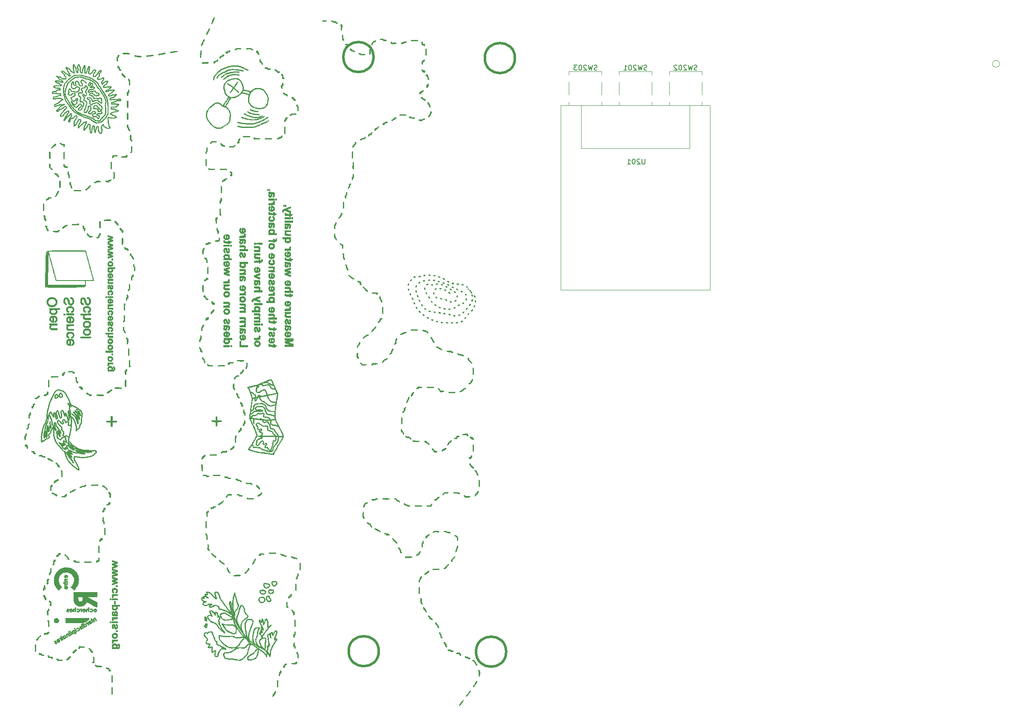
<source format=gbo>
G04 #@! TF.GenerationSoftware,KiCad,Pcbnew,(6.0.0-rc1-dev-509-gcac7479)*
G04 #@! TF.CreationDate,2018-10-23T14:14:01+08:00*
G04 #@! TF.ProjectId,DI-Lambda-UNO-Panelized-v1.7,44492D4C616D6264612D554E4F2D5061,rev?*
G04 #@! TF.SameCoordinates,Original*
G04 #@! TF.FileFunction,Legend,Bot*
G04 #@! TF.FilePolarity,Positive*
%FSLAX46Y46*%
G04 Gerber Fmt 4.6, Leading zero omitted, Abs format (unit mm)*
G04 Created by KiCad (PCBNEW (6.0.0-rc1-dev-509-gcac7479)) date Tue Oct 23 14:14:01 2018*
%MOMM*%
%LPD*%
G01*
G04 APERTURE LIST*
%ADD10C,0.500000*%
%ADD11C,0.010000*%
%ADD12C,0.120000*%
%ADD13C,0.100000*%
%ADD14C,0.150000*%
G04 APERTURE END LIST*
D10*
X106050000Y-161100000D02*
G75*
G03X106050000Y-161100000I-3000000J0D01*
G01*
X131400000Y-161200000D02*
G75*
G03X131400000Y-161200000I-3000000J0D01*
G01*
X133150000Y-42950000D02*
G75*
G03X133150000Y-42950000I-3000000J0D01*
G01*
X105000000Y-42750000D02*
G75*
G03X105000000Y-42750000I-3000000J0D01*
G01*
D11*
G04 #@! TO.C,G\002A\002A\002A*
G36*
X77970060Y-47620565D02*
X77892029Y-47692230D01*
X77778234Y-47830318D01*
X77626049Y-48037515D01*
X77526002Y-48180500D01*
X77392009Y-48371709D01*
X77273519Y-48535739D01*
X77179208Y-48660979D01*
X77117751Y-48735818D01*
X77099001Y-48752000D01*
X77053613Y-48727213D01*
X76959654Y-48660978D01*
X76834060Y-48565482D01*
X76775553Y-48519261D01*
X76609254Y-48395113D01*
X76429260Y-48274932D01*
X76251065Y-48167412D01*
X76090162Y-48081244D01*
X75962046Y-48025123D01*
X75882209Y-48007742D01*
X75870167Y-48011270D01*
X75831668Y-48054715D01*
X75855742Y-48106122D01*
X75948680Y-48172594D01*
X76071698Y-48238800D01*
X76226200Y-48324391D01*
X76399581Y-48436420D01*
X76605470Y-48584332D01*
X76857494Y-48777575D01*
X76920159Y-48826853D01*
X77017485Y-48903662D01*
X76799940Y-49198248D01*
X76683239Y-49350648D01*
X76568629Y-49490915D01*
X76477041Y-49593641D01*
X76460782Y-49609916D01*
X76384287Y-49704253D01*
X76360961Y-49780547D01*
X76363280Y-49789832D01*
X76394303Y-49840944D01*
X76439280Y-49839468D01*
X76513182Y-49780175D01*
X76577241Y-49715084D01*
X76666318Y-49613586D01*
X76781942Y-49471299D01*
X76901405Y-49316296D01*
X76919820Y-49291567D01*
X77131549Y-49005634D01*
X77612191Y-49407223D01*
X77784892Y-49548849D01*
X77937105Y-49668681D01*
X78056074Y-49757054D01*
X78129041Y-49804302D01*
X78143252Y-49809572D01*
X78198370Y-49798284D01*
X78203061Y-49758873D01*
X78153492Y-49686600D01*
X78045828Y-49576727D01*
X77876234Y-49424515D01*
X77732519Y-49301928D01*
X77222532Y-48872539D01*
X77366096Y-48674686D01*
X77541228Y-48429883D01*
X77699488Y-48202082D01*
X77834152Y-48001512D01*
X77938496Y-47838400D01*
X78005796Y-47722976D01*
X78029333Y-47665765D01*
X78014953Y-47612638D01*
X77970060Y-47620565D01*
X77970060Y-47620565D01*
G37*
X77970060Y-47620565D02*
X77892029Y-47692230D01*
X77778234Y-47830318D01*
X77626049Y-48037515D01*
X77526002Y-48180500D01*
X77392009Y-48371709D01*
X77273519Y-48535739D01*
X77179208Y-48660979D01*
X77117751Y-48735818D01*
X77099001Y-48752000D01*
X77053613Y-48727213D01*
X76959654Y-48660978D01*
X76834060Y-48565482D01*
X76775553Y-48519261D01*
X76609254Y-48395113D01*
X76429260Y-48274932D01*
X76251065Y-48167412D01*
X76090162Y-48081244D01*
X75962046Y-48025123D01*
X75882209Y-48007742D01*
X75870167Y-48011270D01*
X75831668Y-48054715D01*
X75855742Y-48106122D01*
X75948680Y-48172594D01*
X76071698Y-48238800D01*
X76226200Y-48324391D01*
X76399581Y-48436420D01*
X76605470Y-48584332D01*
X76857494Y-48777575D01*
X76920159Y-48826853D01*
X77017485Y-48903662D01*
X76799940Y-49198248D01*
X76683239Y-49350648D01*
X76568629Y-49490915D01*
X76477041Y-49593641D01*
X76460782Y-49609916D01*
X76384287Y-49704253D01*
X76360961Y-49780547D01*
X76363280Y-49789832D01*
X76394303Y-49840944D01*
X76439280Y-49839468D01*
X76513182Y-49780175D01*
X76577241Y-49715084D01*
X76666318Y-49613586D01*
X76781942Y-49471299D01*
X76901405Y-49316296D01*
X76919820Y-49291567D01*
X77131549Y-49005634D01*
X77612191Y-49407223D01*
X77784892Y-49548849D01*
X77937105Y-49668681D01*
X78056074Y-49757054D01*
X78129041Y-49804302D01*
X78143252Y-49809572D01*
X78198370Y-49798284D01*
X78203061Y-49758873D01*
X78153492Y-49686600D01*
X78045828Y-49576727D01*
X77876234Y-49424515D01*
X77732519Y-49301928D01*
X77222532Y-48872539D01*
X77366096Y-48674686D01*
X77541228Y-48429883D01*
X77699488Y-48202082D01*
X77834152Y-48001512D01*
X77938496Y-47838400D01*
X78005796Y-47722976D01*
X78029333Y-47665765D01*
X78014953Y-47612638D01*
X77970060Y-47620565D01*
G36*
X73208988Y-34851039D02*
X73185837Y-34872241D01*
X73142992Y-34941605D01*
X73081696Y-35067874D01*
X73008848Y-35233578D01*
X72931350Y-35421242D01*
X72856102Y-35613395D01*
X72790005Y-35792563D01*
X72739960Y-35941275D01*
X72712867Y-36042058D01*
X72711082Y-36074314D01*
X72749464Y-36133190D01*
X72798414Y-36128823D01*
X72861228Y-36057071D01*
X72941205Y-35913796D01*
X73041642Y-35694855D01*
X73074448Y-35618084D01*
X73158427Y-35414953D01*
X73231188Y-35231049D01*
X73285593Y-35084973D01*
X73314504Y-34995330D01*
X73316136Y-34988218D01*
X73314123Y-34889896D01*
X73272420Y-34838840D01*
X73208988Y-34851039D01*
X73208988Y-34851039D01*
G37*
X73208988Y-34851039D02*
X73185837Y-34872241D01*
X73142992Y-34941605D01*
X73081696Y-35067874D01*
X73008848Y-35233578D01*
X72931350Y-35421242D01*
X72856102Y-35613395D01*
X72790005Y-35792563D01*
X72739960Y-35941275D01*
X72712867Y-36042058D01*
X72711082Y-36074314D01*
X72749464Y-36133190D01*
X72798414Y-36128823D01*
X72861228Y-36057071D01*
X72941205Y-35913796D01*
X73041642Y-35694855D01*
X73074448Y-35618084D01*
X73158427Y-35414953D01*
X73231188Y-35231049D01*
X73285593Y-35084973D01*
X73314504Y-34995330D01*
X73316136Y-34988218D01*
X73314123Y-34889896D01*
X73272420Y-34838840D01*
X73208988Y-34851039D01*
G36*
X72287534Y-37035519D02*
X72224153Y-37096893D01*
X72142945Y-37220293D01*
X72038701Y-37411889D01*
X71953430Y-37581374D01*
X71831060Y-37834738D01*
X71747356Y-38022772D01*
X71699896Y-38154178D01*
X71686260Y-38237655D01*
X71704025Y-38281904D01*
X71750771Y-38295624D01*
X71754625Y-38295667D01*
X71798591Y-38270571D01*
X71860500Y-38190807D01*
X71944541Y-38049663D01*
X72054906Y-37840424D01*
X72120772Y-37709174D01*
X72219188Y-37504013D01*
X72299411Y-37323736D01*
X72355610Y-37182538D01*
X72381954Y-37094613D01*
X72381649Y-37074174D01*
X72338297Y-37030002D01*
X72287534Y-37035519D01*
X72287534Y-37035519D01*
G37*
X72287534Y-37035519D02*
X72224153Y-37096893D01*
X72142945Y-37220293D01*
X72038701Y-37411889D01*
X71953430Y-37581374D01*
X71831060Y-37834738D01*
X71747356Y-38022772D01*
X71699896Y-38154178D01*
X71686260Y-38237655D01*
X71704025Y-38281904D01*
X71750771Y-38295624D01*
X71754625Y-38295667D01*
X71798591Y-38270571D01*
X71860500Y-38190807D01*
X71944541Y-38049663D01*
X72054906Y-37840424D01*
X72120772Y-37709174D01*
X72219188Y-37504013D01*
X72299411Y-37323736D01*
X72355610Y-37182538D01*
X72381954Y-37094613D01*
X72381649Y-37074174D01*
X72338297Y-37030002D01*
X72287534Y-37035519D01*
G36*
X71199848Y-39197156D02*
X71156380Y-39245306D01*
X71090776Y-39355345D01*
X71010834Y-39509967D01*
X70924355Y-39691863D01*
X70839137Y-39883725D01*
X70762981Y-40068246D01*
X70703686Y-40228117D01*
X70669051Y-40346032D01*
X70663333Y-40387740D01*
X70695497Y-40452315D01*
X70765361Y-40471309D01*
X70829796Y-40436959D01*
X70868501Y-40368007D01*
X70919599Y-40249010D01*
X70955012Y-40153726D01*
X71012101Y-40003053D01*
X71090400Y-39813059D01*
X71174557Y-39620791D01*
X71188617Y-39589946D01*
X71270481Y-39392774D01*
X71303726Y-39262079D01*
X71288433Y-39195075D01*
X71224681Y-39188981D01*
X71199848Y-39197156D01*
X71199848Y-39197156D01*
G37*
X71199848Y-39197156D02*
X71156380Y-39245306D01*
X71090776Y-39355345D01*
X71010834Y-39509967D01*
X70924355Y-39691863D01*
X70839137Y-39883725D01*
X70762981Y-40068246D01*
X70703686Y-40228117D01*
X70669051Y-40346032D01*
X70663333Y-40387740D01*
X70695497Y-40452315D01*
X70765361Y-40471309D01*
X70829796Y-40436959D01*
X70868501Y-40368007D01*
X70919599Y-40249010D01*
X70955012Y-40153726D01*
X71012101Y-40003053D01*
X71090400Y-39813059D01*
X71174557Y-39620791D01*
X71188617Y-39589946D01*
X71270481Y-39392774D01*
X71303726Y-39262079D01*
X71288433Y-39195075D01*
X71224681Y-39188981D01*
X71199848Y-39197156D01*
G36*
X77783279Y-40925929D02*
X77687180Y-40949298D01*
X77611378Y-41001511D01*
X77571864Y-41040950D01*
X77477472Y-41127226D01*
X77392061Y-41184166D01*
X77380230Y-41189139D01*
X77321122Y-41232896D01*
X77333259Y-41283317D01*
X77406508Y-41323700D01*
X77469071Y-41335571D01*
X77581132Y-41326520D01*
X77659471Y-41258256D01*
X77671763Y-41240321D01*
X77707653Y-41191762D01*
X77750586Y-41160422D01*
X77818300Y-41142538D01*
X77928532Y-41134347D01*
X78099020Y-41132087D01*
X78182369Y-41132000D01*
X78379937Y-41130732D01*
X78507769Y-41125146D01*
X78580778Y-41112571D01*
X78613878Y-41090333D01*
X78621983Y-41055761D01*
X78622000Y-41053230D01*
X78605374Y-41003768D01*
X78543104Y-40972243D01*
X78416608Y-40949839D01*
X78399750Y-40947765D01*
X78221382Y-40931971D01*
X78021044Y-40922199D01*
X77931697Y-40920701D01*
X77783279Y-40925929D01*
X77783279Y-40925929D01*
G37*
X77783279Y-40925929D02*
X77687180Y-40949298D01*
X77611378Y-41001511D01*
X77571864Y-41040950D01*
X77477472Y-41127226D01*
X77392061Y-41184166D01*
X77380230Y-41189139D01*
X77321122Y-41232896D01*
X77333259Y-41283317D01*
X77406508Y-41323700D01*
X77469071Y-41335571D01*
X77581132Y-41326520D01*
X77659471Y-41258256D01*
X77671763Y-41240321D01*
X77707653Y-41191762D01*
X77750586Y-41160422D01*
X77818300Y-41142538D01*
X77928532Y-41134347D01*
X78099020Y-41132087D01*
X78182369Y-41132000D01*
X78379937Y-41130732D01*
X78507769Y-41125146D01*
X78580778Y-41112571D01*
X78613878Y-41090333D01*
X78621983Y-41055761D01*
X78622000Y-41053230D01*
X78605374Y-41003768D01*
X78543104Y-40972243D01*
X78416608Y-40949839D01*
X78399750Y-40947765D01*
X78221382Y-40931971D01*
X78021044Y-40922199D01*
X77931697Y-40920701D01*
X77783279Y-40925929D01*
G36*
X80148815Y-40947800D02*
X79960852Y-40961466D01*
X79804248Y-40978202D01*
X79698410Y-40995614D01*
X79664129Y-41007577D01*
X79645502Y-41070901D01*
X79654412Y-41113707D01*
X79675416Y-41145772D01*
X79718879Y-41164468D01*
X79800646Y-41171253D01*
X79936561Y-41167585D01*
X80119258Y-41156486D01*
X80315366Y-41144026D01*
X80444626Y-41140008D01*
X80524666Y-41147173D01*
X80573112Y-41168258D01*
X80607592Y-41206003D01*
X80627368Y-41235434D01*
X80709028Y-41310772D01*
X80809976Y-41344669D01*
X80898504Y-41330274D01*
X80929551Y-41300712D01*
X80915491Y-41251261D01*
X80851800Y-41167294D01*
X80776114Y-41089923D01*
X80596130Y-40922090D01*
X80148815Y-40947800D01*
X80148815Y-40947800D01*
G37*
X80148815Y-40947800D02*
X79960852Y-40961466D01*
X79804248Y-40978202D01*
X79698410Y-40995614D01*
X79664129Y-41007577D01*
X79645502Y-41070901D01*
X79654412Y-41113707D01*
X79675416Y-41145772D01*
X79718879Y-41164468D01*
X79800646Y-41171253D01*
X79936561Y-41167585D01*
X80119258Y-41156486D01*
X80315366Y-41144026D01*
X80444626Y-41140008D01*
X80524666Y-41147173D01*
X80573112Y-41168258D01*
X80607592Y-41206003D01*
X80627368Y-41235434D01*
X80709028Y-41310772D01*
X80809976Y-41344669D01*
X80898504Y-41330274D01*
X80929551Y-41300712D01*
X80915491Y-41251261D01*
X80851800Y-41167294D01*
X80776114Y-41089923D01*
X80596130Y-40922090D01*
X80148815Y-40947800D01*
G36*
X76239759Y-41398969D02*
X76216039Y-41464666D01*
X76194394Y-41532796D01*
X76138646Y-41548761D01*
X76074990Y-41539115D01*
X75936221Y-41536955D01*
X75833082Y-41583398D01*
X75786488Y-41668062D01*
X75785667Y-41682765D01*
X75771897Y-41738164D01*
X75714733Y-41748566D01*
X75659319Y-41739614D01*
X75559399Y-41734087D01*
X75509893Y-41775672D01*
X75505531Y-41785851D01*
X75498922Y-41862792D01*
X75555644Y-41915736D01*
X75685220Y-41952274D01*
X75722167Y-41958509D01*
X75872100Y-41963441D01*
X75944417Y-41931042D01*
X75991029Y-41848257D01*
X75997333Y-41810331D01*
X76017169Y-41766999D01*
X76089356Y-41754689D01*
X76158444Y-41758960D01*
X76305070Y-41749139D01*
X76389425Y-41682696D01*
X76415728Y-41555422D01*
X76412972Y-41505182D01*
X76390261Y-41404384D01*
X76339392Y-41366814D01*
X76314833Y-41364834D01*
X76239759Y-41398969D01*
X76239759Y-41398969D01*
G37*
X76239759Y-41398969D02*
X76216039Y-41464666D01*
X76194394Y-41532796D01*
X76138646Y-41548761D01*
X76074990Y-41539115D01*
X75936221Y-41536955D01*
X75833082Y-41583398D01*
X75786488Y-41668062D01*
X75785667Y-41682765D01*
X75771897Y-41738164D01*
X75714733Y-41748566D01*
X75659319Y-41739614D01*
X75559399Y-41734087D01*
X75509893Y-41775672D01*
X75505531Y-41785851D01*
X75498922Y-41862792D01*
X75555644Y-41915736D01*
X75685220Y-41952274D01*
X75722167Y-41958509D01*
X75872100Y-41963441D01*
X75944417Y-41931042D01*
X75991029Y-41848257D01*
X75997333Y-41810331D01*
X76017169Y-41766999D01*
X76089356Y-41754689D01*
X76158444Y-41758960D01*
X76305070Y-41749139D01*
X76389425Y-41682696D01*
X76415728Y-41555422D01*
X76412972Y-41505182D01*
X76390261Y-41404384D01*
X76339392Y-41366814D01*
X76314833Y-41364834D01*
X76239759Y-41398969D01*
G36*
X81756701Y-41461199D02*
X81691575Y-41543183D01*
X81671052Y-41574798D01*
X81613989Y-41712047D01*
X81633945Y-41824302D01*
X81734089Y-41921117D01*
X81798255Y-41958149D01*
X81884235Y-42017800D01*
X81923722Y-42075158D01*
X81924000Y-42079026D01*
X81956718Y-42153393D01*
X82031454Y-42229194D01*
X82113084Y-42272975D01*
X82129745Y-42275000D01*
X82187528Y-42240946D01*
X82205630Y-42209923D01*
X82199246Y-42131087D01*
X82160947Y-42067879D01*
X82116094Y-41984592D01*
X82115914Y-41926747D01*
X82108919Y-41848444D01*
X82074601Y-41796649D01*
X82022785Y-41703666D01*
X82008667Y-41623347D01*
X81971425Y-41518078D01*
X81879929Y-41444975D01*
X81803236Y-41428334D01*
X81756701Y-41461199D01*
X81756701Y-41461199D01*
G37*
X81756701Y-41461199D02*
X81691575Y-41543183D01*
X81671052Y-41574798D01*
X81613989Y-41712047D01*
X81633945Y-41824302D01*
X81734089Y-41921117D01*
X81798255Y-41958149D01*
X81884235Y-42017800D01*
X81923722Y-42075158D01*
X81924000Y-42079026D01*
X81956718Y-42153393D01*
X82031454Y-42229194D01*
X82113084Y-42272975D01*
X82129745Y-42275000D01*
X82187528Y-42240946D01*
X82205630Y-42209923D01*
X82199246Y-42131087D01*
X82160947Y-42067879D01*
X82116094Y-41984592D01*
X82115914Y-41926747D01*
X82108919Y-41848444D01*
X82074601Y-41796649D01*
X82022785Y-41703666D01*
X82008667Y-41623347D01*
X81971425Y-41518078D01*
X81879929Y-41444975D01*
X81803236Y-41428334D01*
X81756701Y-41461199D01*
G36*
X70537848Y-41496796D02*
X70524776Y-41550140D01*
X70511896Y-41672584D01*
X70500337Y-41848565D01*
X70491230Y-42062521D01*
X70487776Y-42186333D01*
X70483843Y-42462894D01*
X70487504Y-42661977D01*
X70500117Y-42790541D01*
X70523042Y-42855543D01*
X70557637Y-42863943D01*
X70605261Y-42822699D01*
X70610753Y-42816160D01*
X70628615Y-42756311D01*
X70647509Y-42628361D01*
X70665596Y-42448828D01*
X70681037Y-42234228D01*
X70686259Y-42138257D01*
X70697419Y-41894936D01*
X70702431Y-41723000D01*
X70700463Y-41609334D01*
X70690683Y-41540826D01*
X70672262Y-41504360D01*
X70644973Y-41487053D01*
X70566839Y-41481379D01*
X70537848Y-41496796D01*
X70537848Y-41496796D01*
G37*
X70537848Y-41496796D02*
X70524776Y-41550140D01*
X70511896Y-41672584D01*
X70500337Y-41848565D01*
X70491230Y-42062521D01*
X70487776Y-42186333D01*
X70483843Y-42462894D01*
X70487504Y-42661977D01*
X70500117Y-42790541D01*
X70523042Y-42855543D01*
X70557637Y-42863943D01*
X70605261Y-42822699D01*
X70610753Y-42816160D01*
X70628615Y-42756311D01*
X70647509Y-42628361D01*
X70665596Y-42448828D01*
X70681037Y-42234228D01*
X70686259Y-42138257D01*
X70697419Y-41894936D01*
X70702431Y-41723000D01*
X70700463Y-41609334D01*
X70690683Y-41540826D01*
X70672262Y-41504360D01*
X70644973Y-41487053D01*
X70566839Y-41481379D01*
X70537848Y-41496796D01*
G36*
X74994687Y-42221203D02*
X74981333Y-42275000D01*
X74951009Y-42346393D01*
X74904046Y-42359667D01*
X74823386Y-42388901D01*
X74732764Y-42459837D01*
X74727333Y-42465500D01*
X74608703Y-42548816D01*
X74509919Y-42571334D01*
X74430510Y-42582979D01*
X74382951Y-42633179D01*
X74346070Y-42741644D01*
X74323005Y-42857598D01*
X74321236Y-42939834D01*
X74325771Y-42953310D01*
X74391594Y-42992632D01*
X74479663Y-42980445D01*
X74550541Y-42923244D01*
X74555021Y-42915566D01*
X74578177Y-42841006D01*
X74570622Y-42809733D01*
X74582782Y-42788454D01*
X74628232Y-42783000D01*
X74714094Y-42753571D01*
X74807147Y-42682231D01*
X74812000Y-42677167D01*
X74929246Y-42594467D01*
X75028548Y-42571334D01*
X75134011Y-42553895D01*
X75181719Y-42492236D01*
X75180333Y-42372340D01*
X75174111Y-42335753D01*
X75139137Y-42229837D01*
X75080371Y-42191379D01*
X75064082Y-42190334D01*
X74994687Y-42221203D01*
X74994687Y-42221203D01*
G37*
X74994687Y-42221203D02*
X74981333Y-42275000D01*
X74951009Y-42346393D01*
X74904046Y-42359667D01*
X74823386Y-42388901D01*
X74732764Y-42459837D01*
X74727333Y-42465500D01*
X74608703Y-42548816D01*
X74509919Y-42571334D01*
X74430510Y-42582979D01*
X74382951Y-42633179D01*
X74346070Y-42741644D01*
X74323005Y-42857598D01*
X74321236Y-42939834D01*
X74325771Y-42953310D01*
X74391594Y-42992632D01*
X74479663Y-42980445D01*
X74550541Y-42923244D01*
X74555021Y-42915566D01*
X74578177Y-42841006D01*
X74570622Y-42809733D01*
X74582782Y-42788454D01*
X74628232Y-42783000D01*
X74714094Y-42753571D01*
X74807147Y-42682231D01*
X74812000Y-42677167D01*
X74929246Y-42594467D01*
X75028548Y-42571334D01*
X75134011Y-42553895D01*
X75181719Y-42492236D01*
X75180333Y-42372340D01*
X75174111Y-42335753D01*
X75139137Y-42229837D01*
X75080371Y-42191379D01*
X75064082Y-42190334D01*
X74994687Y-42221203D01*
G36*
X71476645Y-43775456D02*
X71431847Y-43776611D01*
X71175886Y-43784578D01*
X70992830Y-43793749D01*
X70870916Y-43805574D01*
X70798382Y-43821502D01*
X70763466Y-43842983D01*
X70755503Y-43859957D01*
X70780373Y-43923235D01*
X70870118Y-43972403D01*
X71005199Y-43999878D01*
X71121173Y-44001881D01*
X71233915Y-43996437D01*
X71401989Y-43989390D01*
X71596106Y-43981945D01*
X71677892Y-43979005D01*
X71891272Y-43966745D01*
X72030354Y-43945272D01*
X72105335Y-43910757D01*
X72126412Y-43859374D01*
X72115847Y-43814619D01*
X72089611Y-43793116D01*
X72023274Y-43779043D01*
X71906134Y-43771805D01*
X71727492Y-43770808D01*
X71476645Y-43775456D01*
X71476645Y-43775456D01*
G37*
X71476645Y-43775456D02*
X71431847Y-43776611D01*
X71175886Y-43784578D01*
X70992830Y-43793749D01*
X70870916Y-43805574D01*
X70798382Y-43821502D01*
X70763466Y-43842983D01*
X70755503Y-43859957D01*
X70780373Y-43923235D01*
X70870118Y-43972403D01*
X71005199Y-43999878D01*
X71121173Y-44001881D01*
X71233915Y-43996437D01*
X71401989Y-43989390D01*
X71596106Y-43981945D01*
X71677892Y-43979005D01*
X71891272Y-43966745D01*
X72030354Y-43945272D01*
X72105335Y-43910757D01*
X72126412Y-43859374D01*
X72115847Y-43814619D01*
X72089611Y-43793116D01*
X72023274Y-43779043D01*
X71906134Y-43771805D01*
X71727492Y-43770808D01*
X71476645Y-43775456D01*
G36*
X73859012Y-43221993D02*
X73838335Y-43287055D01*
X73838333Y-43288056D01*
X73819017Y-43352460D01*
X73746235Y-43374804D01*
X73714406Y-43375667D01*
X73578032Y-43415563D01*
X73507230Y-43481500D01*
X73407721Y-43563145D01*
X73318841Y-43587334D01*
X73204494Y-43614713D01*
X73144234Y-43701242D01*
X73132532Y-43841199D01*
X73160225Y-43956132D01*
X73220246Y-44005064D01*
X73299599Y-43979713D01*
X73320631Y-43961102D01*
X73366529Y-43886023D01*
X73372667Y-43854034D01*
X73406106Y-43803723D01*
X73428788Y-43799000D01*
X73494004Y-43770349D01*
X73577189Y-43700624D01*
X73584333Y-43693167D01*
X73694982Y-43613557D01*
X73796818Y-43587334D01*
X73906360Y-43559567D01*
X73989182Y-43490133D01*
X74037667Y-43399832D01*
X74044196Y-43309464D01*
X74001148Y-43239828D01*
X73933583Y-43213973D01*
X73859012Y-43221993D01*
X73859012Y-43221993D01*
G37*
X73859012Y-43221993D02*
X73838335Y-43287055D01*
X73838333Y-43288056D01*
X73819017Y-43352460D01*
X73746235Y-43374804D01*
X73714406Y-43375667D01*
X73578032Y-43415563D01*
X73507230Y-43481500D01*
X73407721Y-43563145D01*
X73318841Y-43587334D01*
X73204494Y-43614713D01*
X73144234Y-43701242D01*
X73132532Y-43841199D01*
X73160225Y-43956132D01*
X73220246Y-44005064D01*
X73299599Y-43979713D01*
X73320631Y-43961102D01*
X73366529Y-43886023D01*
X73372667Y-43854034D01*
X73406106Y-43803723D01*
X73428788Y-43799000D01*
X73494004Y-43770349D01*
X73577189Y-43700624D01*
X73584333Y-43693167D01*
X73694982Y-43613557D01*
X73796818Y-43587334D01*
X73906360Y-43559567D01*
X73989182Y-43490133D01*
X74037667Y-43399832D01*
X74044196Y-43309464D01*
X74001148Y-43239828D01*
X73933583Y-43213973D01*
X73859012Y-43221993D01*
G36*
X82397215Y-43144472D02*
X82364863Y-43167018D01*
X82328395Y-43224840D01*
X82312349Y-43331083D01*
X82313801Y-43498746D01*
X82323224Y-43649533D01*
X82339514Y-43735406D01*
X82369935Y-43776114D01*
X82421417Y-43791361D01*
X82499094Y-43830498D01*
X82516667Y-43877296D01*
X82544002Y-43938026D01*
X82611094Y-44027889D01*
X82695572Y-44121879D01*
X82775067Y-44194990D01*
X82825337Y-44222334D01*
X82865343Y-44194273D01*
X82893736Y-44163570D01*
X82914226Y-44107644D01*
X82879866Y-44033850D01*
X82839083Y-43981896D01*
X82764917Y-43864669D01*
X82722821Y-43743777D01*
X82721414Y-43733743D01*
X82689984Y-43634737D01*
X82615765Y-43595553D01*
X82611917Y-43594973D01*
X82554221Y-43576489D01*
X82525931Y-43527168D01*
X82517045Y-43423937D01*
X82516667Y-43375221D01*
X82503353Y-43218160D01*
X82463494Y-43141187D01*
X82397215Y-43144472D01*
X82397215Y-43144472D01*
G37*
X82397215Y-43144472D02*
X82364863Y-43167018D01*
X82328395Y-43224840D01*
X82312349Y-43331083D01*
X82313801Y-43498746D01*
X82323224Y-43649533D01*
X82339514Y-43735406D01*
X82369935Y-43776114D01*
X82421417Y-43791361D01*
X82499094Y-43830498D01*
X82516667Y-43877296D01*
X82544002Y-43938026D01*
X82611094Y-44027889D01*
X82695572Y-44121879D01*
X82775067Y-44194990D01*
X82825337Y-44222334D01*
X82865343Y-44194273D01*
X82893736Y-44163570D01*
X82914226Y-44107644D01*
X82879866Y-44033850D01*
X82839083Y-43981896D01*
X82764917Y-43864669D01*
X82722821Y-43743777D01*
X82721414Y-43733743D01*
X82689984Y-43634737D01*
X82615765Y-43595553D01*
X82611917Y-43594973D01*
X82554221Y-43576489D01*
X82525931Y-43527168D01*
X82517045Y-43423937D01*
X82516667Y-43375221D01*
X82503353Y-43218160D01*
X82463494Y-43141187D01*
X82397215Y-43144472D01*
G36*
X83602793Y-44798159D02*
X83438552Y-44826302D01*
X83351502Y-44862750D01*
X83334224Y-44912727D01*
X83365201Y-44965418D01*
X83434745Y-45011379D01*
X83546663Y-45014250D01*
X83582330Y-45009238D01*
X83685713Y-44998775D01*
X83723195Y-45015128D01*
X83719521Y-45042068D01*
X83722536Y-45128236D01*
X83801949Y-45191342D01*
X83951938Y-45228524D01*
X84117774Y-45237685D01*
X84271511Y-45231999D01*
X84395615Y-45217782D01*
X84459586Y-45199624D01*
X84497632Y-45134056D01*
X84492664Y-45094439D01*
X84454855Y-45054167D01*
X84368960Y-45032999D01*
X84217288Y-45026672D01*
X84211329Y-45026667D01*
X84061350Y-45021354D01*
X83981071Y-45003136D01*
X83956059Y-44968593D01*
X83956000Y-44966191D01*
X83920613Y-44861660D01*
X83817254Y-44803391D01*
X83650129Y-44793384D01*
X83602793Y-44798159D01*
X83602793Y-44798159D01*
G37*
X83602793Y-44798159D02*
X83438552Y-44826302D01*
X83351502Y-44862750D01*
X83334224Y-44912727D01*
X83365201Y-44965418D01*
X83434745Y-45011379D01*
X83546663Y-45014250D01*
X83582330Y-45009238D01*
X83685713Y-44998775D01*
X83723195Y-45015128D01*
X83719521Y-45042068D01*
X83722536Y-45128236D01*
X83801949Y-45191342D01*
X83951938Y-45228524D01*
X84117774Y-45237685D01*
X84271511Y-45231999D01*
X84395615Y-45217782D01*
X84459586Y-45199624D01*
X84497632Y-45134056D01*
X84492664Y-45094439D01*
X84454855Y-45054167D01*
X84368960Y-45032999D01*
X84217288Y-45026672D01*
X84211329Y-45026667D01*
X84061350Y-45021354D01*
X83981071Y-45003136D01*
X83956059Y-44968593D01*
X83956000Y-44966191D01*
X83920613Y-44861660D01*
X83817254Y-44803391D01*
X83650129Y-44793384D01*
X83602793Y-44798159D01*
G36*
X85299242Y-45244784D02*
X85277430Y-45314569D01*
X85322490Y-45382614D01*
X85360503Y-45402685D01*
X85465126Y-45463884D01*
X85539478Y-45529809D01*
X85625381Y-45596334D01*
X85698228Y-45619334D01*
X85764233Y-45652362D01*
X85776333Y-45702511D01*
X85805012Y-45772164D01*
X85869287Y-45838258D01*
X85936521Y-45870253D01*
X85953467Y-45868250D01*
X85998964Y-45856172D01*
X86097770Y-45831749D01*
X86146750Y-45819902D01*
X86269371Y-45778607D01*
X86321951Y-45726278D01*
X86326667Y-45697985D01*
X86307037Y-45640464D01*
X86237626Y-45614850D01*
X86102655Y-45615603D01*
X86093833Y-45616239D01*
X86007982Y-45584223D01*
X85966833Y-45525674D01*
X85886343Y-45439708D01*
X85807101Y-45415343D01*
X85695283Y-45375899D01*
X85587094Y-45299202D01*
X85583949Y-45296101D01*
X85474130Y-45219550D01*
X85384281Y-45203757D01*
X85299242Y-45244784D01*
X85299242Y-45244784D01*
G37*
X85299242Y-45244784D02*
X85277430Y-45314569D01*
X85322490Y-45382614D01*
X85360503Y-45402685D01*
X85465126Y-45463884D01*
X85539478Y-45529809D01*
X85625381Y-45596334D01*
X85698228Y-45619334D01*
X85764233Y-45652362D01*
X85776333Y-45702511D01*
X85805012Y-45772164D01*
X85869287Y-45838258D01*
X85936521Y-45870253D01*
X85953467Y-45868250D01*
X85998964Y-45856172D01*
X86097770Y-45831749D01*
X86146750Y-45819902D01*
X86269371Y-45778607D01*
X86321951Y-45726278D01*
X86326667Y-45697985D01*
X86307037Y-45640464D01*
X86237626Y-45614850D01*
X86102655Y-45615603D01*
X86093833Y-45616239D01*
X86007982Y-45584223D01*
X85966833Y-45525674D01*
X85886343Y-45439708D01*
X85807101Y-45415343D01*
X85695283Y-45375899D01*
X85587094Y-45299202D01*
X85583949Y-45296101D01*
X85474130Y-45219550D01*
X85384281Y-45203757D01*
X85299242Y-45244784D01*
G36*
X77534572Y-45591668D02*
X77257220Y-45614979D01*
X76944719Y-45657342D01*
X76619681Y-45714963D01*
X76304714Y-45784049D01*
X76022429Y-45860809D01*
X75894010Y-45903230D01*
X75718348Y-45977244D01*
X75529953Y-46075455D01*
X75338174Y-46190482D01*
X75152358Y-46314944D01*
X74981855Y-46441462D01*
X74836013Y-46562654D01*
X74724181Y-46671139D01*
X74655705Y-46759537D01*
X74639936Y-46820468D01*
X74686221Y-46846549D01*
X74698631Y-46847000D01*
X74753688Y-46820722D01*
X74854060Y-46750362D01*
X74982271Y-46648631D01*
X75047881Y-46592986D01*
X75284859Y-46402116D01*
X75518971Y-46247481D01*
X75767297Y-46121790D01*
X76046916Y-46017752D01*
X76374908Y-45928077D01*
X76768350Y-45845475D01*
X76822833Y-45835312D01*
X77164031Y-45778634D01*
X77446356Y-45747106D01*
X77691365Y-45739421D01*
X77920610Y-45754272D01*
X77997583Y-45764051D01*
X78136546Y-45780262D01*
X78210832Y-45777321D01*
X78238719Y-45753015D01*
X78241000Y-45734574D01*
X78225065Y-45684232D01*
X78168943Y-45647656D01*
X78060164Y-45621173D01*
X77886256Y-45601108D01*
X77754167Y-45591199D01*
X77534572Y-45591668D01*
X77534572Y-45591668D01*
G37*
X77534572Y-45591668D02*
X77257220Y-45614979D01*
X76944719Y-45657342D01*
X76619681Y-45714963D01*
X76304714Y-45784049D01*
X76022429Y-45860809D01*
X75894010Y-45903230D01*
X75718348Y-45977244D01*
X75529953Y-46075455D01*
X75338174Y-46190482D01*
X75152358Y-46314944D01*
X74981855Y-46441462D01*
X74836013Y-46562654D01*
X74724181Y-46671139D01*
X74655705Y-46759537D01*
X74639936Y-46820468D01*
X74686221Y-46846549D01*
X74698631Y-46847000D01*
X74753688Y-46820722D01*
X74854060Y-46750362D01*
X74982271Y-46648631D01*
X75047881Y-46592986D01*
X75284859Y-46402116D01*
X75518971Y-46247481D01*
X75767297Y-46121790D01*
X76046916Y-46017752D01*
X76374908Y-45928077D01*
X76768350Y-45845475D01*
X76822833Y-45835312D01*
X77164031Y-45778634D01*
X77446356Y-45747106D01*
X77691365Y-45739421D01*
X77920610Y-45754272D01*
X77997583Y-45764051D01*
X78136546Y-45780262D01*
X78210832Y-45777321D01*
X78238719Y-45753015D01*
X78241000Y-45734574D01*
X78225065Y-45684232D01*
X78168943Y-45647656D01*
X78060164Y-45621173D01*
X77886256Y-45601108D01*
X77754167Y-45591199D01*
X77534572Y-45591668D01*
G36*
X76626241Y-45148349D02*
X76474563Y-45163233D01*
X76327075Y-45191654D01*
X76171274Y-45237512D01*
X75994658Y-45304708D01*
X75784725Y-45397144D01*
X75528976Y-45518720D01*
X75214907Y-45673336D01*
X75080921Y-45739946D01*
X74770052Y-45896859D01*
X74525612Y-46026848D01*
X74336890Y-46137896D01*
X74193176Y-46237980D01*
X74083762Y-46335083D01*
X73997938Y-46437182D01*
X73924993Y-46552260D01*
X73881532Y-46633638D01*
X73820807Y-46740884D01*
X73769087Y-46812695D01*
X73756121Y-46824317D01*
X73734287Y-46877065D01*
X73754030Y-46943555D01*
X73798375Y-46974000D01*
X73843958Y-46943242D01*
X73915205Y-46866213D01*
X73942012Y-46832421D01*
X74009372Y-46735474D01*
X74047088Y-46664434D01*
X74050000Y-46651566D01*
X74074977Y-46598466D01*
X74138583Y-46507130D01*
X74183570Y-46450248D01*
X74243710Y-46388137D01*
X74328801Y-46321581D01*
X74448709Y-46244801D01*
X74613299Y-46152017D01*
X74832438Y-46037450D01*
X75115992Y-45895320D01*
X75210153Y-45848873D01*
X75557937Y-45679772D01*
X75844364Y-45546674D01*
X76082787Y-45445745D01*
X76286560Y-45373152D01*
X76469037Y-45325060D01*
X76643569Y-45297637D01*
X76823510Y-45287048D01*
X77022213Y-45289460D01*
X77140333Y-45294732D01*
X77430459Y-45314961D01*
X77749221Y-45345887D01*
X78071281Y-45384352D01*
X78371302Y-45427198D01*
X78623949Y-45471269D01*
X78718962Y-45491470D01*
X78918355Y-45527198D01*
X79055321Y-45529102D01*
X79123452Y-45497443D01*
X79130000Y-45474675D01*
X79089780Y-45435992D01*
X78977193Y-45393542D01*
X78804352Y-45349201D01*
X78583369Y-45304844D01*
X78326357Y-45262347D01*
X78045427Y-45223587D01*
X77752692Y-45190438D01*
X77460263Y-45164777D01*
X77180253Y-45148480D01*
X76992167Y-45143587D01*
X76794608Y-45143100D01*
X76626241Y-45148349D01*
X76626241Y-45148349D01*
G37*
X76626241Y-45148349D02*
X76474563Y-45163233D01*
X76327075Y-45191654D01*
X76171274Y-45237512D01*
X75994658Y-45304708D01*
X75784725Y-45397144D01*
X75528976Y-45518720D01*
X75214907Y-45673336D01*
X75080921Y-45739946D01*
X74770052Y-45896859D01*
X74525612Y-46026848D01*
X74336890Y-46137896D01*
X74193176Y-46237980D01*
X74083762Y-46335083D01*
X73997938Y-46437182D01*
X73924993Y-46552260D01*
X73881532Y-46633638D01*
X73820807Y-46740884D01*
X73769087Y-46812695D01*
X73756121Y-46824317D01*
X73734287Y-46877065D01*
X73754030Y-46943555D01*
X73798375Y-46974000D01*
X73843958Y-46943242D01*
X73915205Y-46866213D01*
X73942012Y-46832421D01*
X74009372Y-46735474D01*
X74047088Y-46664434D01*
X74050000Y-46651566D01*
X74074977Y-46598466D01*
X74138583Y-46507130D01*
X74183570Y-46450248D01*
X74243710Y-46388137D01*
X74328801Y-46321581D01*
X74448709Y-46244801D01*
X74613299Y-46152017D01*
X74832438Y-46037450D01*
X75115992Y-45895320D01*
X75210153Y-45848873D01*
X75557937Y-45679772D01*
X75844364Y-45546674D01*
X76082787Y-45445745D01*
X76286560Y-45373152D01*
X76469037Y-45325060D01*
X76643569Y-45297637D01*
X76823510Y-45287048D01*
X77022213Y-45289460D01*
X77140333Y-45294732D01*
X77430459Y-45314961D01*
X77749221Y-45345887D01*
X78071281Y-45384352D01*
X78371302Y-45427198D01*
X78623949Y-45471269D01*
X78718962Y-45491470D01*
X78918355Y-45527198D01*
X79055321Y-45529102D01*
X79123452Y-45497443D01*
X79130000Y-45474675D01*
X79089780Y-45435992D01*
X78977193Y-45393542D01*
X78804352Y-45349201D01*
X78583369Y-45304844D01*
X78326357Y-45262347D01*
X78045427Y-45223587D01*
X77752692Y-45190438D01*
X77460263Y-45164777D01*
X77180253Y-45148480D01*
X76992167Y-45143587D01*
X76794608Y-45143100D01*
X76626241Y-45148349D01*
G36*
X86635214Y-46146078D02*
X86588942Y-46201293D01*
X86588746Y-46290755D01*
X86627815Y-46382598D01*
X86699067Y-46444834D01*
X86755086Y-46478822D01*
X86782202Y-46533653D01*
X86788131Y-46634028D01*
X86785043Y-46720000D01*
X86783912Y-46858257D01*
X86793065Y-46964025D01*
X86803834Y-47001073D01*
X86871276Y-47044220D01*
X86981734Y-47066132D01*
X87096054Y-47063882D01*
X87175080Y-47034546D01*
X87180223Y-47029199D01*
X87195545Y-46957194D01*
X87153720Y-46885813D01*
X87075939Y-46847800D01*
X87062317Y-46847000D01*
X87028549Y-46822958D01*
X87010062Y-46742076D01*
X87004029Y-46591218D01*
X87004000Y-46576015D01*
X87001774Y-46427991D01*
X86987705Y-46338626D01*
X86950713Y-46281914D01*
X86879713Y-46231851D01*
X86849716Y-46214000D01*
X86740053Y-46162231D01*
X86653020Y-46143212D01*
X86635214Y-46146078D01*
X86635214Y-46146078D01*
G37*
X86635214Y-46146078D02*
X86588942Y-46201293D01*
X86588746Y-46290755D01*
X86627815Y-46382598D01*
X86699067Y-46444834D01*
X86755086Y-46478822D01*
X86782202Y-46533653D01*
X86788131Y-46634028D01*
X86785043Y-46720000D01*
X86783912Y-46858257D01*
X86793065Y-46964025D01*
X86803834Y-47001073D01*
X86871276Y-47044220D01*
X86981734Y-47066132D01*
X87096054Y-47063882D01*
X87175080Y-47034546D01*
X87180223Y-47029199D01*
X87195545Y-46957194D01*
X87153720Y-46885813D01*
X87075939Y-46847800D01*
X87062317Y-46847000D01*
X87028549Y-46822958D01*
X87010062Y-46742076D01*
X87004029Y-46591218D01*
X87004000Y-46576015D01*
X87001774Y-46427991D01*
X86987705Y-46338626D01*
X86950713Y-46281914D01*
X86879713Y-46231851D01*
X86849716Y-46214000D01*
X86740053Y-46162231D01*
X86653020Y-46143212D01*
X86635214Y-46146078D01*
G36*
X77055878Y-46142046D02*
X76614892Y-46214823D01*
X76204686Y-46347482D01*
X76054758Y-46416530D01*
X75902891Y-46500658D01*
X75730474Y-46607477D01*
X75552092Y-46726489D01*
X75382333Y-46847199D01*
X75235784Y-46959112D01*
X75127031Y-47051732D01*
X75070661Y-47114563D01*
X75066000Y-47127974D01*
X75097288Y-47175202D01*
X75169272Y-47181593D01*
X75249131Y-47148306D01*
X75279094Y-47120448D01*
X75359452Y-47047281D01*
X75495503Y-46946903D01*
X75667958Y-46831426D01*
X75857528Y-46712960D01*
X76044925Y-46603614D01*
X76210858Y-46515501D01*
X76321393Y-46466049D01*
X76484983Y-46413079D01*
X76692108Y-46358401D01*
X76902516Y-46312473D01*
X76937558Y-46305956D01*
X77115761Y-46276330D01*
X77256501Y-46262187D01*
X77390636Y-46263709D01*
X77549024Y-46281078D01*
X77739536Y-46310693D01*
X77974198Y-46344206D01*
X78131712Y-46355182D01*
X78210029Y-46343495D01*
X78214656Y-46339944D01*
X78238873Y-46299990D01*
X78213883Y-46266558D01*
X78128823Y-46233699D01*
X77972829Y-46195464D01*
X77936368Y-46187550D01*
X77504189Y-46132003D01*
X77055878Y-46142046D01*
X77055878Y-46142046D01*
G37*
X77055878Y-46142046D02*
X76614892Y-46214823D01*
X76204686Y-46347482D01*
X76054758Y-46416530D01*
X75902891Y-46500658D01*
X75730474Y-46607477D01*
X75552092Y-46726489D01*
X75382333Y-46847199D01*
X75235784Y-46959112D01*
X75127031Y-47051732D01*
X75070661Y-47114563D01*
X75066000Y-47127974D01*
X75097288Y-47175202D01*
X75169272Y-47181593D01*
X75249131Y-47148306D01*
X75279094Y-47120448D01*
X75359452Y-47047281D01*
X75495503Y-46946903D01*
X75667958Y-46831426D01*
X75857528Y-46712960D01*
X76044925Y-46603614D01*
X76210858Y-46515501D01*
X76321393Y-46466049D01*
X76484983Y-46413079D01*
X76692108Y-46358401D01*
X76902516Y-46312473D01*
X76937558Y-46305956D01*
X77115761Y-46276330D01*
X77256501Y-46262187D01*
X77390636Y-46263709D01*
X77549024Y-46281078D01*
X77739536Y-46310693D01*
X77974198Y-46344206D01*
X78131712Y-46355182D01*
X78210029Y-46343495D01*
X78214656Y-46339944D01*
X78238873Y-46299990D01*
X78213883Y-46266558D01*
X78128823Y-46233699D01*
X77972829Y-46195464D01*
X77936368Y-46187550D01*
X77504189Y-46132003D01*
X77055878Y-46142046D01*
G36*
X76897142Y-44424477D02*
X76355728Y-44508179D01*
X75797520Y-44664888D01*
X75311730Y-44852278D01*
X74903658Y-45038866D01*
X74560127Y-45224602D01*
X74262317Y-45423446D01*
X73991407Y-45649356D01*
X73728579Y-45916292D01*
X73472766Y-46216233D01*
X73299572Y-46455195D01*
X73185021Y-46681343D01*
X73115233Y-46925555D01*
X73093251Y-47060573D01*
X73080011Y-47185188D01*
X73087259Y-47247518D01*
X73120670Y-47268639D01*
X73149718Y-47270334D01*
X73200310Y-47257125D01*
X73232100Y-47204710D01*
X73254205Y-47093906D01*
X73261702Y-47034718D01*
X73299650Y-46837245D01*
X73370459Y-46650032D01*
X73482639Y-46459270D01*
X73644698Y-46251149D01*
X73865145Y-46011859D01*
X73936666Y-45939224D01*
X74143772Y-45737724D01*
X74330599Y-45573978D01*
X74515931Y-45435602D01*
X74718556Y-45310210D01*
X74957262Y-45185416D01*
X75250833Y-45048836D01*
X75362333Y-44999341D01*
X75744873Y-44841156D01*
X76084400Y-44726355D01*
X76406963Y-44649339D01*
X76738609Y-44604507D01*
X77105383Y-44586260D01*
X77288500Y-44585228D01*
X77631459Y-44592141D01*
X77914864Y-44612888D01*
X78163417Y-44652994D01*
X78401821Y-44717984D01*
X78654780Y-44813380D01*
X78946996Y-44944709D01*
X78992442Y-44966275D01*
X79328778Y-45124028D01*
X79595759Y-45243188D01*
X79798380Y-45325670D01*
X79941634Y-45373385D01*
X80030515Y-45388249D01*
X80065959Y-45377641D01*
X80083045Y-45337235D01*
X80048249Y-45291734D01*
X79952635Y-45234570D01*
X79787267Y-45159172D01*
X79743833Y-45140823D01*
X79604253Y-45079964D01*
X79413956Y-44993713D01*
X79198358Y-44893727D01*
X78990534Y-44795332D01*
X78756127Y-44686719D01*
X78564430Y-44609181D01*
X78384139Y-44552682D01*
X78183946Y-44507187D01*
X77974534Y-44469636D01*
X77432999Y-44412167D01*
X76897142Y-44424477D01*
X76897142Y-44424477D01*
G37*
X76897142Y-44424477D02*
X76355728Y-44508179D01*
X75797520Y-44664888D01*
X75311730Y-44852278D01*
X74903658Y-45038866D01*
X74560127Y-45224602D01*
X74262317Y-45423446D01*
X73991407Y-45649356D01*
X73728579Y-45916292D01*
X73472766Y-46216233D01*
X73299572Y-46455195D01*
X73185021Y-46681343D01*
X73115233Y-46925555D01*
X73093251Y-47060573D01*
X73080011Y-47185188D01*
X73087259Y-47247518D01*
X73120670Y-47268639D01*
X73149718Y-47270334D01*
X73200310Y-47257125D01*
X73232100Y-47204710D01*
X73254205Y-47093906D01*
X73261702Y-47034718D01*
X73299650Y-46837245D01*
X73370459Y-46650032D01*
X73482639Y-46459270D01*
X73644698Y-46251149D01*
X73865145Y-46011859D01*
X73936666Y-45939224D01*
X74143772Y-45737724D01*
X74330599Y-45573978D01*
X74515931Y-45435602D01*
X74718556Y-45310210D01*
X74957262Y-45185416D01*
X75250833Y-45048836D01*
X75362333Y-44999341D01*
X75744873Y-44841156D01*
X76084400Y-44726355D01*
X76406963Y-44649339D01*
X76738609Y-44604507D01*
X77105383Y-44586260D01*
X77288500Y-44585228D01*
X77631459Y-44592141D01*
X77914864Y-44612888D01*
X78163417Y-44652994D01*
X78401821Y-44717984D01*
X78654780Y-44813380D01*
X78946996Y-44944709D01*
X78992442Y-44966275D01*
X79328778Y-45124028D01*
X79595759Y-45243188D01*
X79798380Y-45325670D01*
X79941634Y-45373385D01*
X80030515Y-45388249D01*
X80065959Y-45377641D01*
X80083045Y-45337235D01*
X80048249Y-45291734D01*
X79952635Y-45234570D01*
X79787267Y-45159172D01*
X79743833Y-45140823D01*
X79604253Y-45079964D01*
X79413956Y-44993713D01*
X79198358Y-44893727D01*
X78990534Y-44795332D01*
X78756127Y-44686719D01*
X78564430Y-44609181D01*
X78384139Y-44552682D01*
X78183946Y-44507187D01*
X77974534Y-44469636D01*
X77432999Y-44412167D01*
X76897142Y-44424477D01*
G36*
X86833909Y-47892588D02*
X86781186Y-47970658D01*
X86762190Y-48078048D01*
X86783705Y-48178468D01*
X86810449Y-48250601D01*
X86791953Y-48265635D01*
X86768794Y-48258399D01*
X86678834Y-48256154D01*
X86618217Y-48330700D01*
X86586312Y-48483259D01*
X86580667Y-48621717D01*
X86592934Y-48809689D01*
X86626955Y-48939998D01*
X86678556Y-49004546D01*
X86743564Y-48995233D01*
X86764111Y-48977778D01*
X86779966Y-48922662D01*
X86790205Y-48811697D01*
X86792333Y-48723778D01*
X86798540Y-48585150D01*
X86819997Y-48515106D01*
X86854858Y-48498000D01*
X86923716Y-48464595D01*
X86988382Y-48386858D01*
X87026946Y-48298504D01*
X87022601Y-48239848D01*
X87000516Y-48165885D01*
X86987742Y-48051822D01*
X86987202Y-48037456D01*
X86969023Y-47922424D01*
X86918656Y-47873441D01*
X86909216Y-47871122D01*
X86833909Y-47892588D01*
X86833909Y-47892588D01*
G37*
X86833909Y-47892588D02*
X86781186Y-47970658D01*
X86762190Y-48078048D01*
X86783705Y-48178468D01*
X86810449Y-48250601D01*
X86791953Y-48265635D01*
X86768794Y-48258399D01*
X86678834Y-48256154D01*
X86618217Y-48330700D01*
X86586312Y-48483259D01*
X86580667Y-48621717D01*
X86592934Y-48809689D01*
X86626955Y-48939998D01*
X86678556Y-49004546D01*
X86743564Y-48995233D01*
X86764111Y-48977778D01*
X86779966Y-48922662D01*
X86790205Y-48811697D01*
X86792333Y-48723778D01*
X86798540Y-48585150D01*
X86819997Y-48515106D01*
X86854858Y-48498000D01*
X86923716Y-48464595D01*
X86988382Y-48386858D01*
X87026946Y-48298504D01*
X87022601Y-48239848D01*
X87000516Y-48165885D01*
X86987742Y-48051822D01*
X86987202Y-48037456D01*
X86969023Y-47922424D01*
X86918656Y-47873441D01*
X86909216Y-47871122D01*
X86833909Y-47892588D01*
G36*
X86990426Y-49873626D02*
X86942917Y-49896816D01*
X86925332Y-49963002D01*
X86964871Y-50037155D01*
X87042599Y-50090047D01*
X87073112Y-50097810D01*
X87153093Y-50143432D01*
X87195788Y-50203643D01*
X87241022Y-50265646D01*
X87322054Y-50292711D01*
X87416805Y-50297167D01*
X87537196Y-50305935D01*
X87590349Y-50336125D01*
X87596722Y-50362784D01*
X87624790Y-50448943D01*
X87690795Y-50509837D01*
X87767204Y-50529634D01*
X87825413Y-50494279D01*
X87835402Y-50424352D01*
X87823601Y-50315112D01*
X87797248Y-50204288D01*
X87763583Y-50129609D01*
X87753643Y-50120196D01*
X87683328Y-50102652D01*
X87578181Y-50098418D01*
X87468447Y-50082840D01*
X87407470Y-50016129D01*
X87404916Y-50010536D01*
X87340129Y-49947048D01*
X87227640Y-49897699D01*
X87100166Y-49870540D01*
X86990426Y-49873626D01*
X86990426Y-49873626D01*
G37*
X86990426Y-49873626D02*
X86942917Y-49896816D01*
X86925332Y-49963002D01*
X86964871Y-50037155D01*
X87042599Y-50090047D01*
X87073112Y-50097810D01*
X87153093Y-50143432D01*
X87195788Y-50203643D01*
X87241022Y-50265646D01*
X87322054Y-50292711D01*
X87416805Y-50297167D01*
X87537196Y-50305935D01*
X87590349Y-50336125D01*
X87596722Y-50362784D01*
X87624790Y-50448943D01*
X87690795Y-50509837D01*
X87767204Y-50529634D01*
X87825413Y-50494279D01*
X87835402Y-50424352D01*
X87823601Y-50315112D01*
X87797248Y-50204288D01*
X87763583Y-50129609D01*
X87753643Y-50120196D01*
X87683328Y-50102652D01*
X87578181Y-50098418D01*
X87468447Y-50082840D01*
X87407470Y-50016129D01*
X87404916Y-50010536D01*
X87340129Y-49947048D01*
X87227640Y-49897699D01*
X87100166Y-49870540D01*
X86990426Y-49873626D01*
G36*
X88758134Y-50735194D02*
X88673131Y-50794970D01*
X88664218Y-50853459D01*
X88732948Y-50896884D01*
X88739667Y-50898734D01*
X88810358Y-50953277D01*
X88824333Y-51004567D01*
X88859293Y-51083074D01*
X88903840Y-51109051D01*
X88981123Y-51161319D01*
X89029932Y-51232088D01*
X89092578Y-51308965D01*
X89157155Y-51334334D01*
X89232814Y-51370292D01*
X89259933Y-51419000D01*
X89301997Y-51492503D01*
X89359964Y-51488266D01*
X89420055Y-51407847D01*
X89423473Y-51400533D01*
X89449907Y-51273881D01*
X89409728Y-51177714D01*
X89336034Y-51135901D01*
X89259236Y-51080903D01*
X89233556Y-51030945D01*
X89177713Y-50951265D01*
X89127722Y-50925111D01*
X89048526Y-50870883D01*
X89022766Y-50822633D01*
X88963437Y-50734748D01*
X88858985Y-50708639D01*
X88758134Y-50735194D01*
X88758134Y-50735194D01*
G37*
X88758134Y-50735194D02*
X88673131Y-50794970D01*
X88664218Y-50853459D01*
X88732948Y-50896884D01*
X88739667Y-50898734D01*
X88810358Y-50953277D01*
X88824333Y-51004567D01*
X88859293Y-51083074D01*
X88903840Y-51109051D01*
X88981123Y-51161319D01*
X89029932Y-51232088D01*
X89092578Y-51308965D01*
X89157155Y-51334334D01*
X89232814Y-51370292D01*
X89259933Y-51419000D01*
X89301997Y-51492503D01*
X89359964Y-51488266D01*
X89420055Y-51407847D01*
X89423473Y-51400533D01*
X89449907Y-51273881D01*
X89409728Y-51177714D01*
X89336034Y-51135901D01*
X89259236Y-51080903D01*
X89233556Y-51030945D01*
X89177713Y-50951265D01*
X89127722Y-50925111D01*
X89048526Y-50870883D01*
X89022766Y-50822633D01*
X88963437Y-50734748D01*
X88858985Y-50708639D01*
X88758134Y-50735194D01*
G36*
X89745083Y-52188639D02*
X89664543Y-52234826D01*
X89631157Y-52327938D01*
X89645724Y-52444053D01*
X89709044Y-52559247D01*
X89731871Y-52584386D01*
X89784046Y-52643237D01*
X89816172Y-52706575D01*
X89833048Y-52795983D01*
X89839478Y-52933045D01*
X89840333Y-53071924D01*
X89842025Y-53253153D01*
X89849274Y-53365675D01*
X89865343Y-53425421D01*
X89893491Y-53448320D01*
X89917945Y-53451000D01*
X89998438Y-53437179D01*
X90023778Y-53422778D01*
X90036200Y-53370531D01*
X90045833Y-53254212D01*
X90051281Y-53094405D01*
X90052000Y-53006824D01*
X90050214Y-52820549D01*
X90041849Y-52698156D01*
X90022395Y-52618886D01*
X89987343Y-52561981D01*
X89946167Y-52519667D01*
X89859939Y-52394106D01*
X89840333Y-52297677D01*
X89829632Y-52211143D01*
X89784568Y-52185697D01*
X89745083Y-52188639D01*
X89745083Y-52188639D01*
G37*
X89745083Y-52188639D02*
X89664543Y-52234826D01*
X89631157Y-52327938D01*
X89645724Y-52444053D01*
X89709044Y-52559247D01*
X89731871Y-52584386D01*
X89784046Y-52643237D01*
X89816172Y-52706575D01*
X89833048Y-52795983D01*
X89839478Y-52933045D01*
X89840333Y-53071924D01*
X89842025Y-53253153D01*
X89849274Y-53365675D01*
X89865343Y-53425421D01*
X89893491Y-53448320D01*
X89917945Y-53451000D01*
X89998438Y-53437179D01*
X90023778Y-53422778D01*
X90036200Y-53370531D01*
X90045833Y-53254212D01*
X90051281Y-53094405D01*
X90052000Y-53006824D01*
X90050214Y-52820549D01*
X90041849Y-52698156D01*
X90022395Y-52618886D01*
X89987343Y-52561981D01*
X89946167Y-52519667D01*
X89859939Y-52394106D01*
X89840333Y-52297677D01*
X89829632Y-52211143D01*
X89784568Y-52185697D01*
X89745083Y-52188639D01*
G36*
X80377868Y-53122561D02*
X80358921Y-53155872D01*
X80357667Y-53177338D01*
X80396620Y-53233360D01*
X80503096Y-53300645D01*
X80661521Y-53374228D01*
X80856323Y-53449143D01*
X81071928Y-53520424D01*
X81292762Y-53583105D01*
X81503251Y-53632220D01*
X81687823Y-53662804D01*
X81830903Y-53669891D01*
X81881445Y-53663211D01*
X81967043Y-53616797D01*
X82001810Y-53561173D01*
X82000666Y-53513360D01*
X81957891Y-53499245D01*
X81853866Y-53511929D01*
X81716743Y-53511882D01*
X81520843Y-53480539D01*
X81284091Y-53422453D01*
X81024413Y-53342175D01*
X80759734Y-53244258D01*
X80694928Y-53217575D01*
X80531705Y-53151722D01*
X80430741Y-53120614D01*
X80377868Y-53122561D01*
X80377868Y-53122561D01*
G37*
X80377868Y-53122561D02*
X80358921Y-53155872D01*
X80357667Y-53177338D01*
X80396620Y-53233360D01*
X80503096Y-53300645D01*
X80661521Y-53374228D01*
X80856323Y-53449143D01*
X81071928Y-53520424D01*
X81292762Y-53583105D01*
X81503251Y-53632220D01*
X81687823Y-53662804D01*
X81830903Y-53669891D01*
X81881445Y-53663211D01*
X81967043Y-53616797D01*
X82001810Y-53561173D01*
X82000666Y-53513360D01*
X81957891Y-53499245D01*
X81853866Y-53511929D01*
X81716743Y-53511882D01*
X81520843Y-53480539D01*
X81284091Y-53422453D01*
X81024413Y-53342175D01*
X80759734Y-53244258D01*
X80694928Y-53217575D01*
X80531705Y-53151722D01*
X80430741Y-53120614D01*
X80377868Y-53122561D01*
G36*
X79856414Y-53566641D02*
X79849667Y-53591990D01*
X79883333Y-53648347D01*
X79970202Y-53729218D01*
X80089077Y-53818703D01*
X80218761Y-53900902D01*
X80338058Y-53959915D01*
X80342400Y-53961602D01*
X80436329Y-53989759D01*
X80593844Y-54028890D01*
X80795229Y-54074853D01*
X81020766Y-54123506D01*
X81250734Y-54170705D01*
X81465417Y-54212308D01*
X81645095Y-54244173D01*
X81770050Y-54262157D01*
X81775833Y-54262749D01*
X81931728Y-54268118D01*
X82102379Y-54260254D01*
X82135667Y-54256792D01*
X82271177Y-54227585D01*
X82325188Y-54182153D01*
X82326167Y-54173786D01*
X82307968Y-54144095D01*
X82244669Y-54124063D01*
X82123219Y-54111418D01*
X81930566Y-54103885D01*
X81924000Y-54103725D01*
X81544929Y-54072717D01*
X81104651Y-53995902D01*
X80954722Y-53962647D01*
X80645749Y-53884855D01*
X80410128Y-53810369D01*
X80236900Y-53734728D01*
X80115107Y-53653467D01*
X80060909Y-53598655D01*
X79989289Y-53549289D01*
X79909952Y-53538265D01*
X79856414Y-53566641D01*
X79856414Y-53566641D01*
G37*
X79856414Y-53566641D02*
X79849667Y-53591990D01*
X79883333Y-53648347D01*
X79970202Y-53729218D01*
X80089077Y-53818703D01*
X80218761Y-53900902D01*
X80338058Y-53959915D01*
X80342400Y-53961602D01*
X80436329Y-53989759D01*
X80593844Y-54028890D01*
X80795229Y-54074853D01*
X81020766Y-54123506D01*
X81250734Y-54170705D01*
X81465417Y-54212308D01*
X81645095Y-54244173D01*
X81770050Y-54262157D01*
X81775833Y-54262749D01*
X81931728Y-54268118D01*
X82102379Y-54260254D01*
X82135667Y-54256792D01*
X82271177Y-54227585D01*
X82325188Y-54182153D01*
X82326167Y-54173786D01*
X82307968Y-54144095D01*
X82244669Y-54124063D01*
X82123219Y-54111418D01*
X81930566Y-54103885D01*
X81924000Y-54103725D01*
X81544929Y-54072717D01*
X81104651Y-53995902D01*
X80954722Y-53962647D01*
X80645749Y-53884855D01*
X80410128Y-53810369D01*
X80236900Y-53734728D01*
X80115107Y-53653467D01*
X80060909Y-53598655D01*
X79989289Y-53549289D01*
X79909952Y-53538265D01*
X79856414Y-53566641D01*
G36*
X88824391Y-53971591D02*
X88742884Y-53986081D01*
X88679326Y-54018426D01*
X88611532Y-54072856D01*
X88603723Y-54079627D01*
X88508704Y-54150195D01*
X88434856Y-54184274D01*
X88417937Y-54184196D01*
X88354996Y-54198790D01*
X88301989Y-54258505D01*
X88288813Y-54326201D01*
X88294021Y-54338146D01*
X88351200Y-54368130D01*
X88454119Y-54382187D01*
X88466023Y-54382334D01*
X88589951Y-54360852D01*
X88675135Y-54283590D01*
X88683553Y-54271169D01*
X88720701Y-54219567D01*
X88762343Y-54188098D01*
X88827380Y-54173131D01*
X88934712Y-54171032D01*
X89103239Y-54178167D01*
X89153717Y-54180788D01*
X89347269Y-54188400D01*
X89471603Y-54185898D01*
X89541719Y-54171861D01*
X89572620Y-54144867D01*
X89574310Y-54140940D01*
X89580869Y-54081114D01*
X89540285Y-54038308D01*
X89442269Y-54008779D01*
X89276534Y-53988782D01*
X89130001Y-53979249D01*
X88946035Y-53970724D01*
X88824391Y-53971591D01*
X88824391Y-53971591D01*
G37*
X88824391Y-53971591D02*
X88742884Y-53986081D01*
X88679326Y-54018426D01*
X88611532Y-54072856D01*
X88603723Y-54079627D01*
X88508704Y-54150195D01*
X88434856Y-54184274D01*
X88417937Y-54184196D01*
X88354996Y-54198790D01*
X88301989Y-54258505D01*
X88288813Y-54326201D01*
X88294021Y-54338146D01*
X88351200Y-54368130D01*
X88454119Y-54382187D01*
X88466023Y-54382334D01*
X88589951Y-54360852D01*
X88675135Y-54283590D01*
X88683553Y-54271169D01*
X88720701Y-54219567D01*
X88762343Y-54188098D01*
X88827380Y-54173131D01*
X88934712Y-54171032D01*
X89103239Y-54178167D01*
X89153717Y-54180788D01*
X89347269Y-54188400D01*
X89471603Y-54185898D01*
X89541719Y-54171861D01*
X89572620Y-54144867D01*
X89574310Y-54140940D01*
X89580869Y-54081114D01*
X89540285Y-54038308D01*
X89442269Y-54008779D01*
X89276534Y-53988782D01*
X89130001Y-53979249D01*
X88946035Y-53970724D01*
X88824391Y-53971591D01*
G36*
X79187209Y-53960909D02*
X79172338Y-54014725D01*
X79172333Y-54016203D01*
X79209734Y-54069585D01*
X79312969Y-54145400D01*
X79468588Y-54236371D01*
X79663142Y-54335225D01*
X79883180Y-54434688D01*
X80115252Y-54527485D01*
X80123001Y-54530365D01*
X80586325Y-54688205D01*
X80993032Y-54795760D01*
X81353426Y-54854617D01*
X81677809Y-54866360D01*
X81976481Y-54832577D01*
X82023323Y-54822888D01*
X82319493Y-54748419D01*
X82561086Y-54668595D01*
X82741180Y-54586732D01*
X82852853Y-54506145D01*
X82889181Y-54430151D01*
X82884909Y-54410147D01*
X82859969Y-54369448D01*
X82815632Y-54371341D01*
X82726941Y-54417625D01*
X82719280Y-54422076D01*
X82607335Y-54476858D01*
X82449112Y-54541738D01*
X82283833Y-54600963D01*
X82000346Y-54666183D01*
X81671254Y-54696368D01*
X81328214Y-54691112D01*
X81002882Y-54650012D01*
X80868148Y-54619028D01*
X80604774Y-54539504D01*
X80316924Y-54439036D01*
X80029018Y-54327275D01*
X79765475Y-54213873D01*
X79550715Y-54108479D01*
X79490091Y-54074384D01*
X79335376Y-53988777D01*
X79237985Y-53951606D01*
X79187209Y-53960909D01*
X79187209Y-53960909D01*
G37*
X79187209Y-53960909D02*
X79172338Y-54014725D01*
X79172333Y-54016203D01*
X79209734Y-54069585D01*
X79312969Y-54145400D01*
X79468588Y-54236371D01*
X79663142Y-54335225D01*
X79883180Y-54434688D01*
X80115252Y-54527485D01*
X80123001Y-54530365D01*
X80586325Y-54688205D01*
X80993032Y-54795760D01*
X81353426Y-54854617D01*
X81677809Y-54866360D01*
X81976481Y-54832577D01*
X82023323Y-54822888D01*
X82319493Y-54748419D01*
X82561086Y-54668595D01*
X82741180Y-54586732D01*
X82852853Y-54506145D01*
X82889181Y-54430151D01*
X82884909Y-54410147D01*
X82859969Y-54369448D01*
X82815632Y-54371341D01*
X82726941Y-54417625D01*
X82719280Y-54422076D01*
X82607335Y-54476858D01*
X82449112Y-54541738D01*
X82283833Y-54600963D01*
X82000346Y-54666183D01*
X81671254Y-54696368D01*
X81328214Y-54691112D01*
X81002882Y-54650012D01*
X80868148Y-54619028D01*
X80604774Y-54539504D01*
X80316924Y-54439036D01*
X80029018Y-54327275D01*
X79765475Y-54213873D01*
X79550715Y-54108479D01*
X79490091Y-54074384D01*
X79335376Y-53988777D01*
X79237985Y-53951606D01*
X79187209Y-53960909D01*
G36*
X83067703Y-54547425D02*
X83050288Y-54562331D01*
X82990541Y-54599122D01*
X82868116Y-54658631D01*
X82699432Y-54733371D01*
X82500907Y-54815858D01*
X82446971Y-54837434D01*
X81983483Y-55002719D01*
X81566326Y-55110350D01*
X81182075Y-55162654D01*
X80817307Y-55161958D01*
X80665554Y-55146271D01*
X80355717Y-55102078D01*
X80100908Y-55057555D01*
X79871714Y-55006207D01*
X79638721Y-54941541D01*
X79407254Y-54868483D01*
X79207639Y-54806065D01*
X79016816Y-54751515D01*
X78862164Y-54712426D01*
X78797968Y-54699527D01*
X78684641Y-54685114D01*
X78634144Y-54694382D01*
X78626601Y-54732900D01*
X78628927Y-54746873D01*
X78662956Y-54796666D01*
X78752905Y-54841256D01*
X78912046Y-54886905D01*
X78939793Y-54893546D01*
X79136455Y-54944775D01*
X79362093Y-55010790D01*
X79558046Y-55074028D01*
X80003448Y-55196608D01*
X80479743Y-55273347D01*
X80961009Y-55302347D01*
X81421323Y-55281710D01*
X81733500Y-55233309D01*
X81933017Y-55183063D01*
X82157136Y-55113721D01*
X82392007Y-55031093D01*
X82623777Y-54940985D01*
X82838595Y-54849208D01*
X83022610Y-54761569D01*
X83161970Y-54683876D01*
X83242825Y-54621938D01*
X83257500Y-54594247D01*
X83225003Y-54535128D01*
X83150329Y-54517763D01*
X83067703Y-54547425D01*
X83067703Y-54547425D01*
G37*
X83067703Y-54547425D02*
X83050288Y-54562331D01*
X82990541Y-54599122D01*
X82868116Y-54658631D01*
X82699432Y-54733371D01*
X82500907Y-54815858D01*
X82446971Y-54837434D01*
X81983483Y-55002719D01*
X81566326Y-55110350D01*
X81182075Y-55162654D01*
X80817307Y-55161958D01*
X80665554Y-55146271D01*
X80355717Y-55102078D01*
X80100908Y-55057555D01*
X79871714Y-55006207D01*
X79638721Y-54941541D01*
X79407254Y-54868483D01*
X79207639Y-54806065D01*
X79016816Y-54751515D01*
X78862164Y-54712426D01*
X78797968Y-54699527D01*
X78684641Y-54685114D01*
X78634144Y-54694382D01*
X78626601Y-54732900D01*
X78628927Y-54746873D01*
X78662956Y-54796666D01*
X78752905Y-54841256D01*
X78912046Y-54886905D01*
X78939793Y-54893546D01*
X79136455Y-54944775D01*
X79362093Y-55010790D01*
X79558046Y-55074028D01*
X80003448Y-55196608D01*
X80479743Y-55273347D01*
X80961009Y-55302347D01*
X81421323Y-55281710D01*
X81733500Y-55233309D01*
X81933017Y-55183063D01*
X82157136Y-55113721D01*
X82392007Y-55031093D01*
X82623777Y-54940985D01*
X82838595Y-54849208D01*
X83022610Y-54761569D01*
X83161970Y-54683876D01*
X83242825Y-54621938D01*
X83257500Y-54594247D01*
X83225003Y-54535128D01*
X83150329Y-54517763D01*
X83067703Y-54547425D01*
G36*
X87627151Y-54719961D02*
X87570061Y-54748025D01*
X87440139Y-54855447D01*
X87387196Y-54993051D01*
X87397444Y-55102679D01*
X87394964Y-55170081D01*
X87340193Y-55186667D01*
X87253947Y-55223749D01*
X87199569Y-55318827D01*
X87188839Y-55447646D01*
X87195046Y-55485483D01*
X87238921Y-55578476D01*
X87301459Y-55615383D01*
X87358253Y-55593803D01*
X87384893Y-55511336D01*
X87385000Y-55504167D01*
X87405879Y-55420081D01*
X87464483Y-55398334D01*
X87567433Y-55362761D01*
X87624044Y-55268727D01*
X87624986Y-55148345D01*
X87618296Y-55057394D01*
X87659456Y-55013718D01*
X87704382Y-54999477D01*
X87782598Y-54958340D01*
X87807866Y-54871637D01*
X87808333Y-54849692D01*
X87790498Y-54737585D01*
X87732399Y-54695321D01*
X87627151Y-54719961D01*
X87627151Y-54719961D01*
G37*
X87627151Y-54719961D02*
X87570061Y-54748025D01*
X87440139Y-54855447D01*
X87387196Y-54993051D01*
X87397444Y-55102679D01*
X87394964Y-55170081D01*
X87340193Y-55186667D01*
X87253947Y-55223749D01*
X87199569Y-55318827D01*
X87188839Y-55447646D01*
X87195046Y-55485483D01*
X87238921Y-55578476D01*
X87301459Y-55615383D01*
X87358253Y-55593803D01*
X87384893Y-55511336D01*
X87385000Y-55504167D01*
X87405879Y-55420081D01*
X87464483Y-55398334D01*
X87567433Y-55362761D01*
X87624044Y-55268727D01*
X87624986Y-55148345D01*
X87618296Y-55057394D01*
X87659456Y-55013718D01*
X87704382Y-54999477D01*
X87782598Y-54958340D01*
X87807866Y-54871637D01*
X87808333Y-54849692D01*
X87790498Y-54737585D01*
X87732399Y-54695321D01*
X87627151Y-54719961D01*
G36*
X83877835Y-54707881D02*
X83762394Y-54761721D01*
X83609710Y-54849837D01*
X83519766Y-54907267D01*
X83240727Y-55074408D01*
X82902481Y-55250384D01*
X82528216Y-55424551D01*
X82141122Y-55586264D01*
X81764386Y-55724880D01*
X81671505Y-55755658D01*
X81349273Y-55850072D01*
X81039943Y-55918226D01*
X80729545Y-55960423D01*
X80404106Y-55976966D01*
X80049654Y-55968157D01*
X79652217Y-55934301D01*
X79197822Y-55875700D01*
X78822123Y-55817471D01*
X78509000Y-55767238D01*
X78269907Y-55731315D01*
X78095566Y-55708902D01*
X77976701Y-55699199D01*
X77904034Y-55701406D01*
X77868287Y-55714723D01*
X77860000Y-55734502D01*
X77866440Y-55762487D01*
X77892911Y-55787036D01*
X77950139Y-55811055D01*
X78048848Y-55837450D01*
X78199766Y-55869126D01*
X78413617Y-55908990D01*
X78675537Y-55955461D01*
X79029392Y-56013445D01*
X79338723Y-56053454D01*
X79640821Y-56079110D01*
X79972978Y-56094034D01*
X80146000Y-56098291D01*
X80403718Y-56101193D01*
X80646288Y-56099823D01*
X80855025Y-56094590D01*
X81011246Y-56085906D01*
X81080612Y-56077766D01*
X81376742Y-56008063D01*
X81723801Y-55900726D01*
X82101605Y-55764073D01*
X82489971Y-55606421D01*
X82868715Y-55436089D01*
X83217653Y-55261395D01*
X83516604Y-55090656D01*
X83590677Y-55043326D01*
X83777563Y-54917972D01*
X83899806Y-54828910D01*
X83965123Y-54768479D01*
X83981235Y-54729017D01*
X83955861Y-54702861D01*
X83940459Y-54696134D01*
X83877835Y-54707881D01*
X83877835Y-54707881D01*
G37*
X83877835Y-54707881D02*
X83762394Y-54761721D01*
X83609710Y-54849837D01*
X83519766Y-54907267D01*
X83240727Y-55074408D01*
X82902481Y-55250384D01*
X82528216Y-55424551D01*
X82141122Y-55586264D01*
X81764386Y-55724880D01*
X81671505Y-55755658D01*
X81349273Y-55850072D01*
X81039943Y-55918226D01*
X80729545Y-55960423D01*
X80404106Y-55976966D01*
X80049654Y-55968157D01*
X79652217Y-55934301D01*
X79197822Y-55875700D01*
X78822123Y-55817471D01*
X78509000Y-55767238D01*
X78269907Y-55731315D01*
X78095566Y-55708902D01*
X77976701Y-55699199D01*
X77904034Y-55701406D01*
X77868287Y-55714723D01*
X77860000Y-55734502D01*
X77866440Y-55762487D01*
X77892911Y-55787036D01*
X77950139Y-55811055D01*
X78048848Y-55837450D01*
X78199766Y-55869126D01*
X78413617Y-55908990D01*
X78675537Y-55955461D01*
X79029392Y-56013445D01*
X79338723Y-56053454D01*
X79640821Y-56079110D01*
X79972978Y-56094034D01*
X80146000Y-56098291D01*
X80403718Y-56101193D01*
X80646288Y-56099823D01*
X80855025Y-56094590D01*
X81011246Y-56085906D01*
X81080612Y-56077766D01*
X81376742Y-56008063D01*
X81723801Y-55900726D01*
X82101605Y-55764073D01*
X82489971Y-55606421D01*
X82868715Y-55436089D01*
X83217653Y-55261395D01*
X83516604Y-55090656D01*
X83590677Y-55043326D01*
X83777563Y-54917972D01*
X83899806Y-54828910D01*
X83965123Y-54768479D01*
X83981235Y-54729017D01*
X83955861Y-54702861D01*
X83940459Y-54696134D01*
X83877835Y-54707881D01*
G36*
X84016919Y-55326084D02*
X83973940Y-55368648D01*
X83800156Y-55508259D01*
X83558036Y-55631557D01*
X83384500Y-55694698D01*
X83277762Y-55735748D01*
X83118980Y-55805519D01*
X82931182Y-55893583D01*
X82770667Y-55972646D01*
X82363511Y-56167282D01*
X81988931Y-56321638D01*
X81613676Y-56448679D01*
X81373667Y-56517375D01*
X81232248Y-56552127D01*
X81087673Y-56579153D01*
X80924151Y-56600018D01*
X80725893Y-56616284D01*
X80477107Y-56629517D01*
X80162002Y-56641279D01*
X80103667Y-56643151D01*
X79692084Y-56652766D01*
X79348507Y-56652270D01*
X79056733Y-56640348D01*
X78800559Y-56615685D01*
X78563784Y-56576967D01*
X78330204Y-56522881D01*
X78208839Y-56489460D01*
X78058396Y-56450296D01*
X77941180Y-56427462D01*
X77879082Y-56425057D01*
X77875526Y-56427030D01*
X77860831Y-56485554D01*
X77927384Y-56547374D01*
X78071894Y-56611107D01*
X78291074Y-56675373D01*
X78581632Y-56738788D01*
X78646775Y-56751020D01*
X78787553Y-56772117D01*
X78964509Y-56791904D01*
X79158404Y-56809093D01*
X79349994Y-56822396D01*
X79520039Y-56830524D01*
X79649298Y-56832189D01*
X79718528Y-56826101D01*
X79724244Y-56823173D01*
X79772209Y-56813643D01*
X79889977Y-56802816D01*
X80062718Y-56791703D01*
X80275601Y-56781313D01*
X80421881Y-56775655D01*
X80863649Y-56747820D01*
X81262904Y-56693178D01*
X81641805Y-56605718D01*
X82022511Y-56479431D01*
X82427181Y-56308307D01*
X82782261Y-56135496D01*
X82981075Y-56038674D01*
X83188956Y-55944441D01*
X83370433Y-55868672D01*
X83422323Y-55849026D01*
X83686751Y-55740748D01*
X83894880Y-55629889D01*
X84037884Y-55522015D01*
X84106940Y-55422694D01*
X84108830Y-55415991D01*
X84120170Y-55314031D01*
X84088125Y-55283568D01*
X84016919Y-55326084D01*
X84016919Y-55326084D01*
G37*
X84016919Y-55326084D02*
X83973940Y-55368648D01*
X83800156Y-55508259D01*
X83558036Y-55631557D01*
X83384500Y-55694698D01*
X83277762Y-55735748D01*
X83118980Y-55805519D01*
X82931182Y-55893583D01*
X82770667Y-55972646D01*
X82363511Y-56167282D01*
X81988931Y-56321638D01*
X81613676Y-56448679D01*
X81373667Y-56517375D01*
X81232248Y-56552127D01*
X81087673Y-56579153D01*
X80924151Y-56600018D01*
X80725893Y-56616284D01*
X80477107Y-56629517D01*
X80162002Y-56641279D01*
X80103667Y-56643151D01*
X79692084Y-56652766D01*
X79348507Y-56652270D01*
X79056733Y-56640348D01*
X78800559Y-56615685D01*
X78563784Y-56576967D01*
X78330204Y-56522881D01*
X78208839Y-56489460D01*
X78058396Y-56450296D01*
X77941180Y-56427462D01*
X77879082Y-56425057D01*
X77875526Y-56427030D01*
X77860831Y-56485554D01*
X77927384Y-56547374D01*
X78071894Y-56611107D01*
X78291074Y-56675373D01*
X78581632Y-56738788D01*
X78646775Y-56751020D01*
X78787553Y-56772117D01*
X78964509Y-56791904D01*
X79158404Y-56809093D01*
X79349994Y-56822396D01*
X79520039Y-56830524D01*
X79649298Y-56832189D01*
X79718528Y-56826101D01*
X79724244Y-56823173D01*
X79772209Y-56813643D01*
X79889977Y-56802816D01*
X80062718Y-56791703D01*
X80275601Y-56781313D01*
X80421881Y-56775655D01*
X80863649Y-56747820D01*
X81262904Y-56693178D01*
X81641805Y-56605718D01*
X82022511Y-56479431D01*
X82427181Y-56308307D01*
X82782261Y-56135496D01*
X82981075Y-56038674D01*
X83188956Y-55944441D01*
X83370433Y-55868672D01*
X83422323Y-55849026D01*
X83686751Y-55740748D01*
X83894880Y-55629889D01*
X84037884Y-55522015D01*
X84106940Y-55422694D01*
X84108830Y-55415991D01*
X84120170Y-55314031D01*
X84088125Y-55283568D01*
X84016919Y-55326084D01*
G36*
X77215217Y-46956387D02*
X76822492Y-47034855D01*
X76428259Y-47164883D01*
X76056447Y-47337857D01*
X75730983Y-47545163D01*
X75601824Y-47651114D01*
X75424551Y-47848024D01*
X75278241Y-48083728D01*
X75168550Y-48340133D01*
X75101136Y-48599146D01*
X75081657Y-48842676D01*
X75115770Y-49052631D01*
X75143089Y-49118147D01*
X75201822Y-49265800D01*
X75247975Y-49437778D01*
X75257935Y-49493827D01*
X75291460Y-49650880D01*
X75346144Y-49837268D01*
X75392802Y-49967418D01*
X75457728Y-50112226D01*
X75532873Y-50227797D01*
X75638542Y-50339864D01*
X75788285Y-50468642D01*
X76079567Y-50706949D01*
X75977222Y-50904225D01*
X75910473Y-51016877D01*
X75806127Y-51174515D01*
X75678904Y-51355558D01*
X75553857Y-51524834D01*
X75417625Y-51711325D01*
X75290350Y-51897736D01*
X75187102Y-52061277D01*
X75127012Y-52170417D01*
X75061146Y-52290337D01*
X75000041Y-52371032D01*
X74966103Y-52392667D01*
X74912445Y-52360657D01*
X74833357Y-52278376D01*
X74776203Y-52204938D01*
X74583968Y-52006916D01*
X74338900Y-51874814D01*
X74040734Y-51808514D01*
X73868382Y-51800000D01*
X73689469Y-51804893D01*
X73567518Y-51823480D01*
X73475190Y-51861622D01*
X73424116Y-51895250D01*
X73330351Y-51962379D01*
X73191083Y-52060473D01*
X73030550Y-52172496D01*
X72962772Y-52219493D01*
X72793096Y-52340436D01*
X72628277Y-52463904D01*
X72496166Y-52568848D01*
X72462500Y-52597578D01*
X72239534Y-52830715D01*
X72028726Y-53118904D01*
X71849882Y-53432878D01*
X71761446Y-53633569D01*
X71695807Y-53812579D01*
X71657582Y-53951876D01*
X71641119Y-54086769D01*
X71640768Y-54252565D01*
X71645005Y-54361117D01*
X71662189Y-54590028D01*
X71694263Y-54767386D01*
X71747942Y-54925912D01*
X71772246Y-54981202D01*
X71937938Y-55291819D01*
X72156130Y-55626620D01*
X72409755Y-55961526D01*
X72681748Y-56272459D01*
X72703943Y-56295736D01*
X72971894Y-56549574D01*
X73228654Y-56735228D01*
X73493382Y-56863554D01*
X73785239Y-56945408D01*
X73880667Y-56962480D01*
X74049563Y-56988186D01*
X74168611Y-56999437D01*
X74271507Y-56995531D01*
X74391945Y-56975766D01*
X74518317Y-56949194D01*
X74658629Y-56900975D01*
X74848606Y-56810468D01*
X75071499Y-56687899D01*
X75310561Y-56543494D01*
X75549044Y-56387481D01*
X75770199Y-56230084D01*
X75957278Y-56081532D01*
X75998565Y-56045353D01*
X76145904Y-55904251D01*
X76255707Y-55772191D01*
X76335624Y-55631132D01*
X76393307Y-55463034D01*
X76436404Y-55249858D01*
X76472567Y-54973563D01*
X76479387Y-54911500D01*
X76514087Y-54450084D01*
X76511973Y-54213000D01*
X76362110Y-54213000D01*
X76359347Y-54543641D01*
X76340189Y-54860169D01*
X76306699Y-55145217D01*
X76260940Y-55381417D01*
X76204974Y-55551402D01*
X76202539Y-55556607D01*
X76121474Y-55686415D01*
X76004082Y-55828659D01*
X75919705Y-55912263D01*
X75780481Y-56026105D01*
X75598281Y-56160359D01*
X75390088Y-56304058D01*
X75172881Y-56446233D01*
X74963642Y-56575915D01*
X74779352Y-56682137D01*
X74636991Y-56753929D01*
X74585943Y-56773771D01*
X74296997Y-56826716D01*
X73977742Y-56818923D01*
X73740103Y-56774369D01*
X73567628Y-56721413D01*
X73396274Y-56656286D01*
X73318459Y-56620695D01*
X73152559Y-56510573D01*
X72959019Y-56339585D01*
X72749495Y-56121859D01*
X72535642Y-55871526D01*
X72329115Y-55602714D01*
X72141569Y-55329553D01*
X71984661Y-55066172D01*
X71904469Y-54906581D01*
X71817849Y-54628718D01*
X71787758Y-54315728D01*
X71814070Y-53995399D01*
X71896657Y-53695519D01*
X71910155Y-53662667D01*
X72063337Y-53345108D01*
X72236476Y-53074619D01*
X72445266Y-52832713D01*
X72705404Y-52600906D01*
X72991667Y-52388922D01*
X73155495Y-52274046D01*
X73303855Y-52167993D01*
X73415905Y-52085760D01*
X73457364Y-52053829D01*
X73617573Y-51974220D01*
X73820892Y-51944177D01*
X74044344Y-51960337D01*
X74264957Y-52019337D01*
X74459756Y-52117814D01*
X74577062Y-52217718D01*
X74733063Y-52389536D01*
X74845296Y-52508116D01*
X74927408Y-52582449D01*
X74993043Y-52621525D01*
X75055845Y-52634334D01*
X75129461Y-52629868D01*
X75190413Y-52621848D01*
X75313463Y-52607787D01*
X75371648Y-52613199D01*
X75383848Y-52645094D01*
X75374303Y-52690133D01*
X75365922Y-52757742D01*
X75406785Y-52769826D01*
X75454753Y-52759649D01*
X75515491Y-52749684D01*
X75571086Y-52760224D01*
X75634411Y-52801025D01*
X75718341Y-52881841D01*
X75835749Y-53012427D01*
X75925717Y-53116513D01*
X76107380Y-53343852D01*
X76231753Y-53545517D01*
X76308991Y-53747022D01*
X76349246Y-53973878D01*
X76362110Y-54213000D01*
X76511973Y-54213000D01*
X76510625Y-54062006D01*
X76468839Y-53744946D01*
X76388569Y-53496583D01*
X76379749Y-53478124D01*
X76316768Y-53375142D01*
X76212118Y-53230161D01*
X76081219Y-53063704D01*
X75960957Y-52920800D01*
X75628492Y-52538766D01*
X75738829Y-52340561D01*
X75803673Y-52226281D01*
X75898927Y-52061170D01*
X76011832Y-51867233D01*
X76129632Y-51666476D01*
X76130936Y-51664262D01*
X76243821Y-51469052D01*
X76346267Y-51285213D01*
X76427393Y-51132708D01*
X76476319Y-51031503D01*
X76478026Y-51027417D01*
X76541331Y-50873566D01*
X76351082Y-50873566D01*
X76327234Y-50977091D01*
X76257526Y-51136429D01*
X76140305Y-51355258D01*
X75973920Y-51637256D01*
X75939138Y-51694167D01*
X75827896Y-51877619D01*
X75721171Y-52057470D01*
X75634661Y-52207100D01*
X75600692Y-52268146D01*
X75534638Y-52381269D01*
X75480161Y-52435735D01*
X75411751Y-52449001D01*
X75344560Y-52443431D01*
X75245378Y-52427681D01*
X75194697Y-52411476D01*
X75193000Y-52408741D01*
X75217760Y-52329186D01*
X75286321Y-52197141D01*
X75390103Y-52026638D01*
X75520526Y-51831706D01*
X75669011Y-51626373D01*
X75681896Y-51609279D01*
X75817158Y-51425226D01*
X75943426Y-51244151D01*
X76045866Y-51087875D01*
X76106151Y-50985084D01*
X76174997Y-50860367D01*
X76225489Y-50800557D01*
X76274371Y-50793509D01*
X76330721Y-50822175D01*
X76351082Y-50873566D01*
X76541331Y-50873566D01*
X76543347Y-50868667D01*
X76858548Y-50868667D01*
X77281409Y-50827110D01*
X77688021Y-50702560D01*
X78077965Y-50495197D01*
X78450823Y-50205201D01*
X78495918Y-50163425D01*
X78626260Y-50045472D01*
X78737525Y-49953921D01*
X78813155Y-49901985D01*
X78832293Y-49895000D01*
X78890488Y-49907362D01*
X79010911Y-49940668D01*
X79175414Y-49989251D01*
X79365849Y-50047444D01*
X79564067Y-50109579D01*
X79751922Y-50169988D01*
X79911265Y-50223004D01*
X80023948Y-50262959D01*
X80065146Y-50280020D01*
X80099046Y-50306248D01*
X80111674Y-50353129D01*
X80103471Y-50440755D01*
X80074881Y-50589221D01*
X80072224Y-50601950D01*
X80038616Y-50841438D01*
X80025173Y-51123964D01*
X80027633Y-51292000D01*
X80038974Y-51496418D01*
X80058360Y-51644479D01*
X80092076Y-51764476D01*
X80146409Y-51884702D01*
X80168722Y-51927000D01*
X80259536Y-52067411D01*
X80389406Y-52233702D01*
X80534131Y-52395476D01*
X80573184Y-52435000D01*
X80739694Y-52589182D01*
X80889920Y-52699501D01*
X81059205Y-52789200D01*
X81206827Y-52851712D01*
X81647259Y-52992401D01*
X82077216Y-53055242D01*
X82514554Y-53042174D01*
X82705294Y-53014415D01*
X83016755Y-52948221D01*
X83260123Y-52866515D01*
X83451866Y-52758043D01*
X83608451Y-52611545D01*
X83746345Y-52415766D01*
X83844458Y-52235675D01*
X83901142Y-52088524D01*
X83955766Y-51887035D01*
X84003843Y-51656694D01*
X84040887Y-51422987D01*
X84062414Y-51211398D01*
X84063831Y-51058662D01*
X83904763Y-51058662D01*
X83897115Y-51214411D01*
X83876861Y-51425275D01*
X83875283Y-51440167D01*
X83810608Y-51838121D01*
X83707669Y-52163606D01*
X83564212Y-52420777D01*
X83377987Y-52613790D01*
X83173554Y-52735376D01*
X82912410Y-52820827D01*
X82600886Y-52875761D01*
X82268319Y-52898194D01*
X81944042Y-52886140D01*
X81658332Y-52837862D01*
X81234200Y-52690612D01*
X80872117Y-52485867D01*
X80571760Y-52223391D01*
X80332810Y-51902949D01*
X80293943Y-51834791D01*
X80235078Y-51719219D01*
X80199208Y-51618820D01*
X80181236Y-51506527D01*
X80176067Y-51355276D01*
X80177282Y-51215237D01*
X80187476Y-50968778D01*
X80208490Y-50748264D01*
X80237929Y-50567033D01*
X80273396Y-50438423D01*
X80312496Y-50375771D01*
X80328724Y-50372186D01*
X80364689Y-50341621D01*
X80379869Y-50242849D01*
X80380010Y-50233667D01*
X80419126Y-50055910D01*
X80528486Y-49856834D01*
X80651877Y-49706045D01*
X80437083Y-49706045D01*
X80307707Y-49930133D01*
X80230661Y-50047176D01*
X80163746Y-50119968D01*
X80126916Y-50134490D01*
X80069534Y-50115195D01*
X79947552Y-50075863D01*
X79777197Y-50021674D01*
X79574691Y-49957809D01*
X79507501Y-49936723D01*
X79300227Y-49871120D01*
X79122016Y-49813520D01*
X78988442Y-49769048D01*
X78915081Y-49742828D01*
X78906782Y-49739079D01*
X78905733Y-49694321D01*
X78940938Y-49603894D01*
X78966514Y-49554981D01*
X79027593Y-49455167D01*
X79083752Y-49410749D01*
X79168633Y-49405238D01*
X79253232Y-49414474D01*
X79416506Y-49441773D01*
X79633436Y-49487939D01*
X79876874Y-49546563D01*
X80119671Y-49611235D01*
X80259792Y-49652110D01*
X80437083Y-49706045D01*
X80651877Y-49706045D01*
X80699996Y-49647243D01*
X80925563Y-49437943D01*
X81046503Y-49343813D01*
X81175746Y-49254147D01*
X81289326Y-49194098D01*
X81416277Y-49152681D01*
X81585635Y-49118911D01*
X81681503Y-49103577D01*
X82038863Y-49065070D01*
X82338314Y-49072976D01*
X82595328Y-49131477D01*
X82825375Y-49244756D01*
X83043930Y-49416993D01*
X83121289Y-49492713D01*
X83422296Y-49840605D01*
X83652922Y-50193424D01*
X83807637Y-50542258D01*
X83839890Y-50650368D01*
X83877368Y-50803814D01*
X83898587Y-50930854D01*
X83904763Y-51058662D01*
X84063831Y-51058662D01*
X84063936Y-51047415D01*
X84059891Y-51011749D01*
X84004230Y-50703134D01*
X83940529Y-50452056D01*
X83858119Y-50235200D01*
X83746332Y-50029252D01*
X83594499Y-49810897D01*
X83396785Y-49562667D01*
X83138976Y-49287917D01*
X82880735Y-49091627D01*
X82611623Y-48968184D01*
X82321205Y-48911974D01*
X82178000Y-48907145D01*
X81888681Y-48912107D01*
X81664337Y-48924663D01*
X81485285Y-48951192D01*
X81331843Y-48998071D01*
X81184329Y-49071681D01*
X81023058Y-49178398D01*
X80828349Y-49324603D01*
X80783955Y-49358918D01*
X80648164Y-49462409D01*
X80556977Y-49521852D01*
X80488201Y-49545228D01*
X80419645Y-49540515D01*
X80339455Y-49518754D01*
X79990614Y-49419057D01*
X79709238Y-49346882D01*
X79483736Y-49299441D01*
X79336510Y-49277507D01*
X79098519Y-49250292D01*
X79079143Y-48847896D01*
X78939342Y-48847896D01*
X78928256Y-49093803D01*
X78885140Y-49320435D01*
X78814177Y-49509576D01*
X78719552Y-49643011D01*
X78665772Y-49682564D01*
X78608889Y-49739482D01*
X78604696Y-49783967D01*
X78586131Y-49842264D01*
X78511922Y-49935251D01*
X78396551Y-50050171D01*
X78254497Y-50174267D01*
X78100240Y-50294784D01*
X77948262Y-50398964D01*
X77831201Y-50465384D01*
X77624003Y-50554615D01*
X77399330Y-50630088D01*
X77173049Y-50688902D01*
X76961024Y-50728156D01*
X76779122Y-50744952D01*
X76643208Y-50736389D01*
X76569148Y-50699568D01*
X76567050Y-50696447D01*
X76509107Y-50668128D01*
X76482056Y-50673119D01*
X76391365Y-50668607D01*
X76260669Y-50613183D01*
X76106321Y-50519122D01*
X75944673Y-50398696D01*
X75792079Y-50264181D01*
X75664890Y-50127849D01*
X75579459Y-50001973D01*
X75574578Y-49992003D01*
X75508128Y-49827904D01*
X75457714Y-49659744D01*
X75429575Y-49513288D01*
X75429953Y-49414305D01*
X75432605Y-49405785D01*
X75424554Y-49340476D01*
X75380940Y-49232762D01*
X75338883Y-49154089D01*
X75273947Y-49031749D01*
X75244015Y-48928711D01*
X75241548Y-48806069D01*
X75250850Y-48699812D01*
X75319922Y-48382673D01*
X75452384Y-48081554D01*
X75615397Y-47849368D01*
X75800424Y-47681721D01*
X76050627Y-47517676D01*
X76346714Y-47366687D01*
X76669398Y-47238209D01*
X76999388Y-47141695D01*
X77106642Y-47118464D01*
X77450908Y-47076151D01*
X77745247Y-47097773D01*
X77999255Y-47187050D01*
X78222526Y-47347704D01*
X78424656Y-47583456D01*
X78467547Y-47646235D01*
X78650594Y-47940426D01*
X78781709Y-48191751D01*
X78868841Y-48417203D01*
X78914214Y-48600928D01*
X78939342Y-48847896D01*
X79079143Y-48847896D01*
X79078649Y-48837652D01*
X79063903Y-48620094D01*
X79039696Y-48455895D01*
X78999283Y-48313793D01*
X78935921Y-48162525D01*
X78930528Y-48150946D01*
X78745693Y-47797779D01*
X78548226Y-47497144D01*
X78346068Y-47259854D01*
X78164351Y-47107837D01*
X78038156Y-47028908D01*
X77932227Y-46980953D01*
X77815343Y-46954864D01*
X77656280Y-46941531D01*
X77582506Y-46938092D01*
X77215217Y-46956387D01*
X77215217Y-46956387D01*
G37*
X77215217Y-46956387D02*
X76822492Y-47034855D01*
X76428259Y-47164883D01*
X76056447Y-47337857D01*
X75730983Y-47545163D01*
X75601824Y-47651114D01*
X75424551Y-47848024D01*
X75278241Y-48083728D01*
X75168550Y-48340133D01*
X75101136Y-48599146D01*
X75081657Y-48842676D01*
X75115770Y-49052631D01*
X75143089Y-49118147D01*
X75201822Y-49265800D01*
X75247975Y-49437778D01*
X75257935Y-49493827D01*
X75291460Y-49650880D01*
X75346144Y-49837268D01*
X75392802Y-49967418D01*
X75457728Y-50112226D01*
X75532873Y-50227797D01*
X75638542Y-50339864D01*
X75788285Y-50468642D01*
X76079567Y-50706949D01*
X75977222Y-50904225D01*
X75910473Y-51016877D01*
X75806127Y-51174515D01*
X75678904Y-51355558D01*
X75553857Y-51524834D01*
X75417625Y-51711325D01*
X75290350Y-51897736D01*
X75187102Y-52061277D01*
X75127012Y-52170417D01*
X75061146Y-52290337D01*
X75000041Y-52371032D01*
X74966103Y-52392667D01*
X74912445Y-52360657D01*
X74833357Y-52278376D01*
X74776203Y-52204938D01*
X74583968Y-52006916D01*
X74338900Y-51874814D01*
X74040734Y-51808514D01*
X73868382Y-51800000D01*
X73689469Y-51804893D01*
X73567518Y-51823480D01*
X73475190Y-51861622D01*
X73424116Y-51895250D01*
X73330351Y-51962379D01*
X73191083Y-52060473D01*
X73030550Y-52172496D01*
X72962772Y-52219493D01*
X72793096Y-52340436D01*
X72628277Y-52463904D01*
X72496166Y-52568848D01*
X72462500Y-52597578D01*
X72239534Y-52830715D01*
X72028726Y-53118904D01*
X71849882Y-53432878D01*
X71761446Y-53633569D01*
X71695807Y-53812579D01*
X71657582Y-53951876D01*
X71641119Y-54086769D01*
X71640768Y-54252565D01*
X71645005Y-54361117D01*
X71662189Y-54590028D01*
X71694263Y-54767386D01*
X71747942Y-54925912D01*
X71772246Y-54981202D01*
X71937938Y-55291819D01*
X72156130Y-55626620D01*
X72409755Y-55961526D01*
X72681748Y-56272459D01*
X72703943Y-56295736D01*
X72971894Y-56549574D01*
X73228654Y-56735228D01*
X73493382Y-56863554D01*
X73785239Y-56945408D01*
X73880667Y-56962480D01*
X74049563Y-56988186D01*
X74168611Y-56999437D01*
X74271507Y-56995531D01*
X74391945Y-56975766D01*
X74518317Y-56949194D01*
X74658629Y-56900975D01*
X74848606Y-56810468D01*
X75071499Y-56687899D01*
X75310561Y-56543494D01*
X75549044Y-56387481D01*
X75770199Y-56230084D01*
X75957278Y-56081532D01*
X75998565Y-56045353D01*
X76145904Y-55904251D01*
X76255707Y-55772191D01*
X76335624Y-55631132D01*
X76393307Y-55463034D01*
X76436404Y-55249858D01*
X76472567Y-54973563D01*
X76479387Y-54911500D01*
X76514087Y-54450084D01*
X76511973Y-54213000D01*
X76362110Y-54213000D01*
X76359347Y-54543641D01*
X76340189Y-54860169D01*
X76306699Y-55145217D01*
X76260940Y-55381417D01*
X76204974Y-55551402D01*
X76202539Y-55556607D01*
X76121474Y-55686415D01*
X76004082Y-55828659D01*
X75919705Y-55912263D01*
X75780481Y-56026105D01*
X75598281Y-56160359D01*
X75390088Y-56304058D01*
X75172881Y-56446233D01*
X74963642Y-56575915D01*
X74779352Y-56682137D01*
X74636991Y-56753929D01*
X74585943Y-56773771D01*
X74296997Y-56826716D01*
X73977742Y-56818923D01*
X73740103Y-56774369D01*
X73567628Y-56721413D01*
X73396274Y-56656286D01*
X73318459Y-56620695D01*
X73152559Y-56510573D01*
X72959019Y-56339585D01*
X72749495Y-56121859D01*
X72535642Y-55871526D01*
X72329115Y-55602714D01*
X72141569Y-55329553D01*
X71984661Y-55066172D01*
X71904469Y-54906581D01*
X71817849Y-54628718D01*
X71787758Y-54315728D01*
X71814070Y-53995399D01*
X71896657Y-53695519D01*
X71910155Y-53662667D01*
X72063337Y-53345108D01*
X72236476Y-53074619D01*
X72445266Y-52832713D01*
X72705404Y-52600906D01*
X72991667Y-52388922D01*
X73155495Y-52274046D01*
X73303855Y-52167993D01*
X73415905Y-52085760D01*
X73457364Y-52053829D01*
X73617573Y-51974220D01*
X73820892Y-51944177D01*
X74044344Y-51960337D01*
X74264957Y-52019337D01*
X74459756Y-52117814D01*
X74577062Y-52217718D01*
X74733063Y-52389536D01*
X74845296Y-52508116D01*
X74927408Y-52582449D01*
X74993043Y-52621525D01*
X75055845Y-52634334D01*
X75129461Y-52629868D01*
X75190413Y-52621848D01*
X75313463Y-52607787D01*
X75371648Y-52613199D01*
X75383848Y-52645094D01*
X75374303Y-52690133D01*
X75365922Y-52757742D01*
X75406785Y-52769826D01*
X75454753Y-52759649D01*
X75515491Y-52749684D01*
X75571086Y-52760224D01*
X75634411Y-52801025D01*
X75718341Y-52881841D01*
X75835749Y-53012427D01*
X75925717Y-53116513D01*
X76107380Y-53343852D01*
X76231753Y-53545517D01*
X76308991Y-53747022D01*
X76349246Y-53973878D01*
X76362110Y-54213000D01*
X76511973Y-54213000D01*
X76510625Y-54062006D01*
X76468839Y-53744946D01*
X76388569Y-53496583D01*
X76379749Y-53478124D01*
X76316768Y-53375142D01*
X76212118Y-53230161D01*
X76081219Y-53063704D01*
X75960957Y-52920800D01*
X75628492Y-52538766D01*
X75738829Y-52340561D01*
X75803673Y-52226281D01*
X75898927Y-52061170D01*
X76011832Y-51867233D01*
X76129632Y-51666476D01*
X76130936Y-51664262D01*
X76243821Y-51469052D01*
X76346267Y-51285213D01*
X76427393Y-51132708D01*
X76476319Y-51031503D01*
X76478026Y-51027417D01*
X76541331Y-50873566D01*
X76351082Y-50873566D01*
X76327234Y-50977091D01*
X76257526Y-51136429D01*
X76140305Y-51355258D01*
X75973920Y-51637256D01*
X75939138Y-51694167D01*
X75827896Y-51877619D01*
X75721171Y-52057470D01*
X75634661Y-52207100D01*
X75600692Y-52268146D01*
X75534638Y-52381269D01*
X75480161Y-52435735D01*
X75411751Y-52449001D01*
X75344560Y-52443431D01*
X75245378Y-52427681D01*
X75194697Y-52411476D01*
X75193000Y-52408741D01*
X75217760Y-52329186D01*
X75286321Y-52197141D01*
X75390103Y-52026638D01*
X75520526Y-51831706D01*
X75669011Y-51626373D01*
X75681896Y-51609279D01*
X75817158Y-51425226D01*
X75943426Y-51244151D01*
X76045866Y-51087875D01*
X76106151Y-50985084D01*
X76174997Y-50860367D01*
X76225489Y-50800557D01*
X76274371Y-50793509D01*
X76330721Y-50822175D01*
X76351082Y-50873566D01*
X76541331Y-50873566D01*
X76543347Y-50868667D01*
X76858548Y-50868667D01*
X77281409Y-50827110D01*
X77688021Y-50702560D01*
X78077965Y-50495197D01*
X78450823Y-50205201D01*
X78495918Y-50163425D01*
X78626260Y-50045472D01*
X78737525Y-49953921D01*
X78813155Y-49901985D01*
X78832293Y-49895000D01*
X78890488Y-49907362D01*
X79010911Y-49940668D01*
X79175414Y-49989251D01*
X79365849Y-50047444D01*
X79564067Y-50109579D01*
X79751922Y-50169988D01*
X79911265Y-50223004D01*
X80023948Y-50262959D01*
X80065146Y-50280020D01*
X80099046Y-50306248D01*
X80111674Y-50353129D01*
X80103471Y-50440755D01*
X80074881Y-50589221D01*
X80072224Y-50601950D01*
X80038616Y-50841438D01*
X80025173Y-51123964D01*
X80027633Y-51292000D01*
X80038974Y-51496418D01*
X80058360Y-51644479D01*
X80092076Y-51764476D01*
X80146409Y-51884702D01*
X80168722Y-51927000D01*
X80259536Y-52067411D01*
X80389406Y-52233702D01*
X80534131Y-52395476D01*
X80573184Y-52435000D01*
X80739694Y-52589182D01*
X80889920Y-52699501D01*
X81059205Y-52789200D01*
X81206827Y-52851712D01*
X81647259Y-52992401D01*
X82077216Y-53055242D01*
X82514554Y-53042174D01*
X82705294Y-53014415D01*
X83016755Y-52948221D01*
X83260123Y-52866515D01*
X83451866Y-52758043D01*
X83608451Y-52611545D01*
X83746345Y-52415766D01*
X83844458Y-52235675D01*
X83901142Y-52088524D01*
X83955766Y-51887035D01*
X84003843Y-51656694D01*
X84040887Y-51422987D01*
X84062414Y-51211398D01*
X84063831Y-51058662D01*
X83904763Y-51058662D01*
X83897115Y-51214411D01*
X83876861Y-51425275D01*
X83875283Y-51440167D01*
X83810608Y-51838121D01*
X83707669Y-52163606D01*
X83564212Y-52420777D01*
X83377987Y-52613790D01*
X83173554Y-52735376D01*
X82912410Y-52820827D01*
X82600886Y-52875761D01*
X82268319Y-52898194D01*
X81944042Y-52886140D01*
X81658332Y-52837862D01*
X81234200Y-52690612D01*
X80872117Y-52485867D01*
X80571760Y-52223391D01*
X80332810Y-51902949D01*
X80293943Y-51834791D01*
X80235078Y-51719219D01*
X80199208Y-51618820D01*
X80181236Y-51506527D01*
X80176067Y-51355276D01*
X80177282Y-51215237D01*
X80187476Y-50968778D01*
X80208490Y-50748264D01*
X80237929Y-50567033D01*
X80273396Y-50438423D01*
X80312496Y-50375771D01*
X80328724Y-50372186D01*
X80364689Y-50341621D01*
X80379869Y-50242849D01*
X80380010Y-50233667D01*
X80419126Y-50055910D01*
X80528486Y-49856834D01*
X80651877Y-49706045D01*
X80437083Y-49706045D01*
X80307707Y-49930133D01*
X80230661Y-50047176D01*
X80163746Y-50119968D01*
X80126916Y-50134490D01*
X80069534Y-50115195D01*
X79947552Y-50075863D01*
X79777197Y-50021674D01*
X79574691Y-49957809D01*
X79507501Y-49936723D01*
X79300227Y-49871120D01*
X79122016Y-49813520D01*
X78988442Y-49769048D01*
X78915081Y-49742828D01*
X78906782Y-49739079D01*
X78905733Y-49694321D01*
X78940938Y-49603894D01*
X78966514Y-49554981D01*
X79027593Y-49455167D01*
X79083752Y-49410749D01*
X79168633Y-49405238D01*
X79253232Y-49414474D01*
X79416506Y-49441773D01*
X79633436Y-49487939D01*
X79876874Y-49546563D01*
X80119671Y-49611235D01*
X80259792Y-49652110D01*
X80437083Y-49706045D01*
X80651877Y-49706045D01*
X80699996Y-49647243D01*
X80925563Y-49437943D01*
X81046503Y-49343813D01*
X81175746Y-49254147D01*
X81289326Y-49194098D01*
X81416277Y-49152681D01*
X81585635Y-49118911D01*
X81681503Y-49103577D01*
X82038863Y-49065070D01*
X82338314Y-49072976D01*
X82595328Y-49131477D01*
X82825375Y-49244756D01*
X83043930Y-49416993D01*
X83121289Y-49492713D01*
X83422296Y-49840605D01*
X83652922Y-50193424D01*
X83807637Y-50542258D01*
X83839890Y-50650368D01*
X83877368Y-50803814D01*
X83898587Y-50930854D01*
X83904763Y-51058662D01*
X84063831Y-51058662D01*
X84063936Y-51047415D01*
X84059891Y-51011749D01*
X84004230Y-50703134D01*
X83940529Y-50452056D01*
X83858119Y-50235200D01*
X83746332Y-50029252D01*
X83594499Y-49810897D01*
X83396785Y-49562667D01*
X83138976Y-49287917D01*
X82880735Y-49091627D01*
X82611623Y-48968184D01*
X82321205Y-48911974D01*
X82178000Y-48907145D01*
X81888681Y-48912107D01*
X81664337Y-48924663D01*
X81485285Y-48951192D01*
X81331843Y-48998071D01*
X81184329Y-49071681D01*
X81023058Y-49178398D01*
X80828349Y-49324603D01*
X80783955Y-49358918D01*
X80648164Y-49462409D01*
X80556977Y-49521852D01*
X80488201Y-49545228D01*
X80419645Y-49540515D01*
X80339455Y-49518754D01*
X79990614Y-49419057D01*
X79709238Y-49346882D01*
X79483736Y-49299441D01*
X79336510Y-49277507D01*
X79098519Y-49250292D01*
X79079143Y-48847896D01*
X78939342Y-48847896D01*
X78928256Y-49093803D01*
X78885140Y-49320435D01*
X78814177Y-49509576D01*
X78719552Y-49643011D01*
X78665772Y-49682564D01*
X78608889Y-49739482D01*
X78604696Y-49783967D01*
X78586131Y-49842264D01*
X78511922Y-49935251D01*
X78396551Y-50050171D01*
X78254497Y-50174267D01*
X78100240Y-50294784D01*
X77948262Y-50398964D01*
X77831201Y-50465384D01*
X77624003Y-50554615D01*
X77399330Y-50630088D01*
X77173049Y-50688902D01*
X76961024Y-50728156D01*
X76779122Y-50744952D01*
X76643208Y-50736389D01*
X76569148Y-50699568D01*
X76567050Y-50696447D01*
X76509107Y-50668128D01*
X76482056Y-50673119D01*
X76391365Y-50668607D01*
X76260669Y-50613183D01*
X76106321Y-50519122D01*
X75944673Y-50398696D01*
X75792079Y-50264181D01*
X75664890Y-50127849D01*
X75579459Y-50001973D01*
X75574578Y-49992003D01*
X75508128Y-49827904D01*
X75457714Y-49659744D01*
X75429575Y-49513288D01*
X75429953Y-49414305D01*
X75432605Y-49405785D01*
X75424554Y-49340476D01*
X75380940Y-49232762D01*
X75338883Y-49154089D01*
X75273947Y-49031749D01*
X75244015Y-48928711D01*
X75241548Y-48806069D01*
X75250850Y-48699812D01*
X75319922Y-48382673D01*
X75452384Y-48081554D01*
X75615397Y-47849368D01*
X75800424Y-47681721D01*
X76050627Y-47517676D01*
X76346714Y-47366687D01*
X76669398Y-47238209D01*
X76999388Y-47141695D01*
X77106642Y-47118464D01*
X77450908Y-47076151D01*
X77745247Y-47097773D01*
X77999255Y-47187050D01*
X78222526Y-47347704D01*
X78424656Y-47583456D01*
X78467547Y-47646235D01*
X78650594Y-47940426D01*
X78781709Y-48191751D01*
X78868841Y-48417203D01*
X78914214Y-48600928D01*
X78939342Y-48847896D01*
X79079143Y-48847896D01*
X79078649Y-48837652D01*
X79063903Y-48620094D01*
X79039696Y-48455895D01*
X78999283Y-48313793D01*
X78935921Y-48162525D01*
X78930528Y-48150946D01*
X78745693Y-47797779D01*
X78548226Y-47497144D01*
X78346068Y-47259854D01*
X78164351Y-47107837D01*
X78038156Y-47028908D01*
X77932227Y-46980953D01*
X77815343Y-46954864D01*
X77656280Y-46941531D01*
X77582506Y-46938092D01*
X77215217Y-46956387D01*
G36*
X87283439Y-56639670D02*
X87257676Y-56659852D01*
X87239260Y-56705615D01*
X87227022Y-56789118D01*
X87219793Y-56922521D01*
X87216403Y-57117983D01*
X87215667Y-57344338D01*
X87216288Y-57598397D01*
X87219081Y-57779890D01*
X87225444Y-57900916D01*
X87236772Y-57973573D01*
X87254461Y-58009957D01*
X87279908Y-58022168D01*
X87293994Y-58023000D01*
X87331946Y-58013333D01*
X87358041Y-57973981D01*
X87376520Y-57889417D01*
X87391623Y-57744116D01*
X87399828Y-57635497D01*
X87420339Y-57294456D01*
X87427191Y-57031069D01*
X87419682Y-56839318D01*
X87397108Y-56713186D01*
X87358765Y-56646658D01*
X87303951Y-56633717D01*
X87283439Y-56639670D01*
X87283439Y-56639670D01*
G37*
X87283439Y-56639670D02*
X87257676Y-56659852D01*
X87239260Y-56705615D01*
X87227022Y-56789118D01*
X87219793Y-56922521D01*
X87216403Y-57117983D01*
X87215667Y-57344338D01*
X87216288Y-57598397D01*
X87219081Y-57779890D01*
X87225444Y-57900916D01*
X87236772Y-57973573D01*
X87254461Y-58009957D01*
X87279908Y-58022168D01*
X87293994Y-58023000D01*
X87331946Y-58013333D01*
X87358041Y-57973981D01*
X87376520Y-57889417D01*
X87391623Y-57744116D01*
X87399828Y-57635497D01*
X87420339Y-57294456D01*
X87427191Y-57031069D01*
X87419682Y-56839318D01*
X87397108Y-56713186D01*
X87358765Y-56646658D01*
X87303951Y-56633717D01*
X87283439Y-56639670D01*
G36*
X79275647Y-58480696D02*
X79140942Y-58491439D01*
X79064300Y-58509843D01*
X79047148Y-58520114D01*
X79005196Y-58573890D01*
X79024461Y-58615312D01*
X79110109Y-58645786D01*
X79267309Y-58666716D01*
X79501228Y-58679507D01*
X79647383Y-58683266D01*
X79865117Y-58685755D01*
X80058955Y-58684892D01*
X80209641Y-58680978D01*
X80297920Y-58674311D01*
X80304750Y-58673056D01*
X80383442Y-58624496D01*
X80400000Y-58572510D01*
X80394380Y-58541953D01*
X80369258Y-58519924D01*
X80312244Y-58504650D01*
X80210947Y-58494360D01*
X80052975Y-58487283D01*
X79825938Y-58481646D01*
X79754417Y-58480205D01*
X79477208Y-58477116D01*
X79275647Y-58480696D01*
X79275647Y-58480696D01*
G37*
X79275647Y-58480696D02*
X79140942Y-58491439D01*
X79064300Y-58509843D01*
X79047148Y-58520114D01*
X79005196Y-58573890D01*
X79024461Y-58615312D01*
X79110109Y-58645786D01*
X79267309Y-58666716D01*
X79501228Y-58679507D01*
X79647383Y-58683266D01*
X79865117Y-58685755D01*
X80058955Y-58684892D01*
X80209641Y-58680978D01*
X80297920Y-58674311D01*
X80304750Y-58673056D01*
X80383442Y-58624496D01*
X80400000Y-58572510D01*
X80394380Y-58541953D01*
X80369258Y-58519924D01*
X80312244Y-58504650D01*
X80210947Y-58494360D01*
X80052975Y-58487283D01*
X79825938Y-58481646D01*
X79754417Y-58480205D01*
X79477208Y-58477116D01*
X79275647Y-58480696D01*
G36*
X81157869Y-58771265D02*
X81143274Y-58782975D01*
X81091532Y-58872380D01*
X81085777Y-58950710D01*
X81098500Y-59060167D01*
X81702631Y-59071918D01*
X81943572Y-59075510D01*
X82112998Y-59074561D01*
X82223995Y-59067884D01*
X82289646Y-59054293D01*
X82323038Y-59032601D01*
X82333216Y-59014729D01*
X82339420Y-58957206D01*
X82300466Y-58916495D01*
X82206861Y-58890116D01*
X82049110Y-58875587D01*
X81817716Y-58870429D01*
X81780500Y-58870315D01*
X81570047Y-58867992D01*
X81428306Y-58860219D01*
X81339385Y-58844735D01*
X81287390Y-58819277D01*
X81266498Y-58797181D01*
X81214912Y-58748780D01*
X81157869Y-58771265D01*
X81157869Y-58771265D01*
G37*
X81157869Y-58771265D02*
X81143274Y-58782975D01*
X81091532Y-58872380D01*
X81085777Y-58950710D01*
X81098500Y-59060167D01*
X81702631Y-59071918D01*
X81943572Y-59075510D01*
X82112998Y-59074561D01*
X82223995Y-59067884D01*
X82289646Y-59054293D01*
X82323038Y-59032601D01*
X82333216Y-59014729D01*
X82339420Y-58957206D01*
X82300466Y-58916495D01*
X82206861Y-58890116D01*
X82049110Y-58875587D01*
X81817716Y-58870429D01*
X81780500Y-58870315D01*
X81570047Y-58867992D01*
X81428306Y-58860219D01*
X81339385Y-58844735D01*
X81287390Y-58819277D01*
X81266498Y-58797181D01*
X81214912Y-58748780D01*
X81157869Y-58771265D01*
G36*
X84015221Y-58879064D02*
X84013765Y-58879091D01*
X83771129Y-58884075D01*
X83600199Y-58889911D01*
X83488028Y-58898753D01*
X83421667Y-58912756D01*
X83388165Y-58934077D01*
X83374575Y-58964870D01*
X83370973Y-58986084D01*
X83357445Y-59081334D01*
X84033193Y-59081334D01*
X84295869Y-59079983D01*
X84485190Y-59075280D01*
X84612436Y-59066251D01*
X84688887Y-59051920D01*
X84725821Y-59031314D01*
X84732121Y-59020929D01*
X84740246Y-58965169D01*
X84709455Y-58924650D01*
X84630653Y-58897576D01*
X84494743Y-58882151D01*
X84292631Y-58876579D01*
X84015221Y-58879064D01*
X84015221Y-58879064D01*
G37*
X84015221Y-58879064D02*
X84013765Y-58879091D01*
X83771129Y-58884075D01*
X83600199Y-58889911D01*
X83488028Y-58898753D01*
X83421667Y-58912756D01*
X83388165Y-58934077D01*
X83374575Y-58964870D01*
X83370973Y-58986084D01*
X83357445Y-59081334D01*
X84033193Y-59081334D01*
X84295869Y-59079983D01*
X84485190Y-59075280D01*
X84612436Y-59066251D01*
X84688887Y-59051920D01*
X84725821Y-59031314D01*
X84732121Y-59020929D01*
X84740246Y-58965169D01*
X84709455Y-58924650D01*
X84630653Y-58897576D01*
X84494743Y-58882151D01*
X84292631Y-58876579D01*
X84015221Y-58879064D01*
G36*
X86617464Y-58411631D02*
X86581266Y-58507709D01*
X86580897Y-58509834D01*
X86553180Y-58598224D01*
X86491708Y-58638114D01*
X86411148Y-58650458D01*
X86272814Y-58690402D01*
X86157333Y-58763834D01*
X86036308Y-58839742D01*
X85903333Y-58877209D01*
X85799395Y-58898256D01*
X85758533Y-58944417D01*
X85755167Y-58975500D01*
X85771062Y-59031781D01*
X85832929Y-59061034D01*
X85931322Y-59073000D01*
X86059317Y-59070710D01*
X86155376Y-59029481D01*
X86240166Y-58956126D01*
X86333872Y-58875818D01*
X86401442Y-58853055D01*
X86453072Y-58869348D01*
X86550145Y-58879992D01*
X86645392Y-58824547D01*
X86721949Y-58720244D01*
X86762949Y-58584316D01*
X86765588Y-58550048D01*
X86762427Y-58440587D01*
X86736055Y-58392394D01*
X86686916Y-58382834D01*
X86617464Y-58411631D01*
X86617464Y-58411631D01*
G37*
X86617464Y-58411631D02*
X86581266Y-58507709D01*
X86580897Y-58509834D01*
X86553180Y-58598224D01*
X86491708Y-58638114D01*
X86411148Y-58650458D01*
X86272814Y-58690402D01*
X86157333Y-58763834D01*
X86036308Y-58839742D01*
X85903333Y-58877209D01*
X85799395Y-58898256D01*
X85758533Y-58944417D01*
X85755167Y-58975500D01*
X85771062Y-59031781D01*
X85832929Y-59061034D01*
X85931322Y-59073000D01*
X86059317Y-59070710D01*
X86155376Y-59029481D01*
X86240166Y-58956126D01*
X86333872Y-58875818D01*
X86401442Y-58853055D01*
X86453072Y-58869348D01*
X86550145Y-58879992D01*
X86645392Y-58824547D01*
X86721949Y-58720244D01*
X86762949Y-58584316D01*
X86765588Y-58550048D01*
X86762427Y-58440587D01*
X86736055Y-58392394D01*
X86686916Y-58382834D01*
X86617464Y-58411631D01*
G36*
X78276768Y-58991174D02*
X78267114Y-59003909D01*
X78184442Y-59069399D01*
X78134111Y-59087416D01*
X78088386Y-59107475D01*
X78060910Y-59158721D01*
X78045556Y-59260336D01*
X78037990Y-59388365D01*
X78028711Y-59541221D01*
X78012577Y-59629986D01*
X77981889Y-59675232D01*
X77928948Y-59697532D01*
X77921573Y-59699433D01*
X77832456Y-59745730D01*
X77815468Y-59807388D01*
X77866013Y-59863969D01*
X77965242Y-59893632D01*
X78083832Y-59895638D01*
X78172569Y-59877224D01*
X78176909Y-59874994D01*
X78216235Y-59823152D01*
X78236468Y-59713805D01*
X78241000Y-59576102D01*
X78244591Y-59428030D01*
X78260107Y-59341720D01*
X78294664Y-59294402D01*
X78336250Y-59271289D01*
X78420021Y-59198251D01*
X78442706Y-59098998D01*
X78398502Y-59005409D01*
X78386629Y-58994560D01*
X78324351Y-58958830D01*
X78276768Y-58991174D01*
X78276768Y-58991174D01*
G37*
X78276768Y-58991174D02*
X78267114Y-59003909D01*
X78184442Y-59069399D01*
X78134111Y-59087416D01*
X78088386Y-59107475D01*
X78060910Y-59158721D01*
X78045556Y-59260336D01*
X78037990Y-59388365D01*
X78028711Y-59541221D01*
X78012577Y-59629986D01*
X77981889Y-59675232D01*
X77928948Y-59697532D01*
X77921573Y-59699433D01*
X77832456Y-59745730D01*
X77815468Y-59807388D01*
X77866013Y-59863969D01*
X77965242Y-59893632D01*
X78083832Y-59895638D01*
X78172569Y-59877224D01*
X78176909Y-59874994D01*
X78216235Y-59823152D01*
X78236468Y-59713805D01*
X78241000Y-59576102D01*
X78244591Y-59428030D01*
X78260107Y-59341720D01*
X78294664Y-59294402D01*
X78336250Y-59271289D01*
X78420021Y-59198251D01*
X78442706Y-59098998D01*
X78398502Y-59005409D01*
X78386629Y-58994560D01*
X78324351Y-58958830D01*
X78276768Y-58991174D01*
G36*
X72816869Y-59485051D02*
X72738391Y-59540001D01*
X72628304Y-59645222D01*
X72508388Y-59784909D01*
X72453220Y-59896375D01*
X72465177Y-59972727D01*
X72506336Y-59999076D01*
X72557277Y-59978936D01*
X72643272Y-59911712D01*
X72718003Y-59839972D01*
X72885833Y-59666275D01*
X73143020Y-59691725D01*
X73382415Y-59703469D01*
X73551821Y-59685126D01*
X73647621Y-59637436D01*
X73669000Y-59584042D01*
X73658492Y-59540196D01*
X73614495Y-59516045D01*
X73518302Y-59505946D01*
X73404417Y-59504201D01*
X73232033Y-59499565D01*
X73067687Y-59488114D01*
X72981057Y-59477491D01*
X72889244Y-59468262D01*
X72816869Y-59485051D01*
X72816869Y-59485051D01*
G37*
X72816869Y-59485051D02*
X72738391Y-59540001D01*
X72628304Y-59645222D01*
X72508388Y-59784909D01*
X72453220Y-59896375D01*
X72465177Y-59972727D01*
X72506336Y-59999076D01*
X72557277Y-59978936D01*
X72643272Y-59911712D01*
X72718003Y-59839972D01*
X72885833Y-59666275D01*
X73143020Y-59691725D01*
X73382415Y-59703469D01*
X73551821Y-59685126D01*
X73647621Y-59637436D01*
X73669000Y-59584042D01*
X73658492Y-59540196D01*
X73614495Y-59516045D01*
X73518302Y-59505946D01*
X73404417Y-59504201D01*
X73232033Y-59499565D01*
X73067687Y-59488114D01*
X72981057Y-59477491D01*
X72889244Y-59468262D01*
X72816869Y-59485051D01*
G36*
X74571897Y-59916623D02*
X74546483Y-59962744D01*
X74548622Y-60052115D01*
X74580642Y-60199090D01*
X74643029Y-60288600D01*
X74701312Y-60309000D01*
X74753482Y-60343410D01*
X74791378Y-60404250D01*
X74837264Y-60467839D01*
X74918545Y-60495228D01*
X75009548Y-60499500D01*
X75127080Y-60506547D01*
X75206106Y-60524148D01*
X75217687Y-60531250D01*
X75295588Y-60561818D01*
X75373716Y-60537369D01*
X75376445Y-60534778D01*
X75405647Y-60454567D01*
X75376171Y-60363174D01*
X75314828Y-60306232D01*
X75205767Y-60278173D01*
X75105896Y-60281971D01*
X75018042Y-60288184D01*
X74980899Y-60248056D01*
X74973484Y-60212145D01*
X74924920Y-60127667D01*
X74867520Y-60105314D01*
X74783741Y-60056413D01*
X74761687Y-59999480D01*
X74724122Y-59925636D01*
X74642667Y-59906834D01*
X74571897Y-59916623D01*
X74571897Y-59916623D01*
G37*
X74571897Y-59916623D02*
X74546483Y-59962744D01*
X74548622Y-60052115D01*
X74580642Y-60199090D01*
X74643029Y-60288600D01*
X74701312Y-60309000D01*
X74753482Y-60343410D01*
X74791378Y-60404250D01*
X74837264Y-60467839D01*
X74918545Y-60495228D01*
X75009548Y-60499500D01*
X75127080Y-60506547D01*
X75206106Y-60524148D01*
X75217687Y-60531250D01*
X75295588Y-60561818D01*
X75373716Y-60537369D01*
X75376445Y-60534778D01*
X75405647Y-60454567D01*
X75376171Y-60363174D01*
X75314828Y-60306232D01*
X75205767Y-60278173D01*
X75105896Y-60281971D01*
X75018042Y-60288184D01*
X74980899Y-60248056D01*
X74973484Y-60212145D01*
X74924920Y-60127667D01*
X74867520Y-60105314D01*
X74783741Y-60056413D01*
X74761687Y-59999480D01*
X74724122Y-59925636D01*
X74642667Y-59906834D01*
X74571897Y-59916623D01*
G36*
X77299583Y-60284008D02*
X77209740Y-60376101D01*
X77088646Y-60527867D01*
X76699969Y-60498727D01*
X76504377Y-60487005D01*
X76376611Y-60487782D01*
X76300603Y-60502143D01*
X76262568Y-60528296D01*
X76235076Y-60599928D01*
X76243172Y-60632262D01*
X76297103Y-60655046D01*
X76413523Y-60675295D01*
X76570261Y-60691668D01*
X76745148Y-60702824D01*
X76916015Y-60707422D01*
X77060691Y-60704121D01*
X77157007Y-60691579D01*
X77167633Y-60688185D01*
X77256442Y-60628301D01*
X77352774Y-60526711D01*
X77433842Y-60412233D01*
X77476860Y-60313683D01*
X77479000Y-60294421D01*
X77453797Y-60233556D01*
X77388723Y-60231683D01*
X77299583Y-60284008D01*
X77299583Y-60284008D01*
G37*
X77299583Y-60284008D02*
X77209740Y-60376101D01*
X77088646Y-60527867D01*
X76699969Y-60498727D01*
X76504377Y-60487005D01*
X76376611Y-60487782D01*
X76300603Y-60502143D01*
X76262568Y-60528296D01*
X76235076Y-60599928D01*
X76243172Y-60632262D01*
X76297103Y-60655046D01*
X76413523Y-60675295D01*
X76570261Y-60691668D01*
X76745148Y-60702824D01*
X76916015Y-60707422D01*
X77060691Y-60704121D01*
X77157007Y-60691579D01*
X77167633Y-60688185D01*
X77256442Y-60628301D01*
X77352774Y-60526711D01*
X77433842Y-60412233D01*
X77476860Y-60313683D01*
X77479000Y-60294421D01*
X77453797Y-60233556D01*
X77388723Y-60231683D01*
X77299583Y-60284008D01*
G36*
X71741103Y-60758739D02*
X71726992Y-60819629D01*
X71722165Y-60937014D01*
X71721667Y-61060677D01*
X71719102Y-61232949D01*
X71707540Y-61344046D01*
X71681183Y-61417401D01*
X71634231Y-61476443D01*
X71613890Y-61496159D01*
X71544457Y-61578397D01*
X71517523Y-61672458D01*
X71518640Y-61788908D01*
X71539900Y-61925782D01*
X71582591Y-61988034D01*
X71596731Y-61992833D01*
X71672017Y-61987426D01*
X71691981Y-61975575D01*
X71712490Y-61916273D01*
X71721636Y-61813123D01*
X71721667Y-61806702D01*
X71762199Y-61647956D01*
X71830264Y-61558918D01*
X71883872Y-61499031D01*
X71915062Y-61436926D01*
X71928604Y-61349713D01*
X71929269Y-61214503D01*
X71925514Y-61101911D01*
X71917238Y-60930055D01*
X71905070Y-60825237D01*
X71883725Y-60769840D01*
X71847916Y-60746246D01*
X71816917Y-60739973D01*
X71769432Y-60737726D01*
X71741103Y-60758739D01*
X71741103Y-60758739D01*
G37*
X71741103Y-60758739D02*
X71726992Y-60819629D01*
X71722165Y-60937014D01*
X71721667Y-61060677D01*
X71719102Y-61232949D01*
X71707540Y-61344046D01*
X71681183Y-61417401D01*
X71634231Y-61476443D01*
X71613890Y-61496159D01*
X71544457Y-61578397D01*
X71517523Y-61672458D01*
X71518640Y-61788908D01*
X71539900Y-61925782D01*
X71582591Y-61988034D01*
X71596731Y-61992833D01*
X71672017Y-61987426D01*
X71691981Y-61975575D01*
X71712490Y-61916273D01*
X71721636Y-61813123D01*
X71721667Y-61806702D01*
X71762199Y-61647956D01*
X71830264Y-61558918D01*
X71883872Y-61499031D01*
X71915062Y-61436926D01*
X71928604Y-61349713D01*
X71929269Y-61214503D01*
X71925514Y-61101911D01*
X71917238Y-60930055D01*
X71905070Y-60825237D01*
X71883725Y-60769840D01*
X71847916Y-60746246D01*
X71816917Y-60739973D01*
X71769432Y-60737726D01*
X71741103Y-60758739D01*
G36*
X71604848Y-63033208D02*
X71584863Y-63085312D01*
X71566870Y-63203764D01*
X71551547Y-63370254D01*
X71539570Y-63566473D01*
X71531618Y-63774114D01*
X71528368Y-63974866D01*
X71530497Y-64150420D01*
X71538684Y-64282468D01*
X71553604Y-64352701D01*
X71555898Y-64356129D01*
X71630482Y-64411806D01*
X71690759Y-64387543D01*
X71697750Y-64377450D01*
X71706493Y-64323637D01*
X71714735Y-64201196D01*
X71721737Y-64026167D01*
X71726758Y-63814589D01*
X71728089Y-63719490D01*
X71728169Y-63441660D01*
X71720365Y-63240546D01*
X71703295Y-63108449D01*
X71675577Y-63037666D01*
X71635827Y-63020499D01*
X71604848Y-63033208D01*
X71604848Y-63033208D01*
G37*
X71604848Y-63033208D02*
X71584863Y-63085312D01*
X71566870Y-63203764D01*
X71551547Y-63370254D01*
X71539570Y-63566473D01*
X71531618Y-63774114D01*
X71528368Y-63974866D01*
X71530497Y-64150420D01*
X71538684Y-64282468D01*
X71553604Y-64352701D01*
X71555898Y-64356129D01*
X71630482Y-64411806D01*
X71690759Y-64387543D01*
X71697750Y-64377450D01*
X71706493Y-64323637D01*
X71714735Y-64201196D01*
X71721737Y-64026167D01*
X71726758Y-63814589D01*
X71728089Y-63719490D01*
X71728169Y-63441660D01*
X71720365Y-63240546D01*
X71703295Y-63108449D01*
X71675577Y-63037666D01*
X71635827Y-63020499D01*
X71604848Y-63033208D01*
G36*
X74817442Y-64969469D02*
X74622786Y-64978302D01*
X74493711Y-64995439D01*
X74420731Y-65022855D01*
X74394360Y-65062524D01*
X74402336Y-65109561D01*
X74422823Y-65135667D01*
X74469264Y-65154217D01*
X74553999Y-65166432D01*
X74689366Y-65173535D01*
X74887705Y-65176745D01*
X75087167Y-65177334D01*
X75341356Y-65176257D01*
X75523235Y-65172211D01*
X75645145Y-65163977D01*
X75719425Y-65150332D01*
X75758414Y-65130056D01*
X75771997Y-65109561D01*
X75779031Y-65057368D01*
X75747872Y-65019182D01*
X75669032Y-64993026D01*
X75533026Y-64976926D01*
X75330367Y-64968906D01*
X75087167Y-64966963D01*
X74817442Y-64969469D01*
X74817442Y-64969469D01*
G37*
X74817442Y-64969469D02*
X74622786Y-64978302D01*
X74493711Y-64995439D01*
X74420731Y-65022855D01*
X74394360Y-65062524D01*
X74402336Y-65109561D01*
X74422823Y-65135667D01*
X74469264Y-65154217D01*
X74553999Y-65166432D01*
X74689366Y-65173535D01*
X74887705Y-65176745D01*
X75087167Y-65177334D01*
X75341356Y-65176257D01*
X75523235Y-65172211D01*
X75645145Y-65163977D01*
X75719425Y-65150332D01*
X75758414Y-65130056D01*
X75771997Y-65109561D01*
X75779031Y-65057368D01*
X75747872Y-65019182D01*
X75669032Y-64993026D01*
X75533026Y-64976926D01*
X75330367Y-64968906D01*
X75087167Y-64966963D01*
X74817442Y-64969469D01*
G36*
X72150585Y-64914907D02*
X72128363Y-64947963D01*
X72105582Y-65026644D01*
X72102667Y-65050772D01*
X72137045Y-65120572D01*
X72214880Y-65183931D01*
X72298220Y-65211137D01*
X72306774Y-65210564D01*
X72375705Y-65205862D01*
X72509454Y-65199945D01*
X72688196Y-65193597D01*
X72875250Y-65188054D01*
X73087423Y-65181329D01*
X73229038Y-65172934D01*
X73314199Y-65160149D01*
X73357009Y-65140256D01*
X73371570Y-65110533D01*
X73372667Y-65092130D01*
X73352625Y-65031948D01*
X73286227Y-64992495D01*
X73164064Y-64972140D01*
X72976726Y-64969250D01*
X72732061Y-64981050D01*
X72538431Y-64992016D01*
X72414526Y-64993490D01*
X72345804Y-64984205D01*
X72317726Y-64962897D01*
X72314333Y-64944713D01*
X72283752Y-64893708D01*
X72216781Y-64883989D01*
X72150585Y-64914907D01*
X72150585Y-64914907D01*
G37*
X72150585Y-64914907D02*
X72128363Y-64947963D01*
X72105582Y-65026644D01*
X72102667Y-65050772D01*
X72137045Y-65120572D01*
X72214880Y-65183931D01*
X72298220Y-65211137D01*
X72306774Y-65210564D01*
X72375705Y-65205862D01*
X72509454Y-65199945D01*
X72688196Y-65193597D01*
X72875250Y-65188054D01*
X73087423Y-65181329D01*
X73229038Y-65172934D01*
X73314199Y-65160149D01*
X73357009Y-65140256D01*
X73371570Y-65110533D01*
X73372667Y-65092130D01*
X73352625Y-65031948D01*
X73286227Y-64992495D01*
X73164064Y-64972140D01*
X72976726Y-64969250D01*
X72732061Y-64981050D01*
X72538431Y-64992016D01*
X72414526Y-64993490D01*
X72345804Y-64984205D01*
X72317726Y-64962897D01*
X72314333Y-64944713D01*
X72283752Y-64893708D01*
X72216781Y-64883989D01*
X72150585Y-64914907D01*
G36*
X76506773Y-65482249D02*
X76443590Y-65531569D01*
X76413535Y-65578247D01*
X76395862Y-65693996D01*
X76447595Y-65778924D01*
X76556013Y-65812330D01*
X76557380Y-65812334D01*
X76618139Y-65831643D01*
X76615696Y-65879296D01*
X76596220Y-65971499D01*
X76590000Y-66064858D01*
X76566256Y-66166137D01*
X76505333Y-66205600D01*
X76434600Y-66260227D01*
X76420667Y-66311565D01*
X76456565Y-66376910D01*
X76543914Y-66414555D01*
X76652194Y-66418001D01*
X76749617Y-66381640D01*
X76788184Y-66337642D01*
X76810740Y-66260015D01*
X76820852Y-66129944D01*
X76822438Y-65997642D01*
X76820644Y-65830193D01*
X76811656Y-65726902D01*
X76789328Y-65667267D01*
X76747512Y-65630785D01*
X76706021Y-65609321D01*
X76623991Y-65558217D01*
X76590000Y-65513690D01*
X76564654Y-65472968D01*
X76506773Y-65482249D01*
X76506773Y-65482249D01*
G37*
X76506773Y-65482249D02*
X76443590Y-65531569D01*
X76413535Y-65578247D01*
X76395862Y-65693996D01*
X76447595Y-65778924D01*
X76556013Y-65812330D01*
X76557380Y-65812334D01*
X76618139Y-65831643D01*
X76615696Y-65879296D01*
X76596220Y-65971499D01*
X76590000Y-66064858D01*
X76566256Y-66166137D01*
X76505333Y-66205600D01*
X76434600Y-66260227D01*
X76420667Y-66311565D01*
X76456565Y-66376910D01*
X76543914Y-66414555D01*
X76652194Y-66418001D01*
X76749617Y-66381640D01*
X76788184Y-66337642D01*
X76810740Y-66260015D01*
X76820852Y-66129944D01*
X76822438Y-65997642D01*
X76820644Y-65830193D01*
X76811656Y-65726902D01*
X76789328Y-65667267D01*
X76747512Y-65630785D01*
X76706021Y-65609321D01*
X76623991Y-65558217D01*
X76590000Y-65513690D01*
X76564654Y-65472968D01*
X76506773Y-65482249D01*
G36*
X75588198Y-66884518D02*
X75550714Y-66914991D01*
X75443573Y-66985500D01*
X75333568Y-67017329D01*
X75243330Y-67038811D01*
X75202219Y-67075844D01*
X75155412Y-67146565D01*
X75120033Y-67179945D01*
X74989293Y-67294857D01*
X74887089Y-67407518D01*
X74828422Y-67499866D01*
X74820725Y-67540376D01*
X74859411Y-67609535D01*
X74930410Y-67603190D01*
X75024075Y-67526399D01*
X75107060Y-67459863D01*
X75176773Y-67439020D01*
X75183452Y-67440767D01*
X75270701Y-67439851D01*
X75356842Y-67394269D01*
X75403442Y-67326100D01*
X75404667Y-67313677D01*
X75427205Y-67258292D01*
X75445527Y-67251667D01*
X75509228Y-67222831D01*
X75599828Y-67152035D01*
X75692528Y-67062843D01*
X75762529Y-66978821D01*
X75785667Y-66928453D01*
X75756188Y-66859669D01*
X75682828Y-66844592D01*
X75588198Y-66884518D01*
X75588198Y-66884518D01*
G37*
X75588198Y-66884518D02*
X75550714Y-66914991D01*
X75443573Y-66985500D01*
X75333568Y-67017329D01*
X75243330Y-67038811D01*
X75202219Y-67075844D01*
X75155412Y-67146565D01*
X75120033Y-67179945D01*
X74989293Y-67294857D01*
X74887089Y-67407518D01*
X74828422Y-67499866D01*
X74820725Y-67540376D01*
X74859411Y-67609535D01*
X74930410Y-67603190D01*
X75024075Y-67526399D01*
X75107060Y-67459863D01*
X75176773Y-67439020D01*
X75183452Y-67440767D01*
X75270701Y-67439851D01*
X75356842Y-67394269D01*
X75403442Y-67326100D01*
X75404667Y-67313677D01*
X75427205Y-67258292D01*
X75445527Y-67251667D01*
X75509228Y-67222831D01*
X75599828Y-67152035D01*
X75692528Y-67062843D01*
X75762529Y-66978821D01*
X75785667Y-66928453D01*
X75756188Y-66859669D01*
X75682828Y-66844592D01*
X75588198Y-66884518D01*
G36*
X84003857Y-69037570D02*
X83904654Y-69068850D01*
X83820069Y-69134863D01*
X83814267Y-69140612D01*
X83739951Y-69236382D01*
X83734929Y-69300767D01*
X83799560Y-69325911D01*
X83805803Y-69326000D01*
X83868902Y-69291900D01*
X83886642Y-69262500D01*
X83944067Y-69210208D01*
X83997005Y-69199000D01*
X84067000Y-69225159D01*
X84083000Y-69262500D01*
X84115130Y-69309466D01*
X84217672Y-69325885D01*
X84231167Y-69326000D01*
X84330473Y-69319447D01*
X84371199Y-69282474D01*
X84379315Y-69189111D01*
X84379333Y-69177834D01*
X84379333Y-69029667D01*
X84152273Y-69029667D01*
X84003857Y-69037570D01*
X84003857Y-69037570D01*
G37*
X84003857Y-69037570D02*
X83904654Y-69068850D01*
X83820069Y-69134863D01*
X83814267Y-69140612D01*
X83739951Y-69236382D01*
X83734929Y-69300767D01*
X83799560Y-69325911D01*
X83805803Y-69326000D01*
X83868902Y-69291900D01*
X83886642Y-69262500D01*
X83944067Y-69210208D01*
X83997005Y-69199000D01*
X84067000Y-69225159D01*
X84083000Y-69262500D01*
X84115130Y-69309466D01*
X84217672Y-69325885D01*
X84231167Y-69326000D01*
X84330473Y-69319447D01*
X84371199Y-69282474D01*
X84379315Y-69189111D01*
X84379333Y-69177834D01*
X84379333Y-69029667D01*
X84152273Y-69029667D01*
X84003857Y-69037570D01*
G36*
X74630488Y-68420501D02*
X74606860Y-68443086D01*
X74590892Y-68496464D01*
X74580529Y-68593511D01*
X74573716Y-68747101D01*
X74568396Y-68970111D01*
X74567417Y-69019688D01*
X74565629Y-69309548D01*
X74573977Y-69523364D01*
X74593734Y-69669291D01*
X74626172Y-69755486D01*
X74672562Y-69790104D01*
X74687818Y-69791667D01*
X74739426Y-69758293D01*
X74751010Y-69736890D01*
X74757646Y-69676996D01*
X74761821Y-69548849D01*
X74763315Y-69368836D01*
X74761907Y-69153340D01*
X74760265Y-69048974D01*
X74755136Y-68805245D01*
X74749024Y-68633598D01*
X74740014Y-68521452D01*
X74726188Y-68456226D01*
X74705632Y-68425341D01*
X74676429Y-68416215D01*
X74663833Y-68415834D01*
X74630488Y-68420501D01*
X74630488Y-68420501D01*
G37*
X74630488Y-68420501D02*
X74606860Y-68443086D01*
X74590892Y-68496464D01*
X74580529Y-68593511D01*
X74573716Y-68747101D01*
X74568396Y-68970111D01*
X74567417Y-69019688D01*
X74565629Y-69309548D01*
X74573977Y-69523364D01*
X74593734Y-69669291D01*
X74626172Y-69755486D01*
X74672562Y-69790104D01*
X74687818Y-69791667D01*
X74739426Y-69758293D01*
X74751010Y-69736890D01*
X74757646Y-69676996D01*
X74761821Y-69548849D01*
X74763315Y-69368836D01*
X74761907Y-69153340D01*
X74760265Y-69048974D01*
X74755136Y-68805245D01*
X74749024Y-68633598D01*
X74740014Y-68521452D01*
X74726188Y-68456226D01*
X74705632Y-68425341D01*
X74676429Y-68416215D01*
X74663833Y-68415834D01*
X74630488Y-68420501D01*
G36*
X84083000Y-69729970D02*
X84096320Y-69836221D01*
X84126573Y-69902973D01*
X84143079Y-69971649D01*
X84105667Y-70070189D01*
X84048534Y-70255943D01*
X84067195Y-70432955D01*
X84158466Y-70583635D01*
X84206332Y-70626404D01*
X84332831Y-70675924D01*
X84477973Y-70666824D01*
X84603209Y-70602912D01*
X84621089Y-70585417D01*
X84693010Y-70487615D01*
X84731782Y-70405500D01*
X84757125Y-70311410D01*
X84791439Y-70180795D01*
X84801779Y-70140917D01*
X84846029Y-70017489D01*
X84870749Y-69993763D01*
X84625282Y-69993763D01*
X84618445Y-70068047D01*
X84584066Y-70176933D01*
X84518376Y-70316740D01*
X84446072Y-70372465D01*
X84367574Y-70343958D01*
X84310474Y-70275784D01*
X84279264Y-70165699D01*
X84318027Y-70063038D01*
X84413348Y-69989901D01*
X84496716Y-69968901D01*
X84587121Y-69966466D01*
X84625282Y-69993763D01*
X84870749Y-69993763D01*
X84900604Y-69965110D01*
X84926769Y-69961000D01*
X85007668Y-69995141D01*
X85050230Y-70079269D01*
X85050374Y-70185943D01*
X85004016Y-70287721D01*
X84979322Y-70314207D01*
X84933884Y-70391545D01*
X84918965Y-70491895D01*
X84933311Y-70583688D01*
X84975669Y-70635356D01*
X84992199Y-70638334D01*
X85076723Y-70602783D01*
X85166430Y-70514425D01*
X85239503Y-70400697D01*
X85274123Y-70289038D01*
X85274487Y-70283311D01*
X85271620Y-70025331D01*
X85236418Y-69836826D01*
X85202135Y-69762631D01*
X85155861Y-69712880D01*
X85081479Y-69675948D01*
X84966279Y-69649353D01*
X84797552Y-69630616D01*
X84562589Y-69617255D01*
X84432250Y-69612349D01*
X84083000Y-69600539D01*
X84083000Y-69729970D01*
X84083000Y-69729970D01*
G37*
X84083000Y-69729970D02*
X84096320Y-69836221D01*
X84126573Y-69902973D01*
X84143079Y-69971649D01*
X84105667Y-70070189D01*
X84048534Y-70255943D01*
X84067195Y-70432955D01*
X84158466Y-70583635D01*
X84206332Y-70626404D01*
X84332831Y-70675924D01*
X84477973Y-70666824D01*
X84603209Y-70602912D01*
X84621089Y-70585417D01*
X84693010Y-70487615D01*
X84731782Y-70405500D01*
X84757125Y-70311410D01*
X84791439Y-70180795D01*
X84801779Y-70140917D01*
X84846029Y-70017489D01*
X84870749Y-69993763D01*
X84625282Y-69993763D01*
X84618445Y-70068047D01*
X84584066Y-70176933D01*
X84518376Y-70316740D01*
X84446072Y-70372465D01*
X84367574Y-70343958D01*
X84310474Y-70275784D01*
X84279264Y-70165699D01*
X84318027Y-70063038D01*
X84413348Y-69989901D01*
X84496716Y-69968901D01*
X84587121Y-69966466D01*
X84625282Y-69993763D01*
X84870749Y-69993763D01*
X84900604Y-69965110D01*
X84926769Y-69961000D01*
X85007668Y-69995141D01*
X85050230Y-70079269D01*
X85050374Y-70185943D01*
X85004016Y-70287721D01*
X84979322Y-70314207D01*
X84933884Y-70391545D01*
X84918965Y-70491895D01*
X84933311Y-70583688D01*
X84975669Y-70635356D01*
X84992199Y-70638334D01*
X85076723Y-70602783D01*
X85166430Y-70514425D01*
X85239503Y-70400697D01*
X85274123Y-70289038D01*
X85274487Y-70283311D01*
X85271620Y-70025331D01*
X85236418Y-69836826D01*
X85202135Y-69762631D01*
X85155861Y-69712880D01*
X85081479Y-69675948D01*
X84966279Y-69649353D01*
X84797552Y-69630616D01*
X84562589Y-69617255D01*
X84432250Y-69612349D01*
X84083000Y-69600539D01*
X84083000Y-69729970D01*
G36*
X84083000Y-71231000D02*
X85268333Y-71231000D01*
X85268333Y-70934667D01*
X84083000Y-70934667D01*
X84083000Y-71231000D01*
X84083000Y-71231000D01*
G37*
X84083000Y-71231000D02*
X85268333Y-71231000D01*
X85268333Y-70934667D01*
X84083000Y-70934667D01*
X84083000Y-71231000D01*
G36*
X85486528Y-70941220D02*
X85445801Y-70978193D01*
X85437685Y-71071556D01*
X85437667Y-71082834D01*
X85444220Y-71182139D01*
X85481193Y-71222866D01*
X85574556Y-71230982D01*
X85585833Y-71231000D01*
X85685139Y-71224447D01*
X85725866Y-71187474D01*
X85733982Y-71094111D01*
X85734000Y-71082834D01*
X85727447Y-70983528D01*
X85690474Y-70942801D01*
X85597111Y-70934685D01*
X85585833Y-70934667D01*
X85486528Y-70941220D01*
X85486528Y-70941220D01*
G37*
X85486528Y-70941220D02*
X85445801Y-70978193D01*
X85437685Y-71071556D01*
X85437667Y-71082834D01*
X85444220Y-71182139D01*
X85481193Y-71222866D01*
X85574556Y-71230982D01*
X85585833Y-71231000D01*
X85685139Y-71224447D01*
X85725866Y-71187474D01*
X85733982Y-71094111D01*
X85734000Y-71082834D01*
X85727447Y-70983528D01*
X85690474Y-70942801D01*
X85597111Y-70934685D01*
X85585833Y-70934667D01*
X85486528Y-70941220D01*
G36*
X74590845Y-70857736D02*
X74561513Y-70984234D01*
X74558000Y-71060055D01*
X74551481Y-71187463D01*
X74523877Y-71258960D01*
X74463116Y-71302823D01*
X74452167Y-71307964D01*
X74390201Y-71346004D01*
X74358499Y-71404030D01*
X74347298Y-71507735D01*
X74346333Y-71586464D01*
X74350883Y-71728739D01*
X74362533Y-71842564D01*
X74372029Y-71883704D01*
X74429523Y-71943629D01*
X74506821Y-71939585D01*
X74529778Y-71922445D01*
X74547130Y-71866064D01*
X74557078Y-71758137D01*
X74558000Y-71710778D01*
X74564202Y-71594086D01*
X74589216Y-71540097D01*
X74640168Y-71527334D01*
X74724632Y-71502860D01*
X74754858Y-71474713D01*
X74772489Y-71401663D01*
X74778522Y-71277688D01*
X74774524Y-71129285D01*
X74762065Y-70982952D01*
X74742711Y-70865184D01*
X74718029Y-70802478D01*
X74714936Y-70800005D01*
X74644272Y-70792538D01*
X74590845Y-70857736D01*
X74590845Y-70857736D01*
G37*
X74590845Y-70857736D02*
X74561513Y-70984234D01*
X74558000Y-71060055D01*
X74551481Y-71187463D01*
X74523877Y-71258960D01*
X74463116Y-71302823D01*
X74452167Y-71307964D01*
X74390201Y-71346004D01*
X74358499Y-71404030D01*
X74347298Y-71507735D01*
X74346333Y-71586464D01*
X74350883Y-71728739D01*
X74362533Y-71842564D01*
X74372029Y-71883704D01*
X74429523Y-71943629D01*
X74506821Y-71939585D01*
X74529778Y-71922445D01*
X74547130Y-71866064D01*
X74557078Y-71758137D01*
X74558000Y-71710778D01*
X74564202Y-71594086D01*
X74589216Y-71540097D01*
X74640168Y-71527334D01*
X74724632Y-71502860D01*
X74754858Y-71474713D01*
X74772489Y-71401663D01*
X74778522Y-71277688D01*
X74774524Y-71129285D01*
X74762065Y-70982952D01*
X74742711Y-70865184D01*
X74718029Y-70802478D01*
X74714936Y-70800005D01*
X74644272Y-70792538D01*
X74590845Y-70857736D01*
G36*
X85106279Y-71410544D02*
X85016846Y-71460990D01*
X84987835Y-71539492D01*
X84987723Y-71585205D01*
X84971357Y-71685392D01*
X84906023Y-71755139D01*
X84782285Y-71798488D01*
X84590705Y-71819480D01*
X84432250Y-71823043D01*
X84083000Y-71823667D01*
X84083000Y-72162334D01*
X84647445Y-72162334D01*
X84858051Y-72160325D01*
X85037341Y-72154824D01*
X85168744Y-72146622D01*
X85235689Y-72136506D01*
X85240111Y-72134111D01*
X85268188Y-72065831D01*
X85267538Y-71973791D01*
X85243030Y-71894999D01*
X85204833Y-71866000D01*
X85148498Y-71843141D01*
X85141333Y-71823667D01*
X85173690Y-71782727D01*
X85184715Y-71781334D01*
X85237259Y-71744527D01*
X85273317Y-71655483D01*
X85284258Y-71546268D01*
X85269425Y-71466703D01*
X85233542Y-71398110D01*
X85180613Y-71386887D01*
X85106279Y-71410544D01*
X85106279Y-71410544D01*
G37*
X85106279Y-71410544D02*
X85016846Y-71460990D01*
X84987835Y-71539492D01*
X84987723Y-71585205D01*
X84971357Y-71685392D01*
X84906023Y-71755139D01*
X84782285Y-71798488D01*
X84590705Y-71819480D01*
X84432250Y-71823043D01*
X84083000Y-71823667D01*
X84083000Y-72162334D01*
X84647445Y-72162334D01*
X84858051Y-72160325D01*
X85037341Y-72154824D01*
X85168744Y-72146622D01*
X85235689Y-72136506D01*
X85240111Y-72134111D01*
X85268188Y-72065831D01*
X85267538Y-71973791D01*
X85243030Y-71894999D01*
X85204833Y-71866000D01*
X85148498Y-71843141D01*
X85141333Y-71823667D01*
X85173690Y-71782727D01*
X85184715Y-71781334D01*
X85237259Y-71744527D01*
X85273317Y-71655483D01*
X85284258Y-71546268D01*
X85269425Y-71466703D01*
X85233542Y-71398110D01*
X85180613Y-71386887D01*
X85106279Y-71410544D01*
G36*
X87416750Y-72162958D02*
X87257359Y-72181793D01*
X87118949Y-72230196D01*
X87016422Y-72297731D01*
X86964681Y-72373959D01*
X86978630Y-72448443D01*
X86990135Y-72461735D01*
X87043436Y-72480137D01*
X87116012Y-72431089D01*
X87126767Y-72420567D01*
X87221552Y-72345501D01*
X87280284Y-72344217D01*
X87300333Y-72416334D01*
X87316908Y-72474688D01*
X87381611Y-72498233D01*
X87448500Y-72501000D01*
X87543366Y-72495874D01*
X87585525Y-72464221D01*
X87596336Y-72381633D01*
X87596667Y-72331667D01*
X87596667Y-72162334D01*
X87416750Y-72162958D01*
X87416750Y-72162958D01*
G37*
X87416750Y-72162958D02*
X87257359Y-72181793D01*
X87118949Y-72230196D01*
X87016422Y-72297731D01*
X86964681Y-72373959D01*
X86978630Y-72448443D01*
X86990135Y-72461735D01*
X87043436Y-72480137D01*
X87116012Y-72431089D01*
X87126767Y-72420567D01*
X87221552Y-72345501D01*
X87280284Y-72344217D01*
X87300333Y-72416334D01*
X87316908Y-72474688D01*
X87381611Y-72498233D01*
X87448500Y-72501000D01*
X87543366Y-72495874D01*
X87585525Y-72464221D01*
X87596336Y-72381633D01*
X87596667Y-72331667D01*
X87596667Y-72162334D01*
X87416750Y-72162958D01*
G36*
X84591000Y-72772446D02*
X84586259Y-72983851D01*
X84569204Y-73117416D01*
X84535592Y-73179583D01*
X84481178Y-73176792D01*
X84401718Y-73115486D01*
X84379333Y-73093667D01*
X84308879Y-72978504D01*
X84303681Y-72857532D01*
X84364039Y-72758580D01*
X84375599Y-72749580D01*
X84432357Y-72679893D01*
X84437074Y-72572750D01*
X84434295Y-72553917D01*
X84410033Y-72453434D01*
X84369813Y-72423527D01*
X84295909Y-72459626D01*
X84237895Y-72503271D01*
X84122885Y-72643570D01*
X84061256Y-72826536D01*
X84061044Y-73023335D01*
X84075587Y-73085619D01*
X84172287Y-73275947D01*
X84325706Y-73408417D01*
X84526383Y-73477979D01*
X84764857Y-73479581D01*
X84802667Y-73473759D01*
X85023619Y-73404280D01*
X85176730Y-73284228D01*
X85262330Y-73113238D01*
X85282445Y-72945500D01*
X85281583Y-72940219D01*
X85039651Y-72940219D01*
X85015496Y-73046633D01*
X84937396Y-73124223D01*
X84917817Y-73132862D01*
X84832894Y-73154480D01*
X84785027Y-73129660D01*
X84764219Y-73045005D01*
X84760333Y-72921835D01*
X84765395Y-72794805D01*
X84785604Y-72731912D01*
X84828500Y-72712969D01*
X84838439Y-72712667D01*
X84946123Y-72746772D01*
X85014860Y-72831444D01*
X85039651Y-72940219D01*
X85281583Y-72940219D01*
X85247532Y-72731670D01*
X85143919Y-72566706D01*
X84973290Y-72452422D01*
X84770917Y-72395514D01*
X84591000Y-72366558D01*
X84591000Y-72772446D01*
X84591000Y-72772446D01*
G37*
X84591000Y-72772446D02*
X84586259Y-72983851D01*
X84569204Y-73117416D01*
X84535592Y-73179583D01*
X84481178Y-73176792D01*
X84401718Y-73115486D01*
X84379333Y-73093667D01*
X84308879Y-72978504D01*
X84303681Y-72857532D01*
X84364039Y-72758580D01*
X84375599Y-72749580D01*
X84432357Y-72679893D01*
X84437074Y-72572750D01*
X84434295Y-72553917D01*
X84410033Y-72453434D01*
X84369813Y-72423527D01*
X84295909Y-72459626D01*
X84237895Y-72503271D01*
X84122885Y-72643570D01*
X84061256Y-72826536D01*
X84061044Y-73023335D01*
X84075587Y-73085619D01*
X84172287Y-73275947D01*
X84325706Y-73408417D01*
X84526383Y-73477979D01*
X84764857Y-73479581D01*
X84802667Y-73473759D01*
X85023619Y-73404280D01*
X85176730Y-73284228D01*
X85262330Y-73113238D01*
X85282445Y-72945500D01*
X85281583Y-72940219D01*
X85039651Y-72940219D01*
X85015496Y-73046633D01*
X84937396Y-73124223D01*
X84917817Y-73132862D01*
X84832894Y-73154480D01*
X84785027Y-73129660D01*
X84764219Y-73045005D01*
X84760333Y-72921835D01*
X84765395Y-72794805D01*
X84785604Y-72731912D01*
X84828500Y-72712969D01*
X84838439Y-72712667D01*
X84946123Y-72746772D01*
X85014860Y-72831444D01*
X85039651Y-72940219D01*
X85281583Y-72940219D01*
X85247532Y-72731670D01*
X85143919Y-72566706D01*
X84973290Y-72452422D01*
X84770917Y-72395514D01*
X84591000Y-72366558D01*
X84591000Y-72772446D01*
G36*
X88284583Y-72580886D02*
X88164660Y-72626638D01*
X87989194Y-72692129D01*
X87782301Y-72768416D01*
X87579761Y-72842322D01*
X87313014Y-72943228D01*
X87117312Y-73029618D01*
X86982180Y-73109840D01*
X86897140Y-73192242D01*
X86851717Y-73285173D01*
X86835435Y-73396982D01*
X86834667Y-73436097D01*
X86837653Y-73559994D01*
X86855389Y-73621259D01*
X86901042Y-73641913D01*
X86958985Y-73644000D01*
X87046487Y-73632816D01*
X87084801Y-73581813D01*
X87096568Y-73507181D01*
X87113773Y-73422903D01*
X87151596Y-73365024D01*
X87217594Y-73334699D01*
X87319321Y-73333078D01*
X87464333Y-73361316D01*
X87660186Y-73420564D01*
X87914435Y-73511975D01*
X88234635Y-73636701D01*
X88411583Y-73707774D01*
X88459112Y-73714963D01*
X88480666Y-73673161D01*
X88485667Y-73567354D01*
X88485667Y-73396982D01*
X88083500Y-73263000D01*
X87914596Y-73205410D01*
X87780635Y-73157223D01*
X87698671Y-73124722D01*
X87681333Y-73114834D01*
X87718748Y-73096411D01*
X87819625Y-73058080D01*
X87966911Y-73006120D01*
X88083500Y-72966667D01*
X88485667Y-72832685D01*
X88485667Y-72502236D01*
X88284583Y-72580886D01*
X88284583Y-72580886D01*
G37*
X88284583Y-72580886D02*
X88164660Y-72626638D01*
X87989194Y-72692129D01*
X87782301Y-72768416D01*
X87579761Y-72842322D01*
X87313014Y-72943228D01*
X87117312Y-73029618D01*
X86982180Y-73109840D01*
X86897140Y-73192242D01*
X86851717Y-73285173D01*
X86835435Y-73396982D01*
X86834667Y-73436097D01*
X86837653Y-73559994D01*
X86855389Y-73621259D01*
X86901042Y-73641913D01*
X86958985Y-73644000D01*
X87046487Y-73632816D01*
X87084801Y-73581813D01*
X87096568Y-73507181D01*
X87113773Y-73422903D01*
X87151596Y-73365024D01*
X87217594Y-73334699D01*
X87319321Y-73333078D01*
X87464333Y-73361316D01*
X87660186Y-73420564D01*
X87914435Y-73511975D01*
X88234635Y-73636701D01*
X88411583Y-73707774D01*
X88459112Y-73714963D01*
X88480666Y-73673161D01*
X88485667Y-73567354D01*
X88485667Y-73396982D01*
X88083500Y-73263000D01*
X87914596Y-73205410D01*
X87780635Y-73157223D01*
X87698671Y-73124722D01*
X87681333Y-73114834D01*
X87718748Y-73096411D01*
X87819625Y-73058080D01*
X87966911Y-73006120D01*
X88083500Y-72966667D01*
X88485667Y-72832685D01*
X88485667Y-72502236D01*
X88284583Y-72580886D01*
G36*
X84123948Y-73613408D02*
X84079959Y-73665552D01*
X84059877Y-73745376D01*
X84060828Y-73900966D01*
X84112724Y-74041153D01*
X84184588Y-74119602D01*
X84245453Y-74133443D01*
X84369092Y-74144272D01*
X84533624Y-74150485D01*
X84617813Y-74151352D01*
X84801779Y-74153308D01*
X84918051Y-74160785D01*
X84983578Y-74177321D01*
X85015308Y-74206452D01*
X85026600Y-74236667D01*
X85081641Y-74306746D01*
X85158537Y-74321334D01*
X85243492Y-74302996D01*
X85268325Y-74238589D01*
X85268333Y-74236667D01*
X85288502Y-74174486D01*
X85363317Y-74152791D01*
X85394246Y-74152000D01*
X85499798Y-74129986D01*
X85572627Y-74049356D01*
X85584746Y-74027102D01*
X85628944Y-73935295D01*
X85649197Y-73880715D01*
X85649333Y-73878936D01*
X85611500Y-73864967D01*
X85515933Y-73856665D01*
X85461645Y-73855667D01*
X85344478Y-73850885D01*
X85287078Y-73826980D01*
X85264682Y-73769617D01*
X85260562Y-73739250D01*
X85233606Y-73652048D01*
X85164908Y-73623607D01*
X85141333Y-73622834D01*
X85059917Y-73641448D01*
X85025781Y-73713416D01*
X85022105Y-73739250D01*
X85009303Y-73805105D01*
X84975958Y-73839775D01*
X84900415Y-73853138D01*
X84768105Y-73855089D01*
X84566757Y-73848755D01*
X84436575Y-73827869D01*
X84364651Y-73787863D01*
X84338076Y-73724170D01*
X84337000Y-73702563D01*
X84321962Y-73629798D01*
X84260134Y-73603630D01*
X84211918Y-73601667D01*
X84123948Y-73613408D01*
X84123948Y-73613408D01*
G37*
X84123948Y-73613408D02*
X84079959Y-73665552D01*
X84059877Y-73745376D01*
X84060828Y-73900966D01*
X84112724Y-74041153D01*
X84184588Y-74119602D01*
X84245453Y-74133443D01*
X84369092Y-74144272D01*
X84533624Y-74150485D01*
X84617813Y-74151352D01*
X84801779Y-74153308D01*
X84918051Y-74160785D01*
X84983578Y-74177321D01*
X85015308Y-74206452D01*
X85026600Y-74236667D01*
X85081641Y-74306746D01*
X85158537Y-74321334D01*
X85243492Y-74302996D01*
X85268325Y-74238589D01*
X85268333Y-74236667D01*
X85288502Y-74174486D01*
X85363317Y-74152791D01*
X85394246Y-74152000D01*
X85499798Y-74129986D01*
X85572627Y-74049356D01*
X85584746Y-74027102D01*
X85628944Y-73935295D01*
X85649197Y-73880715D01*
X85649333Y-73878936D01*
X85611500Y-73864967D01*
X85515933Y-73856665D01*
X85461645Y-73855667D01*
X85344478Y-73850885D01*
X85287078Y-73826980D01*
X85264682Y-73769617D01*
X85260562Y-73739250D01*
X85233606Y-73652048D01*
X85164908Y-73623607D01*
X85141333Y-73622834D01*
X85059917Y-73641448D01*
X85025781Y-73713416D01*
X85022105Y-73739250D01*
X85009303Y-73805105D01*
X84975958Y-73839775D01*
X84900415Y-73853138D01*
X84768105Y-73855089D01*
X84566757Y-73848755D01*
X84436575Y-73827869D01*
X84364651Y-73787863D01*
X84338076Y-73724170D01*
X84337000Y-73702563D01*
X84321962Y-73629798D01*
X84260134Y-73603630D01*
X84211918Y-73601667D01*
X84123948Y-73613408D01*
G36*
X74394438Y-72971883D02*
X74370243Y-72997137D01*
X74355879Y-73056838D01*
X74348810Y-73165396D01*
X74346498Y-73337219D01*
X74346333Y-73447592D01*
X74348725Y-73663841D01*
X74355188Y-73869768D01*
X74364651Y-74038210D01*
X74372918Y-74122475D01*
X74407406Y-74262904D01*
X74459220Y-74336129D01*
X74521478Y-74335084D01*
X74552469Y-74306831D01*
X74572196Y-74230584D01*
X74572985Y-74072945D01*
X74556711Y-73854264D01*
X74538823Y-73643337D01*
X74525004Y-73431408D01*
X74517515Y-73254941D01*
X74516814Y-73210084D01*
X74512761Y-73071786D01*
X74497647Y-72998364D01*
X74464527Y-72970123D01*
X74431000Y-72966667D01*
X74394438Y-72971883D01*
X74394438Y-72971883D01*
G37*
X74394438Y-72971883D02*
X74370243Y-72997137D01*
X74355879Y-73056838D01*
X74348810Y-73165396D01*
X74346498Y-73337219D01*
X74346333Y-73447592D01*
X74348725Y-73663841D01*
X74355188Y-73869768D01*
X74364651Y-74038210D01*
X74372918Y-74122475D01*
X74407406Y-74262904D01*
X74459220Y-74336129D01*
X74521478Y-74335084D01*
X74552469Y-74306831D01*
X74572196Y-74230584D01*
X74572985Y-74072945D01*
X74556711Y-73854264D01*
X74538823Y-73643337D01*
X74525004Y-73431408D01*
X74517515Y-73254941D01*
X74516814Y-73210084D01*
X74512761Y-73071786D01*
X74497647Y-72998364D01*
X74464527Y-72970123D01*
X74431000Y-72966667D01*
X74394438Y-72971883D01*
G36*
X87321084Y-73806685D02*
X87290322Y-73896397D01*
X87286011Y-74015663D01*
X87307227Y-74139362D01*
X87353044Y-74242374D01*
X87398232Y-74288074D01*
X87460712Y-74302226D01*
X87585891Y-74313322D01*
X87751813Y-74319741D01*
X87840083Y-74320685D01*
X88024083Y-74322341D01*
X88139331Y-74328876D01*
X88201733Y-74343756D01*
X88227192Y-74370447D01*
X88231667Y-74406000D01*
X88251625Y-74467974D01*
X88325883Y-74489793D01*
X88358667Y-74490667D01*
X88452130Y-74476968D01*
X88484648Y-74427030D01*
X88485667Y-74408682D01*
X88511611Y-74344456D01*
X88600777Y-74315039D01*
X88614757Y-74313432D01*
X88736245Y-74269500D01*
X88830581Y-74162584D01*
X88917315Y-74025000D01*
X88701491Y-74025000D01*
X88574325Y-74021721D01*
X88510311Y-74004867D01*
X88487987Y-73963916D01*
X88485667Y-73919167D01*
X88471998Y-73843531D01*
X88413894Y-73815861D01*
X88358667Y-73813334D01*
X88268004Y-73824623D01*
X88234798Y-73873075D01*
X88231667Y-73920948D01*
X88228521Y-73974871D01*
X88207383Y-74006092D01*
X88150704Y-74019712D01*
X88040933Y-74020834D01*
X87904043Y-74016198D01*
X87736756Y-74007456D01*
X87636110Y-73993433D01*
X87584077Y-73969036D01*
X87562633Y-73929175D01*
X87560479Y-73919167D01*
X87506008Y-73813990D01*
X87395840Y-73772272D01*
X87379222Y-73771648D01*
X87321084Y-73806685D01*
X87321084Y-73806685D01*
G37*
X87321084Y-73806685D02*
X87290322Y-73896397D01*
X87286011Y-74015663D01*
X87307227Y-74139362D01*
X87353044Y-74242374D01*
X87398232Y-74288074D01*
X87460712Y-74302226D01*
X87585891Y-74313322D01*
X87751813Y-74319741D01*
X87840083Y-74320685D01*
X88024083Y-74322341D01*
X88139331Y-74328876D01*
X88201733Y-74343756D01*
X88227192Y-74370447D01*
X88231667Y-74406000D01*
X88251625Y-74467974D01*
X88325883Y-74489793D01*
X88358667Y-74490667D01*
X88452130Y-74476968D01*
X88484648Y-74427030D01*
X88485667Y-74408682D01*
X88511611Y-74344456D01*
X88600777Y-74315039D01*
X88614757Y-74313432D01*
X88736245Y-74269500D01*
X88830581Y-74162584D01*
X88917315Y-74025000D01*
X88701491Y-74025000D01*
X88574325Y-74021721D01*
X88510311Y-74004867D01*
X88487987Y-73963916D01*
X88485667Y-73919167D01*
X88471998Y-73843531D01*
X88413894Y-73815861D01*
X88358667Y-73813334D01*
X88268004Y-73824623D01*
X88234798Y-73873075D01*
X88231667Y-73920948D01*
X88228521Y-73974871D01*
X88207383Y-74006092D01*
X88150704Y-74019712D01*
X88040933Y-74020834D01*
X87904043Y-74016198D01*
X87736756Y-74007456D01*
X87636110Y-73993433D01*
X87584077Y-73969036D01*
X87562633Y-73929175D01*
X87560479Y-73919167D01*
X87506008Y-73813990D01*
X87395840Y-73772272D01*
X87379222Y-73771648D01*
X87321084Y-73806685D01*
G36*
X87300333Y-74998667D02*
X88485667Y-74998667D01*
X88485667Y-74660000D01*
X87300333Y-74660000D01*
X87300333Y-74998667D01*
X87300333Y-74998667D01*
G37*
X87300333Y-74998667D02*
X88485667Y-74998667D01*
X88485667Y-74660000D01*
X87300333Y-74660000D01*
X87300333Y-74998667D01*
G36*
X88708301Y-74665127D02*
X88666142Y-74696779D01*
X88655331Y-74779367D01*
X88655000Y-74829334D01*
X88659486Y-74937752D01*
X88687182Y-74985933D01*
X88759446Y-74998288D01*
X88803167Y-74998667D01*
X88898033Y-74993540D01*
X88940192Y-74961888D01*
X88951002Y-74879300D01*
X88951333Y-74829334D01*
X88946848Y-74720915D01*
X88919152Y-74672734D01*
X88846887Y-74660379D01*
X88803167Y-74660000D01*
X88708301Y-74665127D01*
X88708301Y-74665127D01*
G37*
X88708301Y-74665127D02*
X88666142Y-74696779D01*
X88655331Y-74779367D01*
X88655000Y-74829334D01*
X88659486Y-74937752D01*
X88687182Y-74985933D01*
X88759446Y-74998288D01*
X88803167Y-74998667D01*
X88898033Y-74993540D01*
X88940192Y-74961888D01*
X88951002Y-74879300D01*
X88951333Y-74829334D01*
X88946848Y-74720915D01*
X88919152Y-74672734D01*
X88846887Y-74660379D01*
X88803167Y-74660000D01*
X88708301Y-74665127D01*
G36*
X84354235Y-74436856D02*
X84238206Y-74513035D01*
X84143946Y-74609955D01*
X84123837Y-74641750D01*
X84077361Y-74792899D01*
X84067464Y-74976840D01*
X84093020Y-75154847D01*
X84142214Y-75273233D01*
X84266338Y-75391721D01*
X84443449Y-75470532D01*
X84649319Y-75504727D01*
X84859722Y-75489365D01*
X84995182Y-75447156D01*
X85111967Y-75369789D01*
X85203974Y-75269204D01*
X85264410Y-75116282D01*
X85285145Y-74927584D01*
X85264687Y-74742887D01*
X85227497Y-74641750D01*
X85160343Y-74554752D01*
X85069346Y-74479733D01*
X84980016Y-74433433D01*
X84917862Y-74432596D01*
X84913867Y-74435911D01*
X84892403Y-74495446D01*
X84887562Y-74589584D01*
X84897428Y-74682872D01*
X84920081Y-74739858D01*
X84930574Y-74744667D01*
X84978213Y-74778967D01*
X85021246Y-74848766D01*
X85045772Y-74945103D01*
X85012016Y-75038459D01*
X84998196Y-75060433D01*
X84940213Y-75127579D01*
X84862057Y-75159451D01*
X84732954Y-75167970D01*
X84720487Y-75168000D01*
X84544556Y-75160179D01*
X84432683Y-75131420D01*
X84365263Y-75073779D01*
X84333751Y-75011288D01*
X84321221Y-74882625D01*
X84374948Y-74776117D01*
X84455437Y-74726218D01*
X84506917Y-74688142D01*
X84518708Y-74604511D01*
X84514351Y-74554018D01*
X84492912Y-74456128D01*
X84462596Y-74407259D01*
X84457266Y-74406000D01*
X84354235Y-74436856D01*
X84354235Y-74436856D01*
G37*
X84354235Y-74436856D02*
X84238206Y-74513035D01*
X84143946Y-74609955D01*
X84123837Y-74641750D01*
X84077361Y-74792899D01*
X84067464Y-74976840D01*
X84093020Y-75154847D01*
X84142214Y-75273233D01*
X84266338Y-75391721D01*
X84443449Y-75470532D01*
X84649319Y-75504727D01*
X84859722Y-75489365D01*
X84995182Y-75447156D01*
X85111967Y-75369789D01*
X85203974Y-75269204D01*
X85264410Y-75116282D01*
X85285145Y-74927584D01*
X85264687Y-74742887D01*
X85227497Y-74641750D01*
X85160343Y-74554752D01*
X85069346Y-74479733D01*
X84980016Y-74433433D01*
X84917862Y-74432596D01*
X84913867Y-74435911D01*
X84892403Y-74495446D01*
X84887562Y-74589584D01*
X84897428Y-74682872D01*
X84920081Y-74739858D01*
X84930574Y-74744667D01*
X84978213Y-74778967D01*
X85021246Y-74848766D01*
X85045772Y-74945103D01*
X85012016Y-75038459D01*
X84998196Y-75060433D01*
X84940213Y-75127579D01*
X84862057Y-75159451D01*
X84732954Y-75167970D01*
X84720487Y-75168000D01*
X84544556Y-75160179D01*
X84432683Y-75131420D01*
X84365263Y-75073779D01*
X84333751Y-75011288D01*
X84321221Y-74882625D01*
X84374948Y-74776117D01*
X84455437Y-74726218D01*
X84506917Y-74688142D01*
X84518708Y-74604511D01*
X84514351Y-74554018D01*
X84492912Y-74456128D01*
X84462596Y-74407259D01*
X84457266Y-74406000D01*
X84354235Y-74436856D01*
G36*
X87300333Y-75633667D02*
X88951333Y-75633667D01*
X88951333Y-75295000D01*
X87300333Y-75295000D01*
X87300333Y-75633667D01*
X87300333Y-75633667D01*
G37*
X87300333Y-75633667D02*
X88951333Y-75633667D01*
X88951333Y-75295000D01*
X87300333Y-75295000D01*
X87300333Y-75633667D01*
G36*
X73839137Y-74684388D02*
X73733058Y-74726518D01*
X73696284Y-74746667D01*
X73542000Y-74837697D01*
X73546220Y-75225098D01*
X73551195Y-75410164D01*
X73560872Y-75573125D01*
X73573509Y-75688021D01*
X73579138Y-75715195D01*
X73625802Y-75808752D01*
X73686568Y-75837961D01*
X73724563Y-75817993D01*
X73737416Y-75765301D01*
X73747367Y-75648683D01*
X73752959Y-75488866D01*
X73753667Y-75403816D01*
X73755174Y-75220456D01*
X73762379Y-75103714D01*
X73779306Y-75035557D01*
X73809977Y-74997953D01*
X73848917Y-74976955D01*
X73919219Y-74914495D01*
X73957286Y-74822458D01*
X73956436Y-74733041D01*
X73910786Y-74678744D01*
X73839137Y-74684388D01*
X73839137Y-74684388D01*
G37*
X73839137Y-74684388D02*
X73733058Y-74726518D01*
X73696284Y-74746667D01*
X73542000Y-74837697D01*
X73546220Y-75225098D01*
X73551195Y-75410164D01*
X73560872Y-75573125D01*
X73573509Y-75688021D01*
X73579138Y-75715195D01*
X73625802Y-75808752D01*
X73686568Y-75837961D01*
X73724563Y-75817993D01*
X73737416Y-75765301D01*
X73747367Y-75648683D01*
X73752959Y-75488866D01*
X73753667Y-75403816D01*
X73755174Y-75220456D01*
X73762379Y-75103714D01*
X73779306Y-75035557D01*
X73809977Y-74997953D01*
X73848917Y-74976955D01*
X73919219Y-74914495D01*
X73957286Y-74822458D01*
X73956436Y-74733041D01*
X73910786Y-74678744D01*
X73839137Y-74684388D01*
G36*
X84083000Y-75873254D02*
X84097336Y-75971318D01*
X84132015Y-76023864D01*
X84133834Y-76024556D01*
X84156734Y-76060227D01*
X84133487Y-76145852D01*
X84107792Y-76203507D01*
X84059977Y-76328585D01*
X84056870Y-76435060D01*
X84078319Y-76523735D01*
X84138914Y-76670049D01*
X84225867Y-76754766D01*
X84363023Y-76800917D01*
X84365878Y-76801492D01*
X84482660Y-76802029D01*
X84589815Y-76740972D01*
X84605407Y-76727660D01*
X84690598Y-76618434D01*
X84758988Y-76448808D01*
X84787730Y-76342750D01*
X84828699Y-76200900D01*
X84863275Y-76116581D01*
X84626870Y-76116581D01*
X84613090Y-76215750D01*
X84567839Y-76373440D01*
X84501499Y-76456108D01*
X84407181Y-76472199D01*
X84404205Y-76471793D01*
X84334837Y-76434772D01*
X84304143Y-76337506D01*
X84302871Y-76325650D01*
X84327764Y-76195579D01*
X84416193Y-76099217D01*
X84548019Y-76057383D01*
X84562798Y-76057000D01*
X84613123Y-76068086D01*
X84626870Y-76116581D01*
X84863275Y-76116581D01*
X84870635Y-76098634D01*
X84904774Y-76057103D01*
X84906116Y-76057000D01*
X84988058Y-76092839D01*
X85040320Y-76180715D01*
X85056171Y-76291170D01*
X85028880Y-76394744D01*
X84993167Y-76438000D01*
X84948785Y-76512962D01*
X84930684Y-76617771D01*
X84941747Y-76713132D01*
X84969952Y-76754235D01*
X85022921Y-76743728D01*
X85109380Y-76688131D01*
X85149869Y-76654372D01*
X85225692Y-76580267D01*
X85267577Y-76510528D01*
X85285513Y-76416370D01*
X85289486Y-76269010D01*
X85289500Y-76251935D01*
X85285055Y-76092909D01*
X85266596Y-75990644D01*
X85226433Y-75917470D01*
X85183667Y-75871052D01*
X85131930Y-75826500D01*
X85073321Y-75796196D01*
X84990244Y-75776709D01*
X84865102Y-75764604D01*
X84680302Y-75756450D01*
X84580417Y-75753371D01*
X84083000Y-75738896D01*
X84083000Y-75873254D01*
X84083000Y-75873254D01*
G37*
X84083000Y-75873254D02*
X84097336Y-75971318D01*
X84132015Y-76023864D01*
X84133834Y-76024556D01*
X84156734Y-76060227D01*
X84133487Y-76145852D01*
X84107792Y-76203507D01*
X84059977Y-76328585D01*
X84056870Y-76435060D01*
X84078319Y-76523735D01*
X84138914Y-76670049D01*
X84225867Y-76754766D01*
X84363023Y-76800917D01*
X84365878Y-76801492D01*
X84482660Y-76802029D01*
X84589815Y-76740972D01*
X84605407Y-76727660D01*
X84690598Y-76618434D01*
X84758988Y-76448808D01*
X84787730Y-76342750D01*
X84828699Y-76200900D01*
X84863275Y-76116581D01*
X84626870Y-76116581D01*
X84613090Y-76215750D01*
X84567839Y-76373440D01*
X84501499Y-76456108D01*
X84407181Y-76472199D01*
X84404205Y-76471793D01*
X84334837Y-76434772D01*
X84304143Y-76337506D01*
X84302871Y-76325650D01*
X84327764Y-76195579D01*
X84416193Y-76099217D01*
X84548019Y-76057383D01*
X84562798Y-76057000D01*
X84613123Y-76068086D01*
X84626870Y-76116581D01*
X84863275Y-76116581D01*
X84870635Y-76098634D01*
X84904774Y-76057103D01*
X84906116Y-76057000D01*
X84988058Y-76092839D01*
X85040320Y-76180715D01*
X85056171Y-76291170D01*
X85028880Y-76394744D01*
X84993167Y-76438000D01*
X84948785Y-76512962D01*
X84930684Y-76617771D01*
X84941747Y-76713132D01*
X84969952Y-76754235D01*
X85022921Y-76743728D01*
X85109380Y-76688131D01*
X85149869Y-76654372D01*
X85225692Y-76580267D01*
X85267577Y-76510528D01*
X85285513Y-76416370D01*
X85289486Y-76269010D01*
X85289500Y-76251935D01*
X85285055Y-76092909D01*
X85266596Y-75990644D01*
X85226433Y-75917470D01*
X85183667Y-75871052D01*
X85131930Y-75826500D01*
X85073321Y-75796196D01*
X84990244Y-75776709D01*
X84865102Y-75764604D01*
X84680302Y-75756450D01*
X84580417Y-75753371D01*
X84083000Y-75738896D01*
X84083000Y-75873254D01*
G36*
X87305396Y-75933060D02*
X87300333Y-76026367D01*
X87319811Y-76148996D01*
X87366459Y-76200316D01*
X87409011Y-76226499D01*
X87398438Y-76271576D01*
X87366459Y-76320098D01*
X87324340Y-76422431D01*
X87301619Y-76559787D01*
X87300333Y-76597511D01*
X87332429Y-76777500D01*
X87419746Y-76905806D01*
X87548829Y-76973163D01*
X87706220Y-76970302D01*
X87794737Y-76938010D01*
X87863326Y-76886790D01*
X87920654Y-76796794D01*
X87974673Y-76652035D01*
X88022310Y-76480334D01*
X88060826Y-76338914D01*
X88077422Y-76300094D01*
X87850667Y-76300094D01*
X87836874Y-76398061D01*
X87803677Y-76517825D01*
X87803379Y-76518683D01*
X87758234Y-76612247D01*
X87696329Y-76643286D01*
X87644629Y-76641417D01*
X87562010Y-76614495D01*
X87526427Y-76541825D01*
X87520422Y-76497894D01*
X87531686Y-76376194D01*
X87602507Y-76296301D01*
X87734487Y-76246314D01*
X87818374Y-76234929D01*
X87848363Y-76267829D01*
X87850667Y-76300094D01*
X88077422Y-76300094D01*
X88092229Y-76265459D01*
X88128272Y-76245394D01*
X88180709Y-76264147D01*
X88191903Y-76270042D01*
X88254598Y-76345393D01*
X88273298Y-76455990D01*
X88245889Y-76563498D01*
X88210500Y-76607334D01*
X88156926Y-76699986D01*
X88154480Y-76820377D01*
X88184656Y-76897549D01*
X88223521Y-76930134D01*
X88285546Y-76910873D01*
X88330036Y-76883498D01*
X88437364Y-76766911D01*
X88502605Y-76602098D01*
X88524186Y-76415181D01*
X88500535Y-76232277D01*
X88430078Y-76079507D01*
X88381637Y-76026647D01*
X88317896Y-75979990D01*
X88244734Y-75951120D01*
X88140658Y-75935870D01*
X87984171Y-75930076D01*
X87880056Y-75929422D01*
X87695818Y-75926450D01*
X87534864Y-75918999D01*
X87422491Y-75908433D01*
X87395583Y-75903318D01*
X87331893Y-75895634D01*
X87305396Y-75933060D01*
X87305396Y-75933060D01*
G37*
X87305396Y-75933060D02*
X87300333Y-76026367D01*
X87319811Y-76148996D01*
X87366459Y-76200316D01*
X87409011Y-76226499D01*
X87398438Y-76271576D01*
X87366459Y-76320098D01*
X87324340Y-76422431D01*
X87301619Y-76559787D01*
X87300333Y-76597511D01*
X87332429Y-76777500D01*
X87419746Y-76905806D01*
X87548829Y-76973163D01*
X87706220Y-76970302D01*
X87794737Y-76938010D01*
X87863326Y-76886790D01*
X87920654Y-76796794D01*
X87974673Y-76652035D01*
X88022310Y-76480334D01*
X88060826Y-76338914D01*
X88077422Y-76300094D01*
X87850667Y-76300094D01*
X87836874Y-76398061D01*
X87803677Y-76517825D01*
X87803379Y-76518683D01*
X87758234Y-76612247D01*
X87696329Y-76643286D01*
X87644629Y-76641417D01*
X87562010Y-76614495D01*
X87526427Y-76541825D01*
X87520422Y-76497894D01*
X87531686Y-76376194D01*
X87602507Y-76296301D01*
X87734487Y-76246314D01*
X87818374Y-76234929D01*
X87848363Y-76267829D01*
X87850667Y-76300094D01*
X88077422Y-76300094D01*
X88092229Y-76265459D01*
X88128272Y-76245394D01*
X88180709Y-76264147D01*
X88191903Y-76270042D01*
X88254598Y-76345393D01*
X88273298Y-76455990D01*
X88245889Y-76563498D01*
X88210500Y-76607334D01*
X88156926Y-76699986D01*
X88154480Y-76820377D01*
X88184656Y-76897549D01*
X88223521Y-76930134D01*
X88285546Y-76910873D01*
X88330036Y-76883498D01*
X88437364Y-76766911D01*
X88502605Y-76602098D01*
X88524186Y-76415181D01*
X88500535Y-76232277D01*
X88430078Y-76079507D01*
X88381637Y-76026647D01*
X88317896Y-75979990D01*
X88244734Y-75951120D01*
X88140658Y-75935870D01*
X87984171Y-75930076D01*
X87880056Y-75929422D01*
X87695818Y-75926450D01*
X87534864Y-75918999D01*
X87422491Y-75908433D01*
X87395583Y-75903318D01*
X87331893Y-75895634D01*
X87305396Y-75933060D01*
G36*
X78800328Y-77147084D02*
X78790381Y-77327713D01*
X78774363Y-77460996D01*
X78754436Y-77531494D01*
X78745487Y-77538667D01*
X78684843Y-77508870D01*
X78603925Y-77438635D01*
X78531283Y-77356692D01*
X78495468Y-77291773D01*
X78495000Y-77286591D01*
X78522388Y-77226683D01*
X78579667Y-77157667D01*
X78650703Y-77036290D01*
X78656725Y-76899824D01*
X78626677Y-76825118D01*
X78587649Y-76791946D01*
X78525910Y-76811443D01*
X78485683Y-76836295D01*
X78365800Y-76960961D01*
X78298281Y-77128020D01*
X78282077Y-77314870D01*
X78316137Y-77498908D01*
X78399411Y-77657532D01*
X78528930Y-77767154D01*
X78728801Y-77836307D01*
X78942622Y-77855776D01*
X79066500Y-77839236D01*
X79276619Y-77750131D01*
X79422301Y-77610895D01*
X79498602Y-77431636D01*
X79499805Y-77304251D01*
X79256465Y-77304251D01*
X79218607Y-77414125D01*
X79162914Y-77472766D01*
X79078496Y-77523994D01*
X79030300Y-77522547D01*
X79008438Y-77458103D01*
X79003019Y-77320339D01*
X79003000Y-77305834D01*
X79009631Y-77161123D01*
X79036071Y-77089705D01*
X79092136Y-77080798D01*
X79175117Y-77116823D01*
X79242340Y-77194298D01*
X79256465Y-77304251D01*
X79499805Y-77304251D01*
X79500579Y-77222465D01*
X79450835Y-77053285D01*
X79344673Y-76904836D01*
X79174787Y-76808167D01*
X78978691Y-76768844D01*
X78812500Y-76755500D01*
X78800328Y-77147084D01*
X78800328Y-77147084D01*
G37*
X78800328Y-77147084D02*
X78790381Y-77327713D01*
X78774363Y-77460996D01*
X78754436Y-77531494D01*
X78745487Y-77538667D01*
X78684843Y-77508870D01*
X78603925Y-77438635D01*
X78531283Y-77356692D01*
X78495468Y-77291773D01*
X78495000Y-77286591D01*
X78522388Y-77226683D01*
X78579667Y-77157667D01*
X78650703Y-77036290D01*
X78656725Y-76899824D01*
X78626677Y-76825118D01*
X78587649Y-76791946D01*
X78525910Y-76811443D01*
X78485683Y-76836295D01*
X78365800Y-76960961D01*
X78298281Y-77128020D01*
X78282077Y-77314870D01*
X78316137Y-77498908D01*
X78399411Y-77657532D01*
X78528930Y-77767154D01*
X78728801Y-77836307D01*
X78942622Y-77855776D01*
X79066500Y-77839236D01*
X79276619Y-77750131D01*
X79422301Y-77610895D01*
X79498602Y-77431636D01*
X79499805Y-77304251D01*
X79256465Y-77304251D01*
X79218607Y-77414125D01*
X79162914Y-77472766D01*
X79078496Y-77523994D01*
X79030300Y-77522547D01*
X79008438Y-77458103D01*
X79003019Y-77320339D01*
X79003000Y-77305834D01*
X79009631Y-77161123D01*
X79036071Y-77089705D01*
X79092136Y-77080798D01*
X79175117Y-77116823D01*
X79242340Y-77194298D01*
X79256465Y-77304251D01*
X79499805Y-77304251D01*
X79500579Y-77222465D01*
X79450835Y-77053285D01*
X79344673Y-76904836D01*
X79174787Y-76808167D01*
X78978691Y-76768844D01*
X78812500Y-76755500D01*
X78800328Y-77147084D01*
G36*
X73775794Y-76799143D02*
X73748750Y-76838065D01*
X73739318Y-76921629D01*
X73740982Y-77062281D01*
X73749895Y-77235845D01*
X73768910Y-77341030D01*
X73804624Y-77394049D01*
X73863637Y-77411117D01*
X73883165Y-77411667D01*
X73929149Y-77421637D01*
X73953997Y-77464361D01*
X73963928Y-77559059D01*
X73965333Y-77665667D01*
X73970435Y-77814089D01*
X73988226Y-77893591D01*
X74022434Y-77919443D01*
X74027344Y-77919667D01*
X74095290Y-77886102D01*
X74133177Y-77837783D01*
X74161489Y-77739852D01*
X74174629Y-77601296D01*
X74172963Y-77453058D01*
X74156862Y-77326078D01*
X74126691Y-77251300D01*
X74126200Y-77250800D01*
X74041363Y-77205250D01*
X74005071Y-77200000D01*
X73955108Y-77177153D01*
X73954360Y-77097401D01*
X73954823Y-77094949D01*
X73962864Y-76946258D01*
X73929457Y-76837360D01*
X73861705Y-76785466D01*
X73826735Y-76784502D01*
X73775794Y-76799143D01*
X73775794Y-76799143D01*
G37*
X73775794Y-76799143D02*
X73748750Y-76838065D01*
X73739318Y-76921629D01*
X73740982Y-77062281D01*
X73749895Y-77235845D01*
X73768910Y-77341030D01*
X73804624Y-77394049D01*
X73863637Y-77411117D01*
X73883165Y-77411667D01*
X73929149Y-77421637D01*
X73953997Y-77464361D01*
X73963928Y-77559059D01*
X73965333Y-77665667D01*
X73970435Y-77814089D01*
X73988226Y-77893591D01*
X74022434Y-77919443D01*
X74027344Y-77919667D01*
X74095290Y-77886102D01*
X74133177Y-77837783D01*
X74161489Y-77739852D01*
X74174629Y-77601296D01*
X74172963Y-77453058D01*
X74156862Y-77326078D01*
X74126691Y-77251300D01*
X74126200Y-77250800D01*
X74041363Y-77205250D01*
X74005071Y-77200000D01*
X73955108Y-77177153D01*
X73954360Y-77097401D01*
X73954823Y-77094949D01*
X73962864Y-76946258D01*
X73929457Y-76837360D01*
X73861705Y-76785466D01*
X73826735Y-76784502D01*
X73775794Y-76799143D01*
G36*
X84448313Y-77005745D02*
X84356208Y-77043010D01*
X84296170Y-77080594D01*
X84177689Y-77192662D01*
X84092924Y-77329144D01*
X84089917Y-77336748D01*
X84056310Y-77444056D01*
X84058737Y-77529059D01*
X84100469Y-77634690D01*
X84114852Y-77664158D01*
X84162540Y-77772438D01*
X84167109Y-77824216D01*
X84141189Y-77835000D01*
X84097070Y-77874276D01*
X84083000Y-77983167D01*
X84083000Y-78131334D01*
X85734000Y-78131334D01*
X85734000Y-77835000D01*
X85458833Y-77835000D01*
X85318687Y-77831734D01*
X85219577Y-77823189D01*
X85183667Y-77811731D01*
X85201292Y-77761984D01*
X85244380Y-77671165D01*
X85250913Y-77658422D01*
X85269093Y-77590389D01*
X85050964Y-77590389D01*
X85001149Y-77700964D01*
X84880973Y-77790080D01*
X84845000Y-77804967D01*
X84699513Y-77829501D01*
X84535351Y-77793931D01*
X84487886Y-77775365D01*
X84365327Y-77695209D01*
X84312974Y-77597728D01*
X84322057Y-77496109D01*
X84383804Y-77403540D01*
X84489445Y-77333209D01*
X84630210Y-77298305D01*
X84796219Y-77311751D01*
X84946700Y-77377597D01*
X85032214Y-77476538D01*
X85050964Y-77590389D01*
X85269093Y-77590389D01*
X85297611Y-77483678D01*
X85263468Y-77308632D01*
X85151258Y-77146304D01*
X85139387Y-77134636D01*
X85055684Y-77065628D01*
X84965996Y-77025617D01*
X84840571Y-77004636D01*
X84727164Y-76996558D01*
X84561500Y-76992301D01*
X84448313Y-77005745D01*
X84448313Y-77005745D01*
G37*
X84448313Y-77005745D02*
X84356208Y-77043010D01*
X84296170Y-77080594D01*
X84177689Y-77192662D01*
X84092924Y-77329144D01*
X84089917Y-77336748D01*
X84056310Y-77444056D01*
X84058737Y-77529059D01*
X84100469Y-77634690D01*
X84114852Y-77664158D01*
X84162540Y-77772438D01*
X84167109Y-77824216D01*
X84141189Y-77835000D01*
X84097070Y-77874276D01*
X84083000Y-77983167D01*
X84083000Y-78131334D01*
X85734000Y-78131334D01*
X85734000Y-77835000D01*
X85458833Y-77835000D01*
X85318687Y-77831734D01*
X85219577Y-77823189D01*
X85183667Y-77811731D01*
X85201292Y-77761984D01*
X85244380Y-77671165D01*
X85250913Y-77658422D01*
X85269093Y-77590389D01*
X85050964Y-77590389D01*
X85001149Y-77700964D01*
X84880973Y-77790080D01*
X84845000Y-77804967D01*
X84699513Y-77829501D01*
X84535351Y-77793931D01*
X84487886Y-77775365D01*
X84365327Y-77695209D01*
X84312974Y-77597728D01*
X84322057Y-77496109D01*
X84383804Y-77403540D01*
X84489445Y-77333209D01*
X84630210Y-77298305D01*
X84796219Y-77311751D01*
X84946700Y-77377597D01*
X85032214Y-77476538D01*
X85050964Y-77590389D01*
X85269093Y-77590389D01*
X85297611Y-77483678D01*
X85263468Y-77308632D01*
X85151258Y-77146304D01*
X85139387Y-77134636D01*
X85055684Y-77065628D01*
X84965996Y-77025617D01*
X84840571Y-77004636D01*
X84727164Y-76996558D01*
X84561500Y-76992301D01*
X84448313Y-77005745D01*
G36*
X87300333Y-77370662D02*
X87319873Y-77473729D01*
X87363225Y-77523125D01*
X87403406Y-77549880D01*
X87389154Y-77598040D01*
X87363225Y-77637049D01*
X87307129Y-77779651D01*
X87301599Y-77948455D01*
X87343984Y-78107293D01*
X87404243Y-78196758D01*
X87454051Y-78241552D01*
X87508484Y-78271217D01*
X87585229Y-78288852D01*
X87701977Y-78297560D01*
X87876419Y-78300441D01*
X87996909Y-78300667D01*
X88485667Y-78300667D01*
X88485667Y-78004334D01*
X88115250Y-78003709D01*
X87921648Y-77997113D01*
X87758470Y-77979877D01*
X87650557Y-77954817D01*
X87639000Y-77949733D01*
X87544615Y-77864484D01*
X87524194Y-77754271D01*
X87580666Y-77640204D01*
X87594064Y-77625937D01*
X87646102Y-77584339D01*
X87714152Y-77558339D01*
X87817793Y-77544446D01*
X87976605Y-77539167D01*
X88083500Y-77538667D01*
X88485667Y-77538667D01*
X88485667Y-77242334D01*
X87300333Y-77242334D01*
X87300333Y-77370662D01*
X87300333Y-77370662D01*
G37*
X87300333Y-77370662D02*
X87319873Y-77473729D01*
X87363225Y-77523125D01*
X87403406Y-77549880D01*
X87389154Y-77598040D01*
X87363225Y-77637049D01*
X87307129Y-77779651D01*
X87301599Y-77948455D01*
X87343984Y-78107293D01*
X87404243Y-78196758D01*
X87454051Y-78241552D01*
X87508484Y-78271217D01*
X87585229Y-78288852D01*
X87701977Y-78297560D01*
X87876419Y-78300441D01*
X87996909Y-78300667D01*
X88485667Y-78300667D01*
X88485667Y-78004334D01*
X88115250Y-78003709D01*
X87921648Y-77997113D01*
X87758470Y-77979877D01*
X87650557Y-77954817D01*
X87639000Y-77949733D01*
X87544615Y-77864484D01*
X87524194Y-77754271D01*
X87580666Y-77640204D01*
X87594064Y-77625937D01*
X87646102Y-77584339D01*
X87714152Y-77558339D01*
X87817793Y-77544446D01*
X87976605Y-77539167D01*
X88083500Y-77538667D01*
X88485667Y-77538667D01*
X88485667Y-77242334D01*
X87300333Y-77242334D01*
X87300333Y-77370662D01*
G36*
X79292266Y-77956640D02*
X79217089Y-78002010D01*
X79199542Y-78077509D01*
X79204368Y-78122688D01*
X79199815Y-78233604D01*
X79165819Y-78285070D01*
X79100506Y-78303226D01*
X78972580Y-78321429D01*
X78804050Y-78336902D01*
X78706667Y-78343000D01*
X78304500Y-78364167D01*
X78291361Y-78522917D01*
X78278223Y-78681667D01*
X78866389Y-78681667D01*
X79081516Y-78679737D01*
X79265541Y-78674443D01*
X79402272Y-78666525D01*
X79475517Y-78656726D01*
X79482778Y-78653445D01*
X79503457Y-78594233D01*
X79511000Y-78505278D01*
X79496895Y-78416676D01*
X79442590Y-78386490D01*
X79418351Y-78385334D01*
X79325702Y-78385334D01*
X79418351Y-78299018D01*
X79480300Y-78206906D01*
X79509140Y-78095463D01*
X79501762Y-77995511D01*
X79455054Y-77937875D01*
X79454800Y-77937777D01*
X79375183Y-77935540D01*
X79292266Y-77956640D01*
X79292266Y-77956640D01*
G37*
X79292266Y-77956640D02*
X79217089Y-78002010D01*
X79199542Y-78077509D01*
X79204368Y-78122688D01*
X79199815Y-78233604D01*
X79165819Y-78285070D01*
X79100506Y-78303226D01*
X78972580Y-78321429D01*
X78804050Y-78336902D01*
X78706667Y-78343000D01*
X78304500Y-78364167D01*
X78291361Y-78522917D01*
X78278223Y-78681667D01*
X78866389Y-78681667D01*
X79081516Y-78679737D01*
X79265541Y-78674443D01*
X79402272Y-78666525D01*
X79475517Y-78656726D01*
X79482778Y-78653445D01*
X79503457Y-78594233D01*
X79511000Y-78505278D01*
X79496895Y-78416676D01*
X79442590Y-78386490D01*
X79418351Y-78385334D01*
X79325702Y-78385334D01*
X79418351Y-78299018D01*
X79480300Y-78206906D01*
X79509140Y-78095463D01*
X79501762Y-77995511D01*
X79455054Y-77937875D01*
X79454800Y-77937777D01*
X79375183Y-77935540D01*
X79292266Y-77956640D01*
G36*
X75616333Y-78427667D02*
X75612513Y-78624145D01*
X75598141Y-78746168D01*
X75568852Y-78803721D01*
X75520281Y-78806790D01*
X75463921Y-78776269D01*
X75397877Y-78699369D01*
X75362827Y-78594960D01*
X75360032Y-78489973D01*
X75390751Y-78411343D01*
X75445636Y-78385334D01*
X75476761Y-78349805D01*
X75487556Y-78265713D01*
X75477550Y-78166799D01*
X75449732Y-78091970D01*
X75415073Y-78066879D01*
X75360355Y-78091447D01*
X75269550Y-78173360D01*
X75259880Y-78182987D01*
X75165895Y-78288481D01*
X75121294Y-78383738D01*
X75108587Y-78510444D01*
X75108333Y-78544173D01*
X75143953Y-78766745D01*
X75242927Y-78943667D01*
X75393432Y-79068228D01*
X75583642Y-79133717D01*
X75801732Y-79133426D01*
X76026276Y-79065064D01*
X76198450Y-78946270D01*
X76301693Y-78778707D01*
X76333901Y-78571205D01*
X76080043Y-78571205D01*
X76050378Y-78683875D01*
X75984282Y-78772461D01*
X75889243Y-78808665D01*
X75888476Y-78808667D01*
X75851454Y-78784557D01*
X75832556Y-78702808D01*
X75828000Y-78575834D01*
X75834631Y-78431123D01*
X75861071Y-78359705D01*
X75917136Y-78350798D01*
X76000117Y-78386823D01*
X76065785Y-78462755D01*
X76080043Y-78571205D01*
X76333901Y-78571205D01*
X76334500Y-78567352D01*
X76295543Y-78360195D01*
X76189689Y-78197901D01*
X76027127Y-78090323D01*
X75818050Y-78047315D01*
X75796250Y-78046946D01*
X75616333Y-78046667D01*
X75616333Y-78427667D01*
X75616333Y-78427667D01*
G37*
X75616333Y-78427667D02*
X75612513Y-78624145D01*
X75598141Y-78746168D01*
X75568852Y-78803721D01*
X75520281Y-78806790D01*
X75463921Y-78776269D01*
X75397877Y-78699369D01*
X75362827Y-78594960D01*
X75360032Y-78489973D01*
X75390751Y-78411343D01*
X75445636Y-78385334D01*
X75476761Y-78349805D01*
X75487556Y-78265713D01*
X75477550Y-78166799D01*
X75449732Y-78091970D01*
X75415073Y-78066879D01*
X75360355Y-78091447D01*
X75269550Y-78173360D01*
X75259880Y-78182987D01*
X75165895Y-78288481D01*
X75121294Y-78383738D01*
X75108587Y-78510444D01*
X75108333Y-78544173D01*
X75143953Y-78766745D01*
X75242927Y-78943667D01*
X75393432Y-79068228D01*
X75583642Y-79133717D01*
X75801732Y-79133426D01*
X76026276Y-79065064D01*
X76198450Y-78946270D01*
X76301693Y-78778707D01*
X76333901Y-78571205D01*
X76080043Y-78571205D01*
X76050378Y-78683875D01*
X75984282Y-78772461D01*
X75889243Y-78808665D01*
X75888476Y-78808667D01*
X75851454Y-78784557D01*
X75832556Y-78702808D01*
X75828000Y-78575834D01*
X75834631Y-78431123D01*
X75861071Y-78359705D01*
X75917136Y-78350798D01*
X76000117Y-78386823D01*
X76065785Y-78462755D01*
X76080043Y-78571205D01*
X76333901Y-78571205D01*
X76334500Y-78567352D01*
X76295543Y-78360195D01*
X76189689Y-78197901D01*
X76027127Y-78090323D01*
X75818050Y-78047315D01*
X75796250Y-78046946D01*
X75616333Y-78046667D01*
X75616333Y-78427667D01*
G36*
X74204211Y-78718984D02*
X74163397Y-78796194D01*
X74165103Y-78933085D01*
X74165785Y-78938273D01*
X74169147Y-79074896D01*
X74128524Y-79171291D01*
X74108618Y-79195535D01*
X74052354Y-79244894D01*
X73981891Y-79267401D01*
X73870512Y-79268236D01*
X73773376Y-79260530D01*
X73580328Y-79253495D01*
X73463844Y-79276096D01*
X73420794Y-79329381D01*
X73428670Y-79375894D01*
X73458097Y-79410376D01*
X73524857Y-79431209D01*
X73645338Y-79441319D01*
X73808459Y-79443667D01*
X73985564Y-79441503D01*
X74100480Y-79431426D01*
X74175647Y-79408058D01*
X74233505Y-79366020D01*
X74264871Y-79334282D01*
X74326383Y-79253303D01*
X74355141Y-79160856D01*
X74360127Y-79024060D01*
X74359092Y-78989324D01*
X74341581Y-78809872D01*
X74304337Y-78711726D01*
X74246678Y-78693697D01*
X74204211Y-78718984D01*
X74204211Y-78718984D01*
G37*
X74204211Y-78718984D02*
X74163397Y-78796194D01*
X74165103Y-78933085D01*
X74165785Y-78938273D01*
X74169147Y-79074896D01*
X74128524Y-79171291D01*
X74108618Y-79195535D01*
X74052354Y-79244894D01*
X73981891Y-79267401D01*
X73870512Y-79268236D01*
X73773376Y-79260530D01*
X73580328Y-79253495D01*
X73463844Y-79276096D01*
X73420794Y-79329381D01*
X73428670Y-79375894D01*
X73458097Y-79410376D01*
X73524857Y-79431209D01*
X73645338Y-79441319D01*
X73808459Y-79443667D01*
X73985564Y-79441503D01*
X74100480Y-79431426D01*
X74175647Y-79408058D01*
X74233505Y-79366020D01*
X74264871Y-79334282D01*
X74326383Y-79253303D01*
X74355141Y-79160856D01*
X74360127Y-79024060D01*
X74359092Y-78989324D01*
X74341581Y-78809872D01*
X74304337Y-78711726D01*
X74246678Y-78693697D01*
X74204211Y-78718984D01*
G36*
X85646629Y-78870980D02*
X85602990Y-78879584D01*
X85523493Y-78910637D01*
X85508316Y-78975811D01*
X85511959Y-78999098D01*
X85499571Y-79095558D01*
X85441011Y-79145544D01*
X85340620Y-79173881D01*
X85283024Y-79129196D01*
X85268333Y-79039002D01*
X85254146Y-78965025D01*
X85194664Y-78938014D01*
X85141333Y-78935667D01*
X85051379Y-78946156D01*
X85018224Y-78995637D01*
X85014333Y-79062667D01*
X85014333Y-79189667D01*
X84083000Y-79189667D01*
X84083000Y-79486000D01*
X84548667Y-79486000D01*
X84752461Y-79486974D01*
X84886231Y-79491671D01*
X84964613Y-79502752D01*
X85002245Y-79522878D01*
X85013760Y-79554710D01*
X85014333Y-79570667D01*
X85034291Y-79632640D01*
X85108550Y-79654460D01*
X85141333Y-79655334D01*
X85234294Y-79642028D01*
X85267023Y-79592523D01*
X85268333Y-79570667D01*
X85284908Y-79512313D01*
X85349611Y-79488768D01*
X85416500Y-79486000D01*
X85571815Y-79460045D01*
X85674254Y-79378249D01*
X85727669Y-79234714D01*
X85735911Y-79023544D01*
X85734445Y-78999167D01*
X85726752Y-78902045D01*
X85705606Y-78866708D01*
X85646629Y-78870980D01*
X85646629Y-78870980D01*
G37*
X85646629Y-78870980D02*
X85602990Y-78879584D01*
X85523493Y-78910637D01*
X85508316Y-78975811D01*
X85511959Y-78999098D01*
X85499571Y-79095558D01*
X85441011Y-79145544D01*
X85340620Y-79173881D01*
X85283024Y-79129196D01*
X85268333Y-79039002D01*
X85254146Y-78965025D01*
X85194664Y-78938014D01*
X85141333Y-78935667D01*
X85051379Y-78946156D01*
X85018224Y-78995637D01*
X85014333Y-79062667D01*
X85014333Y-79189667D01*
X84083000Y-79189667D01*
X84083000Y-79486000D01*
X84548667Y-79486000D01*
X84752461Y-79486974D01*
X84886231Y-79491671D01*
X84964613Y-79502752D01*
X85002245Y-79522878D01*
X85013760Y-79554710D01*
X85014333Y-79570667D01*
X85034291Y-79632640D01*
X85108550Y-79654460D01*
X85141333Y-79655334D01*
X85234294Y-79642028D01*
X85267023Y-79592523D01*
X85268333Y-79570667D01*
X85284908Y-79512313D01*
X85349611Y-79488768D01*
X85416500Y-79486000D01*
X85571815Y-79460045D01*
X85674254Y-79378249D01*
X85727669Y-79234714D01*
X85735911Y-79023544D01*
X85734445Y-78999167D01*
X85726752Y-78902045D01*
X85705606Y-78866708D01*
X85646629Y-78870980D01*
G36*
X86877000Y-78935667D02*
X87432134Y-78935667D01*
X87366234Y-79029753D01*
X87321204Y-79136579D01*
X87300485Y-79269630D01*
X87300333Y-79280505D01*
X87338750Y-79462913D01*
X87449339Y-79607816D01*
X87625108Y-79707733D01*
X87726741Y-79736705D01*
X87848626Y-79761757D01*
X87929597Y-79776336D01*
X87948001Y-79778000D01*
X87990405Y-79766170D01*
X88080919Y-79743641D01*
X88083500Y-79743018D01*
X88279220Y-79673079D01*
X88410527Y-79568385D01*
X88464062Y-79486847D01*
X88522339Y-79298714D01*
X88515423Y-79233779D01*
X88268195Y-79233779D01*
X88241602Y-79299118D01*
X88137947Y-79385061D01*
X87988477Y-79432683D01*
X87824866Y-79437785D01*
X87678784Y-79396169D01*
X87648420Y-79377766D01*
X87572112Y-79278569D01*
X87559001Y-79151923D01*
X87611138Y-79028941D01*
X87624395Y-79013084D01*
X87719919Y-78959619D01*
X87861288Y-78934976D01*
X88014581Y-78939589D01*
X88145875Y-78973896D01*
X88196583Y-79005728D01*
X88261098Y-79110999D01*
X88268195Y-79233779D01*
X88515423Y-79233779D01*
X88503370Y-79120632D01*
X88440261Y-79004876D01*
X88387108Y-78929066D01*
X88388764Y-78897826D01*
X88419094Y-78893334D01*
X88467455Y-78865003D01*
X88485248Y-78771134D01*
X88485667Y-78745167D01*
X88485667Y-78597000D01*
X86877000Y-78597000D01*
X86877000Y-78935667D01*
X86877000Y-78935667D01*
G37*
X86877000Y-78935667D02*
X87432134Y-78935667D01*
X87366234Y-79029753D01*
X87321204Y-79136579D01*
X87300485Y-79269630D01*
X87300333Y-79280505D01*
X87338750Y-79462913D01*
X87449339Y-79607816D01*
X87625108Y-79707733D01*
X87726741Y-79736705D01*
X87848626Y-79761757D01*
X87929597Y-79776336D01*
X87948001Y-79778000D01*
X87990405Y-79766170D01*
X88080919Y-79743641D01*
X88083500Y-79743018D01*
X88279220Y-79673079D01*
X88410527Y-79568385D01*
X88464062Y-79486847D01*
X88522339Y-79298714D01*
X88515423Y-79233779D01*
X88268195Y-79233779D01*
X88241602Y-79299118D01*
X88137947Y-79385061D01*
X87988477Y-79432683D01*
X87824866Y-79437785D01*
X87678784Y-79396169D01*
X87648420Y-79377766D01*
X87572112Y-79278569D01*
X87559001Y-79151923D01*
X87611138Y-79028941D01*
X87624395Y-79013084D01*
X87719919Y-78959619D01*
X87861288Y-78934976D01*
X88014581Y-78939589D01*
X88145875Y-78973896D01*
X88196583Y-79005728D01*
X88261098Y-79110999D01*
X88268195Y-79233779D01*
X88515423Y-79233779D01*
X88503370Y-79120632D01*
X88440261Y-79004876D01*
X88387108Y-78929066D01*
X88388764Y-78897826D01*
X88419094Y-78893334D01*
X88467455Y-78865003D01*
X88485248Y-78771134D01*
X88485667Y-78745167D01*
X88485667Y-78597000D01*
X86877000Y-78597000D01*
X86877000Y-78935667D01*
G36*
X75132287Y-79285242D02*
X75110205Y-79390736D01*
X75108333Y-79460771D01*
X75118453Y-79593757D01*
X75157359Y-79684819D01*
X75237872Y-79741492D01*
X75372815Y-79771313D01*
X75575009Y-79781820D01*
X75655380Y-79782334D01*
X75840841Y-79783926D01*
X75958483Y-79790996D01*
X76025132Y-79806980D01*
X76057611Y-79835317D01*
X76069734Y-79867000D01*
X76126127Y-79937876D01*
X76196734Y-79951667D01*
X76292508Y-79921098D01*
X76323734Y-79867000D01*
X76376299Y-79798274D01*
X76461142Y-79782334D01*
X76526952Y-79775954D01*
X76577366Y-79745573D01*
X76628153Y-79674332D01*
X76695082Y-79545368D01*
X76708586Y-79517750D01*
X76680399Y-79499095D01*
X76591306Y-79487678D01*
X76530028Y-79486000D01*
X76411104Y-79481797D01*
X76354231Y-79461005D01*
X76336901Y-79411346D01*
X76336000Y-79380167D01*
X76322331Y-79304531D01*
X76264227Y-79276861D01*
X76209000Y-79274334D01*
X76118334Y-79285626D01*
X76085128Y-79334077D01*
X76082000Y-79381879D01*
X76079139Y-79434455D01*
X76059219Y-79465611D01*
X76005238Y-79479984D01*
X75900193Y-79482211D01*
X75732750Y-79477129D01*
X75561330Y-79469582D01*
X75457827Y-79458415D01*
X75405503Y-79438560D01*
X75387620Y-79404946D01*
X75386571Y-79372287D01*
X75356927Y-79287984D01*
X75289374Y-79254575D01*
X75188265Y-79244120D01*
X75132287Y-79285242D01*
X75132287Y-79285242D01*
G37*
X75132287Y-79285242D02*
X75110205Y-79390736D01*
X75108333Y-79460771D01*
X75118453Y-79593757D01*
X75157359Y-79684819D01*
X75237872Y-79741492D01*
X75372815Y-79771313D01*
X75575009Y-79781820D01*
X75655380Y-79782334D01*
X75840841Y-79783926D01*
X75958483Y-79790996D01*
X76025132Y-79806980D01*
X76057611Y-79835317D01*
X76069734Y-79867000D01*
X76126127Y-79937876D01*
X76196734Y-79951667D01*
X76292508Y-79921098D01*
X76323734Y-79867000D01*
X76376299Y-79798274D01*
X76461142Y-79782334D01*
X76526952Y-79775954D01*
X76577366Y-79745573D01*
X76628153Y-79674332D01*
X76695082Y-79545368D01*
X76708586Y-79517750D01*
X76680399Y-79499095D01*
X76591306Y-79487678D01*
X76530028Y-79486000D01*
X76411104Y-79481797D01*
X76354231Y-79461005D01*
X76336901Y-79411346D01*
X76336000Y-79380167D01*
X76322331Y-79304531D01*
X76264227Y-79276861D01*
X76209000Y-79274334D01*
X76118334Y-79285626D01*
X76085128Y-79334077D01*
X76082000Y-79381879D01*
X76079139Y-79434455D01*
X76059219Y-79465611D01*
X76005238Y-79479984D01*
X75900193Y-79482211D01*
X75732750Y-79477129D01*
X75561330Y-79469582D01*
X75457827Y-79458415D01*
X75405503Y-79438560D01*
X75387620Y-79404946D01*
X75386571Y-79372287D01*
X75356927Y-79287984D01*
X75289374Y-79254575D01*
X75188265Y-79244120D01*
X75132287Y-79285242D01*
G36*
X78289143Y-78970277D02*
X78283333Y-79055272D01*
X78305988Y-79167489D01*
X78353037Y-79224468D01*
X78398132Y-79259079D01*
X78390965Y-79304679D01*
X78353037Y-79362991D01*
X78288242Y-79512648D01*
X78285230Y-79667488D01*
X78333639Y-79810946D01*
X78423105Y-79926454D01*
X78543264Y-79997448D01*
X78683753Y-80007362D01*
X78745160Y-79989792D01*
X78846218Y-79931264D01*
X78918736Y-79837503D01*
X78974043Y-79689763D01*
X79005458Y-79559087D01*
X79042881Y-79403073D01*
X79072751Y-79331359D01*
X78860894Y-79331359D01*
X78849441Y-79390750D01*
X78800864Y-79559778D01*
X78751463Y-79657164D01*
X78693931Y-79695681D01*
X78673848Y-79697667D01*
X78579696Y-79671233D01*
X78545800Y-79646867D01*
X78500944Y-79552139D01*
X78519769Y-79445487D01*
X78588634Y-79349480D01*
X78693898Y-79286687D01*
X78770973Y-79274334D01*
X78844869Y-79284251D01*
X78860894Y-79331359D01*
X79072751Y-79331359D01*
X79078755Y-79316946D01*
X79123027Y-79286709D01*
X79185645Y-79298367D01*
X79189680Y-79299892D01*
X79239821Y-79358828D01*
X79255971Y-79461684D01*
X79237799Y-79574692D01*
X79193179Y-79655688D01*
X79148693Y-79763761D01*
X79155839Y-79858610D01*
X79178881Y-79947321D01*
X79215850Y-79967145D01*
X79295302Y-79932584D01*
X79298363Y-79931002D01*
X79423093Y-79820301D01*
X79491676Y-79646233D01*
X79504112Y-79408796D01*
X79501575Y-79372920D01*
X79478272Y-79209598D01*
X79431048Y-79097871D01*
X79346103Y-79028388D01*
X79209640Y-78991795D01*
X79007859Y-78978740D01*
X78918935Y-78978000D01*
X78732198Y-78974979D01*
X78562497Y-78966947D01*
X78439220Y-78955448D01*
X78415625Y-78951542D01*
X78324503Y-78940028D01*
X78289143Y-78970277D01*
X78289143Y-78970277D01*
G37*
X78289143Y-78970277D02*
X78283333Y-79055272D01*
X78305988Y-79167489D01*
X78353037Y-79224468D01*
X78398132Y-79259079D01*
X78390965Y-79304679D01*
X78353037Y-79362991D01*
X78288242Y-79512648D01*
X78285230Y-79667488D01*
X78333639Y-79810946D01*
X78423105Y-79926454D01*
X78543264Y-79997448D01*
X78683753Y-80007362D01*
X78745160Y-79989792D01*
X78846218Y-79931264D01*
X78918736Y-79837503D01*
X78974043Y-79689763D01*
X79005458Y-79559087D01*
X79042881Y-79403073D01*
X79072751Y-79331359D01*
X78860894Y-79331359D01*
X78849441Y-79390750D01*
X78800864Y-79559778D01*
X78751463Y-79657164D01*
X78693931Y-79695681D01*
X78673848Y-79697667D01*
X78579696Y-79671233D01*
X78545800Y-79646867D01*
X78500944Y-79552139D01*
X78519769Y-79445487D01*
X78588634Y-79349480D01*
X78693898Y-79286687D01*
X78770973Y-79274334D01*
X78844869Y-79284251D01*
X78860894Y-79331359D01*
X79072751Y-79331359D01*
X79078755Y-79316946D01*
X79123027Y-79286709D01*
X79185645Y-79298367D01*
X79189680Y-79299892D01*
X79239821Y-79358828D01*
X79255971Y-79461684D01*
X79237799Y-79574692D01*
X79193179Y-79655688D01*
X79148693Y-79763761D01*
X79155839Y-79858610D01*
X79178881Y-79947321D01*
X79215850Y-79967145D01*
X79295302Y-79932584D01*
X79298363Y-79931002D01*
X79423093Y-79820301D01*
X79491676Y-79646233D01*
X79504112Y-79408796D01*
X79501575Y-79372920D01*
X79478272Y-79209598D01*
X79431048Y-79097871D01*
X79346103Y-79028388D01*
X79209640Y-78991795D01*
X79007859Y-78978740D01*
X78918935Y-78978000D01*
X78732198Y-78974979D01*
X78562497Y-78966947D01*
X78439220Y-78955448D01*
X78415625Y-78951542D01*
X78324503Y-78940028D01*
X78289143Y-78970277D01*
G36*
X81265249Y-79744486D02*
X81217067Y-79772182D01*
X81204712Y-79844446D01*
X81204333Y-79888167D01*
X81209460Y-79983033D01*
X81241112Y-80025192D01*
X81323701Y-80036002D01*
X81373667Y-80036334D01*
X81482085Y-80031848D01*
X81530267Y-80004152D01*
X81542622Y-79931887D01*
X81543000Y-79888167D01*
X81537874Y-79793301D01*
X81506221Y-79751142D01*
X81423633Y-79740331D01*
X81373667Y-79740000D01*
X81265249Y-79744486D01*
X81265249Y-79744486D01*
G37*
X81265249Y-79744486D02*
X81217067Y-79772182D01*
X81204712Y-79844446D01*
X81204333Y-79888167D01*
X81209460Y-79983033D01*
X81241112Y-80025192D01*
X81323701Y-80036002D01*
X81373667Y-80036334D01*
X81482085Y-80031848D01*
X81530267Y-80004152D01*
X81542622Y-79931887D01*
X81543000Y-79888167D01*
X81537874Y-79793301D01*
X81506221Y-79751142D01*
X81423633Y-79740331D01*
X81373667Y-79740000D01*
X81265249Y-79744486D01*
G36*
X82527250Y-79729001D02*
X82228050Y-79747436D01*
X82003213Y-79765431D01*
X81842468Y-79784867D01*
X81735542Y-79807629D01*
X81672163Y-79835598D01*
X81642061Y-79870658D01*
X81636146Y-79892336D01*
X81635992Y-79931159D01*
X81657829Y-79959110D01*
X81715561Y-79980275D01*
X81823090Y-79998740D01*
X81994320Y-80018590D01*
X82104294Y-80029919D01*
X82311649Y-80049749D01*
X82500756Y-80065695D01*
X82648091Y-80075895D01*
X82720231Y-80078667D01*
X82804275Y-80073473D01*
X82843381Y-80042293D01*
X82854716Y-79961731D01*
X82855333Y-79894525D01*
X82855333Y-79710383D01*
X82527250Y-79729001D01*
X82527250Y-79729001D01*
G37*
X82527250Y-79729001D02*
X82228050Y-79747436D01*
X82003213Y-79765431D01*
X81842468Y-79784867D01*
X81735542Y-79807629D01*
X81672163Y-79835598D01*
X81642061Y-79870658D01*
X81636146Y-79892336D01*
X81635992Y-79931159D01*
X81657829Y-79959110D01*
X81715561Y-79980275D01*
X81823090Y-79998740D01*
X81994320Y-80018590D01*
X82104294Y-80029919D01*
X82311649Y-80049749D01*
X82500756Y-80065695D01*
X82648091Y-80075895D01*
X82720231Y-80078667D01*
X82804275Y-80073473D01*
X82843381Y-80042293D01*
X82854716Y-79961731D01*
X82855333Y-79894525D01*
X82855333Y-79710383D01*
X82527250Y-79729001D01*
G36*
X72229667Y-79665583D02*
X72080550Y-79674107D01*
X71996054Y-79689868D01*
X71956131Y-79720540D01*
X71940737Y-79773798D01*
X71940372Y-79776333D01*
X71918728Y-79844462D01*
X71862979Y-79860427D01*
X71799323Y-79850781D01*
X71659845Y-79847629D01*
X71559713Y-79892750D01*
X71516965Y-79976127D01*
X71518015Y-80007015D01*
X71558355Y-80084810D01*
X71629579Y-80117524D01*
X71692037Y-80094185D01*
X71749592Y-80074970D01*
X71857915Y-80062658D01*
X71901640Y-80060972D01*
X72025783Y-80048754D01*
X72094275Y-80010060D01*
X72123289Y-79962250D01*
X72163759Y-79902762D01*
X72233971Y-79874461D01*
X72360483Y-79867011D01*
X72368034Y-79867000D01*
X72508025Y-79857029D01*
X72581205Y-79823990D01*
X72596997Y-79799228D01*
X72596617Y-79728143D01*
X72527137Y-79683849D01*
X72383943Y-79664669D01*
X72229667Y-79665583D01*
X72229667Y-79665583D01*
G37*
X72229667Y-79665583D02*
X72080550Y-79674107D01*
X71996054Y-79689868D01*
X71956131Y-79720540D01*
X71940737Y-79773798D01*
X71940372Y-79776333D01*
X71918728Y-79844462D01*
X71862979Y-79860427D01*
X71799323Y-79850781D01*
X71659845Y-79847629D01*
X71559713Y-79892750D01*
X71516965Y-79976127D01*
X71518015Y-80007015D01*
X71558355Y-80084810D01*
X71629579Y-80117524D01*
X71692037Y-80094185D01*
X71749592Y-80074970D01*
X71857915Y-80062658D01*
X71901640Y-80060972D01*
X72025783Y-80048754D01*
X72094275Y-80010060D01*
X72123289Y-79962250D01*
X72163759Y-79902762D01*
X72233971Y-79874461D01*
X72360483Y-79867011D01*
X72368034Y-79867000D01*
X72508025Y-79857029D01*
X72581205Y-79823990D01*
X72596997Y-79799228D01*
X72596617Y-79728143D01*
X72527137Y-79683849D01*
X72383943Y-79664669D01*
X72229667Y-79665583D01*
G36*
X75129500Y-80438500D02*
X75712452Y-80450284D01*
X75952413Y-80453657D01*
X76120352Y-80451763D01*
X76228807Y-80443572D01*
X76290315Y-80428054D01*
X76317414Y-80404179D01*
X76319049Y-80400446D01*
X76332405Y-80310201D01*
X76328765Y-80240496D01*
X76320735Y-80201636D01*
X76300628Y-80174658D01*
X76255072Y-80157394D01*
X76170691Y-80147676D01*
X76034112Y-80143336D01*
X75831961Y-80142206D01*
X75722167Y-80142167D01*
X75129500Y-80142167D01*
X75129500Y-80438500D01*
X75129500Y-80438500D01*
G37*
X75129500Y-80438500D02*
X75712452Y-80450284D01*
X75952413Y-80453657D01*
X76120352Y-80451763D01*
X76228807Y-80443572D01*
X76290315Y-80428054D01*
X76317414Y-80404179D01*
X76319049Y-80400446D01*
X76332405Y-80310201D01*
X76328765Y-80240496D01*
X76320735Y-80201636D01*
X76300628Y-80174658D01*
X76255072Y-80157394D01*
X76170691Y-80147676D01*
X76034112Y-80143336D01*
X75831961Y-80142206D01*
X75722167Y-80142167D01*
X75129500Y-80142167D01*
X75129500Y-80438500D01*
G36*
X76621750Y-80128901D02*
X76529058Y-80146255D01*
X76491235Y-80192462D01*
X76484167Y-80290334D01*
X76491982Y-80390910D01*
X76531502Y-80435452D01*
X76621750Y-80451766D01*
X76708848Y-80455385D01*
X76748266Y-80428854D01*
X76758902Y-80349996D01*
X76759333Y-80290334D01*
X76755570Y-80180102D01*
X76731682Y-80132355D01*
X76668770Y-80124916D01*
X76621750Y-80128901D01*
X76621750Y-80128901D01*
G37*
X76621750Y-80128901D02*
X76529058Y-80146255D01*
X76491235Y-80192462D01*
X76484167Y-80290334D01*
X76491982Y-80390910D01*
X76531502Y-80435452D01*
X76621750Y-80451766D01*
X76708848Y-80455385D01*
X76748266Y-80428854D01*
X76758902Y-80349996D01*
X76759333Y-80290334D01*
X76755570Y-80180102D01*
X76731682Y-80132355D01*
X76668770Y-80124916D01*
X76621750Y-80128901D01*
G36*
X84438641Y-79824903D02*
X84269674Y-79924493D01*
X84145311Y-80080967D01*
X84145028Y-80081514D01*
X84088069Y-80268261D01*
X84082813Y-80480452D01*
X84129212Y-80676521D01*
X84145780Y-80712274D01*
X84261405Y-80850177D01*
X84431954Y-80947326D01*
X84633985Y-80995022D01*
X84844057Y-80984566D01*
X84866167Y-80979610D01*
X85045994Y-80896315D01*
X85182258Y-80756054D01*
X85268779Y-80577827D01*
X85299375Y-80380636D01*
X85289731Y-80320298D01*
X85027309Y-80320298D01*
X85025329Y-80448131D01*
X84968529Y-80565324D01*
X84897398Y-80625900D01*
X84768077Y-80664006D01*
X84609764Y-80663437D01*
X84467732Y-80626180D01*
X84431086Y-80605433D01*
X84357644Y-80508043D01*
X84336517Y-80378214D01*
X84369016Y-80251082D01*
X84415589Y-80190001D01*
X84526460Y-80135085D01*
X84679817Y-80112962D01*
X84838415Y-80127936D01*
X84872197Y-80137232D01*
X84975816Y-80207955D01*
X85027309Y-80320298D01*
X85289731Y-80320298D01*
X85267862Y-80183483D01*
X85178816Y-80018616D01*
X85022300Y-79879054D01*
X84834040Y-79801022D01*
X84633125Y-79783359D01*
X84438641Y-79824903D01*
X84438641Y-79824903D01*
G37*
X84438641Y-79824903D02*
X84269674Y-79924493D01*
X84145311Y-80080967D01*
X84145028Y-80081514D01*
X84088069Y-80268261D01*
X84082813Y-80480452D01*
X84129212Y-80676521D01*
X84145780Y-80712274D01*
X84261405Y-80850177D01*
X84431954Y-80947326D01*
X84633985Y-80995022D01*
X84844057Y-80984566D01*
X84866167Y-80979610D01*
X85045994Y-80896315D01*
X85182258Y-80756054D01*
X85268779Y-80577827D01*
X85299375Y-80380636D01*
X85289731Y-80320298D01*
X85027309Y-80320298D01*
X85025329Y-80448131D01*
X84968529Y-80565324D01*
X84897398Y-80625900D01*
X84768077Y-80664006D01*
X84609764Y-80663437D01*
X84467732Y-80626180D01*
X84431086Y-80605433D01*
X84357644Y-80508043D01*
X84336517Y-80378214D01*
X84369016Y-80251082D01*
X84415589Y-80190001D01*
X84526460Y-80135085D01*
X84679817Y-80112962D01*
X84838415Y-80127936D01*
X84872197Y-80137232D01*
X84975816Y-80207955D01*
X85027309Y-80320298D01*
X85289731Y-80320298D01*
X85267862Y-80183483D01*
X85178816Y-80018616D01*
X85022300Y-79879054D01*
X84834040Y-79801022D01*
X84633125Y-79783359D01*
X84438641Y-79824903D01*
G36*
X88396280Y-80496622D02*
X88343816Y-80511127D01*
X88251183Y-80549586D01*
X88219566Y-80606764D01*
X88223152Y-80688383D01*
X88216297Y-80785209D01*
X88163103Y-80853330D01*
X88054034Y-80896728D01*
X87879549Y-80919384D01*
X87655619Y-80925334D01*
X87295223Y-80925334D01*
X87308361Y-81084084D01*
X87321500Y-81242834D01*
X87903583Y-81254611D01*
X88485667Y-81266389D01*
X88485667Y-81095861D01*
X88474627Y-80982643D01*
X88445514Y-80927572D01*
X88436772Y-80925334D01*
X88421639Y-80900880D01*
X88457939Y-80847917D01*
X88520919Y-80719688D01*
X88515743Y-80567283D01*
X88504142Y-80531418D01*
X88469777Y-80492946D01*
X88396280Y-80496622D01*
X88396280Y-80496622D01*
G37*
X88396280Y-80496622D02*
X88343816Y-80511127D01*
X88251183Y-80549586D01*
X88219566Y-80606764D01*
X88223152Y-80688383D01*
X88216297Y-80785209D01*
X88163103Y-80853330D01*
X88054034Y-80896728D01*
X87879549Y-80919384D01*
X87655619Y-80925334D01*
X87295223Y-80925334D01*
X87308361Y-81084084D01*
X87321500Y-81242834D01*
X87903583Y-81254611D01*
X88485667Y-81266389D01*
X88485667Y-81095861D01*
X88474627Y-80982643D01*
X88445514Y-80927572D01*
X88436772Y-80925334D01*
X88421639Y-80900880D01*
X88457939Y-80847917D01*
X88520919Y-80719688D01*
X88515743Y-80567283D01*
X88504142Y-80531418D01*
X88469777Y-80492946D01*
X88396280Y-80496622D01*
G36*
X78304500Y-80565500D02*
X78770167Y-80586667D01*
X79235833Y-80607834D01*
X79249500Y-80750800D01*
X79245867Y-80862122D01*
X79218496Y-80938372D01*
X79215830Y-80941300D01*
X79155612Y-80963266D01*
X79031172Y-80984436D01*
X78862928Y-81001882D01*
X78736497Y-81010000D01*
X78304500Y-81031167D01*
X78304500Y-81327500D01*
X79119417Y-81338998D01*
X79934333Y-81350495D01*
X79934333Y-81010000D01*
X79381826Y-81010000D01*
X79446413Y-80885102D01*
X79505847Y-80694986D01*
X79485213Y-80517288D01*
X79408926Y-80387944D01*
X79362885Y-80337583D01*
X79316199Y-80303950D01*
X79251722Y-80283667D01*
X79152307Y-80273360D01*
X79000809Y-80269652D01*
X78805676Y-80269167D01*
X78304500Y-80269167D01*
X78304500Y-80565500D01*
X78304500Y-80565500D01*
G37*
X78304500Y-80565500D02*
X78770167Y-80586667D01*
X79235833Y-80607834D01*
X79249500Y-80750800D01*
X79245867Y-80862122D01*
X79218496Y-80938372D01*
X79215830Y-80941300D01*
X79155612Y-80963266D01*
X79031172Y-80984436D01*
X78862928Y-81001882D01*
X78736497Y-81010000D01*
X78304500Y-81031167D01*
X78304500Y-81327500D01*
X79119417Y-81338998D01*
X79934333Y-81350495D01*
X79934333Y-81010000D01*
X79381826Y-81010000D01*
X79446413Y-80885102D01*
X79505847Y-80694986D01*
X79485213Y-80517288D01*
X79408926Y-80387944D01*
X79362885Y-80337583D01*
X79316199Y-80303950D01*
X79251722Y-80283667D01*
X79152307Y-80273360D01*
X79000809Y-80269652D01*
X78805676Y-80269167D01*
X78304500Y-80269167D01*
X78304500Y-80565500D01*
G36*
X81225500Y-80734834D02*
X81646462Y-80747049D01*
X81871094Y-80757847D01*
X82023874Y-80778026D01*
X82117492Y-80812315D01*
X82164634Y-80865441D01*
X82177989Y-80942132D01*
X82178000Y-80945123D01*
X82160278Y-81041600D01*
X82099756Y-81109474D01*
X81985404Y-81153604D01*
X81806190Y-81178851D01*
X81626222Y-81188207D01*
X81225500Y-81200500D01*
X81212361Y-81359250D01*
X81199223Y-81518000D01*
X82389667Y-81518000D01*
X82389667Y-81369834D01*
X82375653Y-81259784D01*
X82331295Y-81221835D01*
X82326789Y-81221667D01*
X82293239Y-81208871D01*
X82305476Y-81158892D01*
X82347797Y-81084084D01*
X82421632Y-80897513D01*
X82416064Y-80718570D01*
X82331496Y-80559110D01*
X82329929Y-80557277D01*
X82283776Y-80507310D01*
X82235710Y-80473274D01*
X82168836Y-80451525D01*
X82066257Y-80438420D01*
X81911078Y-80430315D01*
X81713325Y-80424308D01*
X81198792Y-80410116D01*
X81225500Y-80734834D01*
X81225500Y-80734834D01*
G37*
X81225500Y-80734834D02*
X81646462Y-80747049D01*
X81871094Y-80757847D01*
X82023874Y-80778026D01*
X82117492Y-80812315D01*
X82164634Y-80865441D01*
X82177989Y-80942132D01*
X82178000Y-80945123D01*
X82160278Y-81041600D01*
X82099756Y-81109474D01*
X81985404Y-81153604D01*
X81806190Y-81178851D01*
X81626222Y-81188207D01*
X81225500Y-81200500D01*
X81212361Y-81359250D01*
X81199223Y-81518000D01*
X82389667Y-81518000D01*
X82389667Y-81369834D01*
X82375653Y-81259784D01*
X82331295Y-81221835D01*
X82326789Y-81221667D01*
X82293239Y-81208871D01*
X82305476Y-81158892D01*
X82347797Y-81084084D01*
X82421632Y-80897513D01*
X82416064Y-80718570D01*
X82331496Y-80559110D01*
X82329929Y-80557277D01*
X82283776Y-80507310D01*
X82235710Y-80473274D01*
X82168836Y-80451525D01*
X82066257Y-80438420D01*
X81911078Y-80430315D01*
X81713325Y-80424308D01*
X81198792Y-80410116D01*
X81225500Y-80734834D01*
G36*
X75426094Y-80731764D02*
X75275721Y-80830084D01*
X75167927Y-80978828D01*
X75113539Y-81167607D01*
X75112924Y-81370460D01*
X75166453Y-81561423D01*
X75263301Y-81703756D01*
X75370083Y-81791630D01*
X75442859Y-81803963D01*
X75486748Y-81740294D01*
X75499056Y-81682618D01*
X75492348Y-81557980D01*
X75419194Y-81451709D01*
X75350102Y-81363235D01*
X75320042Y-81286341D01*
X75320000Y-81284308D01*
X75343142Y-81178305D01*
X75398670Y-81090003D01*
X75465738Y-81052345D01*
X75466804Y-81052334D01*
X75499696Y-81057427D01*
X75525499Y-81083688D01*
X75551545Y-81147582D01*
X75585167Y-81265580D01*
X75617599Y-81391000D01*
X75667234Y-81530529D01*
X75732620Y-81649342D01*
X75754498Y-81676750D01*
X75878592Y-81753908D01*
X76029628Y-81768013D01*
X76176896Y-81718016D01*
X76213222Y-81692427D01*
X76267601Y-81634974D01*
X76300779Y-81555938D01*
X76319948Y-81431631D01*
X76328441Y-81312867D01*
X76335257Y-81154077D01*
X76328580Y-81052623D01*
X76301034Y-80981398D01*
X76245241Y-80913293D01*
X76209943Y-80877430D01*
X76121507Y-80797397D01*
X76068577Y-80776144D01*
X76036562Y-80801907D01*
X76000229Y-80922101D01*
X76017180Y-81049996D01*
X76060833Y-81121881D01*
X76109040Y-81209863D01*
X76122837Y-81319542D01*
X76102413Y-81415947D01*
X76059008Y-81461059D01*
X76013136Y-81474187D01*
X75979566Y-81461680D01*
X75949443Y-81408993D01*
X75913911Y-81301578D01*
X75872260Y-81154282D01*
X75788179Y-80928239D01*
X75684474Y-80781756D01*
X75563121Y-80715907D01*
X75426094Y-80731764D01*
X75426094Y-80731764D01*
G37*
X75426094Y-80731764D02*
X75275721Y-80830084D01*
X75167927Y-80978828D01*
X75113539Y-81167607D01*
X75112924Y-81370460D01*
X75166453Y-81561423D01*
X75263301Y-81703756D01*
X75370083Y-81791630D01*
X75442859Y-81803963D01*
X75486748Y-81740294D01*
X75499056Y-81682618D01*
X75492348Y-81557980D01*
X75419194Y-81451709D01*
X75350102Y-81363235D01*
X75320042Y-81286341D01*
X75320000Y-81284308D01*
X75343142Y-81178305D01*
X75398670Y-81090003D01*
X75465738Y-81052345D01*
X75466804Y-81052334D01*
X75499696Y-81057427D01*
X75525499Y-81083688D01*
X75551545Y-81147582D01*
X75585167Y-81265580D01*
X75617599Y-81391000D01*
X75667234Y-81530529D01*
X75732620Y-81649342D01*
X75754498Y-81676750D01*
X75878592Y-81753908D01*
X76029628Y-81768013D01*
X76176896Y-81718016D01*
X76213222Y-81692427D01*
X76267601Y-81634974D01*
X76300779Y-81555938D01*
X76319948Y-81431631D01*
X76328441Y-81312867D01*
X76335257Y-81154077D01*
X76328580Y-81052623D01*
X76301034Y-80981398D01*
X76245241Y-80913293D01*
X76209943Y-80877430D01*
X76121507Y-80797397D01*
X76068577Y-80776144D01*
X76036562Y-80801907D01*
X76000229Y-80922101D01*
X76017180Y-81049996D01*
X76060833Y-81121881D01*
X76109040Y-81209863D01*
X76122837Y-81319542D01*
X76102413Y-81415947D01*
X76059008Y-81461059D01*
X76013136Y-81474187D01*
X75979566Y-81461680D01*
X75949443Y-81408993D01*
X75913911Y-81301578D01*
X75872260Y-81154282D01*
X75788179Y-80928239D01*
X75684474Y-80781756D01*
X75563121Y-80715907D01*
X75426094Y-80731764D01*
G36*
X71147508Y-80738655D02*
X71129013Y-80824962D01*
X71129000Y-80828493D01*
X71088034Y-80955856D01*
X71013291Y-81035583D01*
X70959236Y-81082473D01*
X70926011Y-81131354D01*
X70909391Y-81202132D01*
X70905150Y-81314713D01*
X70909063Y-81489001D01*
X70910093Y-81521730D01*
X70917702Y-81697549D01*
X70927681Y-81840869D01*
X70938402Y-81930917D01*
X70943634Y-81949640D01*
X71004038Y-81983181D01*
X71077575Y-81962802D01*
X71115013Y-81916722D01*
X71124467Y-81842753D01*
X71124770Y-81712470D01*
X71115880Y-81553733D01*
X71115551Y-81549769D01*
X71104450Y-81390451D01*
X71108311Y-81287724D01*
X71133375Y-81213958D01*
X71185885Y-81141528D01*
X71215533Y-81107240D01*
X71291972Y-81007904D01*
X71336242Y-80926607D01*
X71340667Y-80906156D01*
X71315184Y-80784800D01*
X71246425Y-80719982D01*
X71209138Y-80713667D01*
X71147508Y-80738655D01*
X71147508Y-80738655D01*
G37*
X71147508Y-80738655D02*
X71129013Y-80824962D01*
X71129000Y-80828493D01*
X71088034Y-80955856D01*
X71013291Y-81035583D01*
X70959236Y-81082473D01*
X70926011Y-81131354D01*
X70909391Y-81202132D01*
X70905150Y-81314713D01*
X70909063Y-81489001D01*
X70910093Y-81521730D01*
X70917702Y-81697549D01*
X70927681Y-81840869D01*
X70938402Y-81930917D01*
X70943634Y-81949640D01*
X71004038Y-81983181D01*
X71077575Y-81962802D01*
X71115013Y-81916722D01*
X71124467Y-81842753D01*
X71124770Y-81712470D01*
X71115880Y-81553733D01*
X71115551Y-81549769D01*
X71104450Y-81390451D01*
X71108311Y-81287724D01*
X71133375Y-81213958D01*
X71185885Y-81141528D01*
X71215533Y-81107240D01*
X71291972Y-81007904D01*
X71336242Y-80926607D01*
X71340667Y-80906156D01*
X71315184Y-80784800D01*
X71246425Y-80719982D01*
X71209138Y-80713667D01*
X71147508Y-80738655D01*
G36*
X87808333Y-81872423D02*
X87803899Y-82075322D01*
X87791197Y-82212780D01*
X87771128Y-82276499D01*
X87764076Y-82280000D01*
X87698545Y-82248873D01*
X87616232Y-82175039D01*
X87544855Y-82087821D01*
X87512129Y-82016544D01*
X87512000Y-82013319D01*
X87541081Y-81942692D01*
X87596667Y-81877834D01*
X87668971Y-81762729D01*
X87671605Y-81630717D01*
X87643736Y-81566546D01*
X87596830Y-81531210D01*
X87519613Y-81556263D01*
X87517822Y-81557218D01*
X87407369Y-81660373D01*
X87333838Y-81817016D01*
X87302214Y-82002223D01*
X87317479Y-82191069D01*
X87364550Y-82323719D01*
X87474277Y-82458307D01*
X87640875Y-82541133D01*
X87870931Y-82575118D01*
X87933853Y-82576334D01*
X88086029Y-82571274D01*
X88188171Y-82548340D01*
X88274681Y-82495897D01*
X88340734Y-82438725D01*
X88470566Y-82267959D01*
X88521726Y-82071206D01*
X88518157Y-82045584D01*
X88273465Y-82045584D01*
X88235607Y-82155459D01*
X88179914Y-82214100D01*
X88095496Y-82265327D01*
X88047300Y-82263880D01*
X88025438Y-82199437D01*
X88020019Y-82061672D01*
X88020000Y-82047167D01*
X88026631Y-81902456D01*
X88053071Y-81831038D01*
X88109136Y-81822132D01*
X88192117Y-81858156D01*
X88259340Y-81935631D01*
X88273465Y-82045584D01*
X88518157Y-82045584D01*
X88492108Y-81858623D01*
X88472193Y-81805048D01*
X88370410Y-81655459D01*
X88206161Y-81552259D01*
X87982111Y-81492634D01*
X87808333Y-81464846D01*
X87808333Y-81872423D01*
X87808333Y-81872423D01*
G37*
X87808333Y-81872423D02*
X87803899Y-82075322D01*
X87791197Y-82212780D01*
X87771128Y-82276499D01*
X87764076Y-82280000D01*
X87698545Y-82248873D01*
X87616232Y-82175039D01*
X87544855Y-82087821D01*
X87512129Y-82016544D01*
X87512000Y-82013319D01*
X87541081Y-81942692D01*
X87596667Y-81877834D01*
X87668971Y-81762729D01*
X87671605Y-81630717D01*
X87643736Y-81566546D01*
X87596830Y-81531210D01*
X87519613Y-81556263D01*
X87517822Y-81557218D01*
X87407369Y-81660373D01*
X87333838Y-81817016D01*
X87302214Y-82002223D01*
X87317479Y-82191069D01*
X87364550Y-82323719D01*
X87474277Y-82458307D01*
X87640875Y-82541133D01*
X87870931Y-82575118D01*
X87933853Y-82576334D01*
X88086029Y-82571274D01*
X88188171Y-82548340D01*
X88274681Y-82495897D01*
X88340734Y-82438725D01*
X88470566Y-82267959D01*
X88521726Y-82071206D01*
X88518157Y-82045584D01*
X88273465Y-82045584D01*
X88235607Y-82155459D01*
X88179914Y-82214100D01*
X88095496Y-82265327D01*
X88047300Y-82263880D01*
X88025438Y-82199437D01*
X88020019Y-82061672D01*
X88020000Y-82047167D01*
X88026631Y-81902456D01*
X88053071Y-81831038D01*
X88109136Y-81822132D01*
X88192117Y-81858156D01*
X88259340Y-81935631D01*
X88273465Y-82045584D01*
X88518157Y-82045584D01*
X88492108Y-81858623D01*
X88472193Y-81805048D01*
X88370410Y-81655459D01*
X88206161Y-81552259D01*
X87982111Y-81492634D01*
X87808333Y-81464846D01*
X87808333Y-81872423D01*
G36*
X78594758Y-81630457D02*
X78453282Y-81710480D01*
X78341469Y-81852002D01*
X78336874Y-81860748D01*
X78291536Y-82013868D01*
X78286589Y-82194502D01*
X78317093Y-82376721D01*
X78378112Y-82534594D01*
X78464705Y-82642191D01*
X78488633Y-82657593D01*
X78589487Y-82698211D01*
X78644642Y-82675200D01*
X78672807Y-82579884D01*
X78674056Y-82571618D01*
X78667348Y-82446980D01*
X78594194Y-82340709D01*
X78525102Y-82252235D01*
X78495042Y-82175341D01*
X78495000Y-82173308D01*
X78518371Y-82066626D01*
X78574543Y-81978380D01*
X78642609Y-81941335D01*
X78643025Y-81941334D01*
X78677301Y-81955324D01*
X78709590Y-82006214D01*
X78745205Y-82107381D01*
X78789458Y-82272202D01*
X78813694Y-82371067D01*
X78887172Y-82525338D01*
X79007716Y-82624935D01*
X79155037Y-82662498D01*
X79308844Y-82630667D01*
X79389894Y-82580074D01*
X79441343Y-82529493D01*
X79471430Y-82466320D01*
X79485717Y-82367969D01*
X79489763Y-82211857D01*
X79489833Y-82174242D01*
X79487613Y-82006844D01*
X79476400Y-81900106D01*
X79449367Y-81830050D01*
X79399686Y-81772698D01*
X79367319Y-81743953D01*
X79280559Y-81679508D01*
X79229866Y-81673413D01*
X79209217Y-81694702D01*
X79174667Y-81814089D01*
X79194156Y-81942479D01*
X79238120Y-82013167D01*
X79283110Y-82099511D01*
X79291416Y-82207590D01*
X79266119Y-82304048D01*
X79210298Y-82355530D01*
X79206429Y-82356389D01*
X79153012Y-82341546D01*
X79111232Y-82264020D01*
X79089143Y-82187402D01*
X79009248Y-81929105D01*
X78917433Y-81750844D01*
X78811206Y-81648517D01*
X78746372Y-81623256D01*
X78594758Y-81630457D01*
X78594758Y-81630457D01*
G37*
X78594758Y-81630457D02*
X78453282Y-81710480D01*
X78341469Y-81852002D01*
X78336874Y-81860748D01*
X78291536Y-82013868D01*
X78286589Y-82194502D01*
X78317093Y-82376721D01*
X78378112Y-82534594D01*
X78464705Y-82642191D01*
X78488633Y-82657593D01*
X78589487Y-82698211D01*
X78644642Y-82675200D01*
X78672807Y-82579884D01*
X78674056Y-82571618D01*
X78667348Y-82446980D01*
X78594194Y-82340709D01*
X78525102Y-82252235D01*
X78495042Y-82175341D01*
X78495000Y-82173308D01*
X78518371Y-82066626D01*
X78574543Y-81978380D01*
X78642609Y-81941335D01*
X78643025Y-81941334D01*
X78677301Y-81955324D01*
X78709590Y-82006214D01*
X78745205Y-82107381D01*
X78789458Y-82272202D01*
X78813694Y-82371067D01*
X78887172Y-82525338D01*
X79007716Y-82624935D01*
X79155037Y-82662498D01*
X79308844Y-82630667D01*
X79389894Y-82580074D01*
X79441343Y-82529493D01*
X79471430Y-82466320D01*
X79485717Y-82367969D01*
X79489763Y-82211857D01*
X79489833Y-82174242D01*
X79487613Y-82006844D01*
X79476400Y-81900106D01*
X79449367Y-81830050D01*
X79399686Y-81772698D01*
X79367319Y-81743953D01*
X79280559Y-81679508D01*
X79229866Y-81673413D01*
X79209217Y-81694702D01*
X79174667Y-81814089D01*
X79194156Y-81942479D01*
X79238120Y-82013167D01*
X79283110Y-82099511D01*
X79291416Y-82207590D01*
X79266119Y-82304048D01*
X79210298Y-82355530D01*
X79206429Y-82356389D01*
X79153012Y-82341546D01*
X79111232Y-82264020D01*
X79089143Y-82187402D01*
X79009248Y-81929105D01*
X78917433Y-81750844D01*
X78811206Y-81648517D01*
X78746372Y-81623256D01*
X78594758Y-81630457D01*
G36*
X81807583Y-81823722D02*
X81225500Y-81835500D01*
X81212235Y-81973084D01*
X81211925Y-82068814D01*
X81245079Y-82106266D01*
X81285696Y-82110667D01*
X81372422Y-82110667D01*
X81288536Y-82248250D01*
X81221523Y-82418277D01*
X81205886Y-82601940D01*
X81230630Y-82722604D01*
X81287794Y-82802784D01*
X81394432Y-82859500D01*
X81560026Y-82895239D01*
X81794061Y-82912488D01*
X81964231Y-82915000D01*
X82432000Y-82915000D01*
X82431352Y-82798584D01*
X82425042Y-82706537D01*
X82397982Y-82644179D01*
X82336154Y-82605139D01*
X82225540Y-82583046D01*
X82052122Y-82571530D01*
X81922479Y-82567331D01*
X81479500Y-82555167D01*
X81466631Y-82422893D01*
X81468490Y-82311086D01*
X81507222Y-82234095D01*
X81594268Y-82186026D01*
X81741069Y-82160985D01*
X81959067Y-82153078D01*
X81990524Y-82153000D01*
X82389667Y-82153000D01*
X82389667Y-81811944D01*
X81807583Y-81823722D01*
X81807583Y-81823722D01*
G37*
X81807583Y-81823722D02*
X81225500Y-81835500D01*
X81212235Y-81973084D01*
X81211925Y-82068814D01*
X81245079Y-82106266D01*
X81285696Y-82110667D01*
X81372422Y-82110667D01*
X81288536Y-82248250D01*
X81221523Y-82418277D01*
X81205886Y-82601940D01*
X81230630Y-82722604D01*
X81287794Y-82802784D01*
X81394432Y-82859500D01*
X81560026Y-82895239D01*
X81794061Y-82912488D01*
X81964231Y-82915000D01*
X82432000Y-82915000D01*
X82431352Y-82798584D01*
X82425042Y-82706537D01*
X82397982Y-82644179D01*
X82336154Y-82605139D01*
X82225540Y-82583046D01*
X82052122Y-82571530D01*
X81922479Y-82567331D01*
X81479500Y-82555167D01*
X81466631Y-82422893D01*
X81468490Y-82311086D01*
X81507222Y-82234095D01*
X81594268Y-82186026D01*
X81741069Y-82160985D01*
X81959067Y-82153078D01*
X81990524Y-82153000D01*
X82389667Y-82153000D01*
X82389667Y-81811944D01*
X81807583Y-81823722D01*
G36*
X84591000Y-82211090D02*
X84587470Y-82385158D01*
X84577975Y-82522156D01*
X84564155Y-82603822D01*
X84554376Y-82618667D01*
X84477907Y-82587368D01*
X84389181Y-82513228D01*
X84318330Y-82425881D01*
X84294667Y-82363243D01*
X84324104Y-82276494D01*
X84383482Y-82200555D01*
X84445764Y-82114953D01*
X84447947Y-82008723D01*
X84443618Y-81987239D01*
X84410846Y-81890938D01*
X84362092Y-81864566D01*
X84285132Y-81907770D01*
X84206744Y-81980410D01*
X84134690Y-82063572D01*
X84097482Y-82148756D01*
X84084146Y-82268921D01*
X84083000Y-82351991D01*
X84100739Y-82558561D01*
X84160455Y-82705989D01*
X84271901Y-82813425D01*
X84337468Y-82851742D01*
X84502026Y-82901857D01*
X84701274Y-82913767D01*
X84897176Y-82888531D01*
X85044028Y-82832047D01*
X85202580Y-82691390D01*
X85288687Y-82513094D01*
X85298050Y-82327648D01*
X85046373Y-82327648D01*
X85034563Y-82445690D01*
X84963013Y-82543212D01*
X84929667Y-82564145D01*
X84849411Y-82603062D01*
X84813250Y-82618043D01*
X84807454Y-82580102D01*
X84803610Y-82481579D01*
X84802667Y-82385834D01*
X84814308Y-82231604D01*
X84850831Y-82156928D01*
X84914634Y-82159733D01*
X84992441Y-82221822D01*
X85046373Y-82327648D01*
X85298050Y-82327648D01*
X85299021Y-82308425D01*
X85250502Y-82133285D01*
X85145084Y-81986148D01*
X84969690Y-81883790D01*
X84764777Y-81831300D01*
X84591000Y-81803512D01*
X84591000Y-82211090D01*
X84591000Y-82211090D01*
G37*
X84591000Y-82211090D02*
X84587470Y-82385158D01*
X84577975Y-82522156D01*
X84564155Y-82603822D01*
X84554376Y-82618667D01*
X84477907Y-82587368D01*
X84389181Y-82513228D01*
X84318330Y-82425881D01*
X84294667Y-82363243D01*
X84324104Y-82276494D01*
X84383482Y-82200555D01*
X84445764Y-82114953D01*
X84447947Y-82008723D01*
X84443618Y-81987239D01*
X84410846Y-81890938D01*
X84362092Y-81864566D01*
X84285132Y-81907770D01*
X84206744Y-81980410D01*
X84134690Y-82063572D01*
X84097482Y-82148756D01*
X84084146Y-82268921D01*
X84083000Y-82351991D01*
X84100739Y-82558561D01*
X84160455Y-82705989D01*
X84271901Y-82813425D01*
X84337468Y-82851742D01*
X84502026Y-82901857D01*
X84701274Y-82913767D01*
X84897176Y-82888531D01*
X85044028Y-82832047D01*
X85202580Y-82691390D01*
X85288687Y-82513094D01*
X85298050Y-82327648D01*
X85046373Y-82327648D01*
X85034563Y-82445690D01*
X84963013Y-82543212D01*
X84929667Y-82564145D01*
X84849411Y-82603062D01*
X84813250Y-82618043D01*
X84807454Y-82580102D01*
X84803610Y-82481579D01*
X84802667Y-82385834D01*
X84814308Y-82231604D01*
X84850831Y-82156928D01*
X84914634Y-82159733D01*
X84992441Y-82221822D01*
X85046373Y-82327648D01*
X85298050Y-82327648D01*
X85299021Y-82308425D01*
X85250502Y-82133285D01*
X85145084Y-81986148D01*
X84969690Y-81883790D01*
X84764777Y-81831300D01*
X84591000Y-81803512D01*
X84591000Y-82211090D01*
G36*
X75570146Y-81993945D02*
X75406302Y-82046321D01*
X75244765Y-82166280D01*
X75144789Y-82317744D01*
X75111692Y-82483697D01*
X75150795Y-82647125D01*
X75196073Y-82718791D01*
X75249226Y-82794601D01*
X75247570Y-82825841D01*
X75217239Y-82830334D01*
X75168878Y-82858664D01*
X75151086Y-82952533D01*
X75150667Y-82978500D01*
X75150667Y-83126667D01*
X76759333Y-83126667D01*
X76759333Y-82830334D01*
X76199263Y-82830334D01*
X76267631Y-82725990D01*
X76311756Y-82608900D01*
X76091554Y-82608900D01*
X76036696Y-82722641D01*
X75945413Y-82788479D01*
X75807625Y-82815372D01*
X75646665Y-82804038D01*
X75502988Y-82759875D01*
X75443714Y-82721527D01*
X75372035Y-82608533D01*
X75379693Y-82483623D01*
X75432395Y-82399750D01*
X75521138Y-82351392D01*
X75658199Y-82325114D01*
X75809784Y-82322364D01*
X75942096Y-82344590D01*
X76004493Y-82375250D01*
X76082142Y-82483849D01*
X76091554Y-82608900D01*
X76311756Y-82608900D01*
X76322230Y-82581107D01*
X76331436Y-82409556D01*
X76295300Y-82251998D01*
X76266968Y-82200281D01*
X76145484Y-82092697D01*
X75971156Y-82019281D01*
X75770527Y-81984780D01*
X75570146Y-81993945D01*
X75570146Y-81993945D01*
G37*
X75570146Y-81993945D02*
X75406302Y-82046321D01*
X75244765Y-82166280D01*
X75144789Y-82317744D01*
X75111692Y-82483697D01*
X75150795Y-82647125D01*
X75196073Y-82718791D01*
X75249226Y-82794601D01*
X75247570Y-82825841D01*
X75217239Y-82830334D01*
X75168878Y-82858664D01*
X75151086Y-82952533D01*
X75150667Y-82978500D01*
X75150667Y-83126667D01*
X76759333Y-83126667D01*
X76759333Y-82830334D01*
X76199263Y-82830334D01*
X76267631Y-82725990D01*
X76311756Y-82608900D01*
X76091554Y-82608900D01*
X76036696Y-82722641D01*
X75945413Y-82788479D01*
X75807625Y-82815372D01*
X75646665Y-82804038D01*
X75502988Y-82759875D01*
X75443714Y-82721527D01*
X75372035Y-82608533D01*
X75379693Y-82483623D01*
X75432395Y-82399750D01*
X75521138Y-82351392D01*
X75658199Y-82325114D01*
X75809784Y-82322364D01*
X75942096Y-82344590D01*
X76004493Y-82375250D01*
X76082142Y-82483849D01*
X76091554Y-82608900D01*
X76311756Y-82608900D01*
X76322230Y-82581107D01*
X76331436Y-82409556D01*
X76295300Y-82251998D01*
X76266968Y-82200281D01*
X76145484Y-82092697D01*
X75971156Y-82019281D01*
X75770527Y-81984780D01*
X75570146Y-81993945D01*
G36*
X88369250Y-82711105D02*
X88278580Y-82741425D01*
X88242100Y-82821505D01*
X88239438Y-82840917D01*
X88224555Y-82911080D01*
X88185344Y-82945359D01*
X88098090Y-82956478D01*
X88022480Y-82957334D01*
X87805922Y-82949883D01*
X87662616Y-82925240D01*
X87582273Y-82879972D01*
X87554603Y-82810642D01*
X87554333Y-82801063D01*
X87541290Y-82727416D01*
X87484924Y-82707663D01*
X87437917Y-82711105D01*
X87366136Y-82727581D01*
X87329362Y-82771373D01*
X87312832Y-82866549D01*
X87308757Y-82921670D01*
X87311707Y-83057002D01*
X87348783Y-83150762D01*
X87431599Y-83210006D01*
X87571767Y-83241792D01*
X87780901Y-83253175D01*
X87855149Y-83253667D01*
X88033535Y-83255486D01*
X88144723Y-83263475D01*
X88206152Y-83281430D01*
X88235256Y-83313150D01*
X88243933Y-83338334D01*
X88298974Y-83408412D01*
X88375870Y-83423000D01*
X88460825Y-83404663D01*
X88485658Y-83340256D01*
X88485667Y-83338334D01*
X88505506Y-83276478D01*
X88579449Y-83254589D01*
X88613289Y-83253667D01*
X88717570Y-83232941D01*
X88797957Y-83157017D01*
X88824797Y-83116084D01*
X88879309Y-83019087D01*
X88907695Y-82953763D01*
X88908842Y-82946750D01*
X88870849Y-82928637D01*
X88773537Y-82917141D01*
X88697333Y-82915000D01*
X88571786Y-82911670D01*
X88509158Y-82894255D01*
X88487753Y-82851620D01*
X88485667Y-82806355D01*
X88473466Y-82728947D01*
X88419317Y-82707598D01*
X88369250Y-82711105D01*
X88369250Y-82711105D01*
G37*
X88369250Y-82711105D02*
X88278580Y-82741425D01*
X88242100Y-82821505D01*
X88239438Y-82840917D01*
X88224555Y-82911080D01*
X88185344Y-82945359D01*
X88098090Y-82956478D01*
X88022480Y-82957334D01*
X87805922Y-82949883D01*
X87662616Y-82925240D01*
X87582273Y-82879972D01*
X87554603Y-82810642D01*
X87554333Y-82801063D01*
X87541290Y-82727416D01*
X87484924Y-82707663D01*
X87437917Y-82711105D01*
X87366136Y-82727581D01*
X87329362Y-82771373D01*
X87312832Y-82866549D01*
X87308757Y-82921670D01*
X87311707Y-83057002D01*
X87348783Y-83150762D01*
X87431599Y-83210006D01*
X87571767Y-83241792D01*
X87780901Y-83253175D01*
X87855149Y-83253667D01*
X88033535Y-83255486D01*
X88144723Y-83263475D01*
X88206152Y-83281430D01*
X88235256Y-83313150D01*
X88243933Y-83338334D01*
X88298974Y-83408412D01*
X88375870Y-83423000D01*
X88460825Y-83404663D01*
X88485658Y-83340256D01*
X88485667Y-83338334D01*
X88505506Y-83276478D01*
X88579449Y-83254589D01*
X88613289Y-83253667D01*
X88717570Y-83232941D01*
X88797957Y-83157017D01*
X88824797Y-83116084D01*
X88879309Y-83019087D01*
X88907695Y-82953763D01*
X88908842Y-82946750D01*
X88870849Y-82928637D01*
X88773537Y-82917141D01*
X88697333Y-82915000D01*
X88571786Y-82911670D01*
X88509158Y-82894255D01*
X88487753Y-82851620D01*
X88485667Y-82806355D01*
X88473466Y-82728947D01*
X88419317Y-82707598D01*
X88369250Y-82711105D01*
G36*
X71327239Y-82721134D02*
X71319500Y-82788000D01*
X71342794Y-82875241D01*
X71414750Y-82907361D01*
X71493105Y-82947367D01*
X71510000Y-82995232D01*
X71539178Y-83072997D01*
X71610339Y-83163403D01*
X71619452Y-83172204D01*
X71693493Y-83260041D01*
X71712465Y-83354211D01*
X71704327Y-83429151D01*
X71702401Y-83569276D01*
X71755831Y-83677410D01*
X71757463Y-83679440D01*
X71818885Y-83740580D01*
X71858731Y-83734174D01*
X71870552Y-83718171D01*
X71892364Y-83646054D01*
X71910876Y-83521352D01*
X71918971Y-83421725D01*
X71921701Y-83276835D01*
X71904500Y-83185127D01*
X71859003Y-83115913D01*
X71826840Y-83083713D01*
X71753797Y-82988773D01*
X71721732Y-82894984D01*
X71721667Y-82891638D01*
X71693840Y-82787265D01*
X71603918Y-82724018D01*
X71467667Y-82696678D01*
X71368302Y-82693528D01*
X71327239Y-82721134D01*
X71327239Y-82721134D01*
G37*
X71327239Y-82721134D02*
X71319500Y-82788000D01*
X71342794Y-82875241D01*
X71414750Y-82907361D01*
X71493105Y-82947367D01*
X71510000Y-82995232D01*
X71539178Y-83072997D01*
X71610339Y-83163403D01*
X71619452Y-83172204D01*
X71693493Y-83260041D01*
X71712465Y-83354211D01*
X71704327Y-83429151D01*
X71702401Y-83569276D01*
X71755831Y-83677410D01*
X71757463Y-83679440D01*
X71818885Y-83740580D01*
X71858731Y-83734174D01*
X71870552Y-83718171D01*
X71892364Y-83646054D01*
X71910876Y-83521352D01*
X71918971Y-83421725D01*
X71921701Y-83276835D01*
X71904500Y-83185127D01*
X71859003Y-83115913D01*
X71826840Y-83083713D01*
X71753797Y-82988773D01*
X71721732Y-82894984D01*
X71721667Y-82891638D01*
X71693840Y-82787265D01*
X71603918Y-82724018D01*
X71467667Y-82696678D01*
X71368302Y-82693528D01*
X71327239Y-82721134D01*
G36*
X82737068Y-83027450D02*
X82664878Y-83072978D01*
X82643673Y-83171440D01*
X82643667Y-83173938D01*
X82631984Y-83260966D01*
X82604796Y-83296000D01*
X82533334Y-83309964D01*
X82502095Y-83320494D01*
X82451224Y-83313653D01*
X82425765Y-83235104D01*
X82424550Y-83225244D01*
X82395160Y-83132874D01*
X82319230Y-83095510D01*
X82297472Y-83092400D01*
X82213696Y-83095933D01*
X82178357Y-83149325D01*
X82170472Y-83198233D01*
X82156833Y-83317167D01*
X81680583Y-83329137D01*
X81204333Y-83341106D01*
X81204333Y-83634667D01*
X81691167Y-83634667D01*
X81900340Y-83635565D01*
X82039175Y-83639919D01*
X82121998Y-83650222D01*
X82163132Y-83668963D01*
X82176900Y-83698634D01*
X82178000Y-83719334D01*
X82197958Y-83781307D01*
X82272217Y-83803127D01*
X82305000Y-83804000D01*
X82397960Y-83790695D01*
X82430690Y-83741189D01*
X82432000Y-83719334D01*
X82452894Y-83656450D01*
X82529594Y-83635202D01*
X82554310Y-83634667D01*
X82678914Y-83607568D01*
X82776560Y-83553740D01*
X82840184Y-83483915D01*
X82869893Y-83389783D01*
X82876500Y-83260935D01*
X82872474Y-83115963D01*
X82854013Y-83039484D01*
X82811541Y-83015463D01*
X82737068Y-83027450D01*
X82737068Y-83027450D01*
G37*
X82737068Y-83027450D02*
X82664878Y-83072978D01*
X82643673Y-83171440D01*
X82643667Y-83173938D01*
X82631984Y-83260966D01*
X82604796Y-83296000D01*
X82533334Y-83309964D01*
X82502095Y-83320494D01*
X82451224Y-83313653D01*
X82425765Y-83235104D01*
X82424550Y-83225244D01*
X82395160Y-83132874D01*
X82319230Y-83095510D01*
X82297472Y-83092400D01*
X82213696Y-83095933D01*
X82178357Y-83149325D01*
X82170472Y-83198233D01*
X82156833Y-83317167D01*
X81680583Y-83329137D01*
X81204333Y-83341106D01*
X81204333Y-83634667D01*
X81691167Y-83634667D01*
X81900340Y-83635565D01*
X82039175Y-83639919D01*
X82121998Y-83650222D01*
X82163132Y-83668963D01*
X82176900Y-83698634D01*
X82178000Y-83719334D01*
X82197958Y-83781307D01*
X82272217Y-83803127D01*
X82305000Y-83804000D01*
X82397960Y-83790695D01*
X82430690Y-83741189D01*
X82432000Y-83719334D01*
X82452894Y-83656450D01*
X82529594Y-83635202D01*
X82554310Y-83634667D01*
X82678914Y-83607568D01*
X82776560Y-83553740D01*
X82840184Y-83483915D01*
X82869893Y-83389783D01*
X82876500Y-83260935D01*
X82872474Y-83115963D01*
X82854013Y-83039484D01*
X82811541Y-83015463D01*
X82737068Y-83027450D01*
G36*
X84340363Y-83125235D02*
X84244541Y-83190791D01*
X84166974Y-83266132D01*
X84144504Y-83299861D01*
X84092850Y-83465154D01*
X84083593Y-83654125D01*
X84115127Y-83832162D01*
X8417
... [1905551 chars truncated]
</source>
